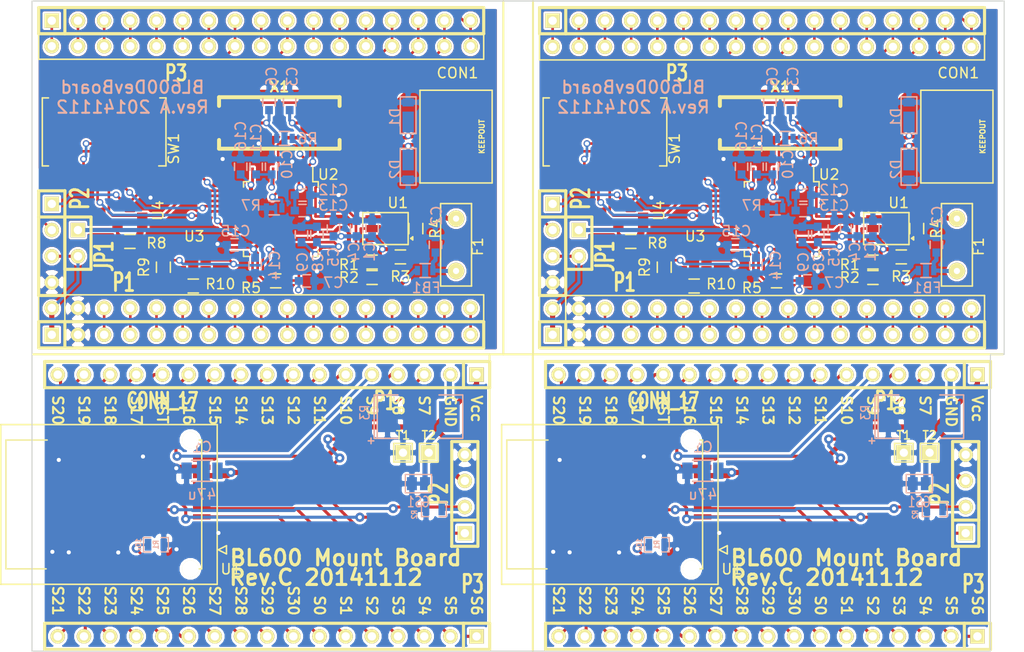
<source format=kicad_pcb>
(kicad_pcb (version 4) (host pcbnew "(2014-10-02 BZR 5162)-product")
  (layers (0 F.Cu signal) (31 B.Cu signal) (34 B.Paste user) (35 F.Paste user) (36 B.SilkS user) (37 F.SilkS user) (38 B.Mask user) (39 F.Mask user) (44 Edge.Cuts user))
  (net 0 "")
  (net 1 /GND_CN)
  (net 2 /SIO_0)
  (net 3 /SIO_1)
  (net 4 /SIO_10)
  (net 5 /SIO_11)
  (net 6 /SIO_12)
  (net 7 /SIO_13)
  (net 8 /SIO_14)
  (net 9 /SIO_15)
  (net 10 /SIO_16)
  (net 11 /SIO_17)
  (net 12 /SIO_18)
  (net 13 /SIO_19)
  (net 14 /SIO_2)
  (net 15 /SIO_20)
  (net 16 /SIO_21)
  (net 17 /SIO_22)
  (net 18 /SIO_23)
  (net 19 /SIO_24)
  (net 20 /SIO_25)
  (net 21 /SIO_26)
  (net 22 /SIO_27)
  (net 23 /SIO_28)
  (net 24 /SIO_29)
  (net 25 /SIO_3)
  (net 26 /SIO_30)
  (net 27 /SIO_4)
  (net 28 /SIO_5)
  (net 29 /SIO_6)
  (net 30 /SIO_7)
  (net 31 /SIO_8)
  (net 32 /SIO_9)
  (net 33 /SWDCLK)
  (net 34 /VCC)
  (net 35 /nRESET)
  (net 36 GND)
  (net 37 /VCC3.3)
  (net 38 "Net-(C2-Pad2)")
  (net 39 "Net-(C3-Pad1)")
  (net 40 "Net-(C6-Pad1)")
  (net 41 "Net-(C7-Pad1)")
  (net 42 /VCORE)
  (net 43 /VCCA)
  (net 44 /VPLL)
  (net 45 /VPHY)
  (net 46 "Net-(CN1-Pad1)")
  (net 47 "Net-(CN1-Pad3)")
  (net 48 "Net-(CN1-Pad4)")
  (net 49 "Net-(CN1-Pad5)")
  (net 50 "Net-(CN1-Pad6)")
  (net 51 "Net-(CN1-Pad7)")
  (net 52 "Net-(CN1-Pad8)")
  (net 53 "Net-(CN1-Pad9)")
  (net 54 "Net-(CN1-Pad10)")
  (net 55 "Net-(CN1-Pad11)")
  (net 56 "Net-(CN1-Pad12)")
  (net 57 "Net-(CN1-Pad13)")
  (net 58 "Net-(CN1-Pad14)")
  (net 59 "Net-(CN1-Pad15)")
  (net 60 "Net-(CN1-Pad16)")
  (net 61 "Net-(CN1-Pad17)")
  (net 62 "Net-(CN1-Pad18)")
  (net 63 "Net-(CN1-Pad19)")
  (net 64 "Net-(CN1-Pad20)")
  (net 65 "Net-(CN1-Pad21)")
  (net 66 "Net-(CN1-Pad22)")
  (net 67 "Net-(CN1-Pad23)")
  (net 68 "Net-(CN1-Pad24)")
  (net 69 "Net-(CN1-Pad25)")
  (net 70 "Net-(CN1-Pad26)")
  (net 71 "Net-(CN1-Pad27)")
  (net 72 "Net-(CN1-Pad28)")
  (net 73 "Net-(CN1-Pad29)")
  (net 74 "Net-(CN1-Pad30)")
  (net 75 "Net-(CN1-Pad31)")
  (net 76 "Net-(CN1-Pad32)")
  (net 77 "Net-(CN1-Pad33)")
  (net 78 "Net-(CN1-Pad34)")
  (net 79 "Net-(CON1-Pad1)")
  (net 80 "Net-(CON1-Pad2)")
  (net 81 "Net-(CON1-Pad3)")
  (net 82 "Net-(FB1-Pad2)")
  (net 83 /SWDIO_RxD)
  (net 84 /SWDCLK_TxD)
  (net 85 "Net-(R1-Pad1)")
  (net 86 "Net-(R2-Pad1)")
  (net 87 "Net-(R3-Pad1)")
  (net 88 "Net-(R4-Pad1)")
  (net 89 "Net-(R6-Pad1)")
  (net 90 "Net-(R7-Pad1)")
  (net 91 "Net-(R8-Pad2)")
  (net 92 /SWDIO_OE)
  (net 93 /SWDEN)
  (net 94 /RI#)
  (net 95 /DTR#)
  (net 96 /TDO_RTS#)
  (net 97 /CTS#)
  (module Crystals:Crystal_HC49-SD_SMD (layer F.Cu) (at 201.6 31.25 180)
    (fp_text reference X1 (at 0 3.5 180) (layer F.SilkS) (effects (font (thickness 0.2))))
    (fp_text value 12M hide)
    (pad 1 smd rect (at -4.84886 0 180) (size 5.6007 2.10058) (layers F.Cu F.Paste F.Mask) (net 39 "Net-(C3-Pad1)"))
    (pad 2 smd rect (at 4.84886 0 180) (size 5.6007 2.10058) (layers F.Cu F.Paste F.Mask) (net 40 "Net-(C6-Pad1)"))
  )
  (module Housings_JEITA:SC-74A (layer F.Cu) (at 187.1 40.25 90)
    (fp_text reference U4 (at 0.5 2.75 90) (layer F.SilkS))
    (fp_text value TC7SZ125 hide)
    (pad 1 smd rect (at -0.95 1.2 90) (size 0.8 1) (layers F.Cu F.Paste F.Mask) (net 91 "Net-(R8-Pad2)"))
    (pad 2 smd rect (at 0 1.2 90) (size 0.6 1) (layers F.Cu F.Paste F.Mask) (net 96 /TDO_RTS#))
    (pad 3 smd rect (at 0.95 1.2 90) (size 0.8 1) (layers F.Cu F.Paste F.Mask) (net 36 GND))
    (pad 4 smd rect (at 0.95 -1.2 90) (size 0.8 1) (layers F.Cu F.Paste F.Mask) (net 83 /SWDIO_RxD))
    (pad 5 smd rect (at -0.95 -1.2 90) (size 0.8 1) (layers F.Cu F.Paste F.Mask) (net 37 /VCC3.3))
  )
  (module Housings_JEITA:SC-74A (layer F.Cu) (at 193.25 44.575 90)
    (fp_text reference U3 (at 2.325 0.1 180) (layer F.SilkS))
    (fp_text value TC7SZ125 hide)
    (pad 1 smd rect (at -0.95 1.2 90) (size 0.8 1) (layers F.Cu F.Paste F.Mask) (net 93 /SWDEN))
    (pad 2 smd rect (at 0 1.2 90) (size 0.6 1) (layers F.Cu F.Paste F.Mask) (net 92 /SWDIO_OE))
    (pad 3 smd rect (at 0.95 1.2 90) (size 0.8 1) (layers F.Cu F.Paste F.Mask) (net 36 GND))
    (pad 4 smd rect (at 0.95 -1.2 90) (size 0.8 1) (layers F.Cu F.Paste F.Mask) (net 91 "Net-(R8-Pad2)"))
    (pad 5 smd rect (at -0.95 -1.2 90) (size 0.8 1) (layers F.Cu F.Paste F.Mask) (net 37 /VCC3.3))
  )
  (module Housings_QFP:LQFP-48_7x7mm_Pitch0.5mm (layer F.Cu) (at 201.75 40.575 270)
    (fp_text reference U2 (at -4.325 -4.6 360) (layer F.SilkS))
    (fp_text value FT232H hide)
    (pad 1 smd rect (at -4.35 -2.75 270) (size 1.3 0.25) (layers F.Cu F.Paste F.Mask) (net 39 "Net-(C3-Pad1)"))
    (pad 2 smd rect (at -4.35 -2.25 270) (size 1.3 0.25) (layers F.Cu F.Paste F.Mask) (net 89 "Net-(R6-Pad1)"))
    (pad 3 smd rect (at -4.35 -1.75 270) (size 1.3 0.25) (layers F.Cu F.Paste F.Mask) (net 45 /VPHY))
    (pad 4 smd rect (at -4.35 -1.25 270) (size 1.3 0.25) (layers F.Cu F.Paste F.Mask) (net 36 GND))
    (pad 5 smd rect (at -4.35 -0.75 270) (size 1.3 0.25) (layers F.Cu F.Paste F.Mask) (net 90 "Net-(R7-Pad1)"))
    (pad 6 smd rect (at -4.35 -0.25 270) (size 1.3 0.25) (layers F.Cu F.Paste F.Mask) (net 80 "Net-(CON1-Pad2)"))
    (pad 7 smd rect (at -4.35 0.25 270) (size 1.3 0.25) (layers F.Cu F.Paste F.Mask) (net 81 "Net-(CON1-Pad3)"))
    (pad 8 smd rect (at -4.35 0.75 270) (size 1.3 0.25) (layers F.Cu F.Paste F.Mask) (net 44 /VPLL))
    (pad 9 smd rect (at -4.35 1.25 270) (size 1.3 0.25) (layers F.Cu F.Paste F.Mask) (net 36 GND))
    (pad 10 smd rect (at -4.35 1.75 270) (size 1.3 0.25) (layers F.Cu F.Paste F.Mask) (net 36 GND))
    (pad 11 smd rect (at -4.35 2.25 270) (size 1.3 0.25) (layers F.Cu F.Paste F.Mask) (net 36 GND))
    (pad 12 smd rect (at -4.35 2.75 270) (size 1.3 0.25) (layers F.Cu F.Paste F.Mask) (net 37 /VCC3.3))
    (pad 13 smd rect (at -2.75 4.35) (size 1.3 0.25) (layers F.Cu F.Paste F.Mask) (net 84 /SWDCLK_TxD))
    (pad 14 smd rect (at -2.25 4.35) (size 1.3 0.25) (layers F.Cu F.Paste F.Mask) (net 83 /SWDIO_RxD))
    (pad 15 smd rect (at -1.75 4.35) (size 1.3 0.25) (layers F.Cu F.Paste F.Mask) (net 96 /TDO_RTS#))
    (pad 16 smd rect (at -1.25 4.35) (size 1.3 0.25) (layers F.Cu F.Paste F.Mask) (net 97 /CTS#))
    (pad 17 smd rect (at -0.75 4.35) (size 1.3 0.25) (layers F.Cu F.Paste F.Mask) (net 95 /DTR#))
    (pad 18 smd rect (at -0.25 4.35) (size 1.3 0.25) (layers F.Cu F.Paste F.Mask))
    (pad 19 smd rect (at 0.25 4.35) (size 1.3 0.25) (layers F.Cu F.Paste F.Mask))
    (pad 20 smd rect (at 0.75 4.35) (size 1.3 0.25) (layers F.Cu F.Paste F.Mask) (net 94 /RI#))
    (pad 21 smd rect (at 1.25 4.35) (size 1.3 0.25) (layers F.Cu F.Paste F.Mask))
    (pad 22 smd rect (at 1.75 4.35) (size 1.3 0.25) (layers F.Cu F.Paste F.Mask) (net 36 GND))
    (pad 23 smd rect (at 2.25 4.35) (size 1.3 0.25) (layers F.Cu F.Paste F.Mask) (net 36 GND))
    (pad 24 smd rect (at 2.75 4.35) (size 1.3 0.25) (layers F.Cu F.Paste F.Mask) (net 37 /VCC3.3))
    (pad 25 smd rect (at 4.35 2.75 270) (size 1.3 0.25) (layers F.Cu F.Paste F.Mask))
    (pad 26 smd rect (at 4.35 2.25 270) (size 1.3 0.25) (layers F.Cu F.Paste F.Mask) (net 37 /VCC3.3))
    (pad 27 smd rect (at 4.35 1.75 270) (size 1.3 0.25) (layers F.Cu F.Paste F.Mask))
    (pad 28 smd rect (at 4.35 1.25 270) (size 1.3 0.25) (layers F.Cu F.Paste F.Mask))
    (pad 29 smd rect (at 4.35 0.75 270) (size 1.3 0.25) (layers F.Cu F.Paste F.Mask) (net 93 /SWDEN))
    (pad 30 smd rect (at 4.35 0.25 270) (size 1.3 0.25) (layers F.Cu F.Paste F.Mask) (net 92 /SWDIO_OE))
    (pad 31 smd rect (at 4.35 -0.25 270) (size 1.3 0.25) (layers F.Cu F.Paste F.Mask))
    (pad 32 smd rect (at 4.35 -0.75 270) (size 1.3 0.25) (layers F.Cu F.Paste F.Mask))
    (pad 33 smd rect (at 4.35 -1.25 270) (size 1.3 0.25) (layers F.Cu F.Paste F.Mask))
    (pad 34 smd rect (at 4.35 -1.75 270) (size 1.3 0.25) (layers F.Cu F.Paste F.Mask) (net 41 "Net-(C7-Pad1)"))
    (pad 35 smd rect (at 4.35 -2.25 270) (size 1.3 0.25) (layers F.Cu F.Paste F.Mask) (net 36 GND))
    (pad 36 smd rect (at 4.35 -2.75 270) (size 1.3 0.25) (layers F.Cu F.Paste F.Mask) (net 36 GND))
    (pad 37 smd rect (at 2.75 -4.35) (size 1.3 0.25) (layers F.Cu F.Paste F.Mask) (net 43 /VCCA))
    (pad 38 smd rect (at 2.25 -4.35) (size 1.3 0.25) (layers F.Cu F.Paste F.Mask) (net 42 /VCORE))
    (pad 39 smd rect (at 1.75 -4.35) (size 1.3 0.25) (layers F.Cu F.Paste F.Mask) (net 37 /VCC3.3))
    (pad 40 smd rect (at 1.25 -4.35) (size 1.3 0.25) (layers F.Cu F.Paste F.Mask) (net 82 "Net-(FB1-Pad2)"))
    (pad 41 smd rect (at 0.75 -4.35) (size 1.3 0.25) (layers F.Cu F.Paste F.Mask) (net 36 GND))
    (pad 42 smd rect (at 0.25 -4.35) (size 1.3 0.25) (layers F.Cu F.Paste F.Mask) (net 36 GND))
    (pad 43 smd rect (at -0.25 -4.35) (size 1.3 0.25) (layers F.Cu F.Paste F.Mask) (net 88 "Net-(R4-Pad1)"))
    (pad 44 smd rect (at -0.75 -4.35) (size 1.3 0.25) (layers F.Cu F.Paste F.Mask) (net 86 "Net-(R2-Pad1)"))
    (pad 45 smd rect (at -1.25 -4.35) (size 1.3 0.25) (layers F.Cu F.Paste F.Mask) (net 85 "Net-(R1-Pad1)"))
    (pad 46 smd rect (at -1.75 -4.35) (size 1.3 0.25) (layers F.Cu F.Paste F.Mask))
    (pad 47 smd rect (at -2.25 -4.35) (size 1.3 0.25) (layers F.Cu F.Paste F.Mask) (net 36 GND))
    (pad 48 smd rect (at -2.75 -4.35) (size 1.3 0.25) (layers F.Cu F.Paste F.Mask) (net 36 GND))
  )
  (module AVR32Board:SOT-23-6 (layer F.Cu) (at 213.1 41.5 90)
    (fp_text reference U1 (at 2.5 0 360) (layer F.SilkS))
    (fp_text value 93C56 hide)
    (pad 5 smd rect (at 0 -2.4 90) (size 0.7 1.5) (layers F.Cu F.Paste F.Mask) (net 85 "Net-(R1-Pad1)"))
    (pad 3 smd rect (at 0.95 0 90) (size 0.7 1.5) (layers F.Cu F.Paste F.Mask) (net 88 "Net-(R4-Pad1)"))
    (pad 2 smd rect (at 0 0 90) (size 0.7 1.5) (layers F.Cu F.Paste F.Mask) (net 36 GND))
    (pad 1 smd rect (at -0.95 0 90) (size 0.7 1.5) (layers F.Cu F.Paste F.Mask) (net 87 "Net-(R3-Pad1)"))
    (pad 3 smd rect (at 0.95 0 90) (size 0.7 1.5) (layers F.Cu F.Paste F.Mask) (net 88 "Net-(R4-Pad1)"))
    (pad 4 smd rect (at 0.95 -2.4 90) (size 0.7 1.5) (layers F.Cu F.Paste F.Mask) (net 86 "Net-(R2-Pad1)"))
    (pad 6 smd rect (at -0.95 -2.4 90) (size 0.7 1.5) (layers F.Cu F.Paste F.Mask) (net 37 /VCC3.3))
  )
  (module akiduki_switches:57D-0803 (layer F.Cu) (at 184.6 32.12 180)
    (fp_text reference SW1 (at -6.75 -1.63 270) (layer F.SilkS))
    (fp_text value DIPSW_8 hide)
    (pad 8 smd rect (at 4.445 -3.9625 180) (size 0.76 1.575) (layers F.Cu F.Paste F.Mask))
    (pad 7 smd rect (at 3.175 -3.9625 180) (size 0.76 1.575) (layers F.Cu F.Paste F.Mask))
    (pad 6 smd rect (at 1.905 -3.9625 180) (size 0.76 1.575) (layers F.Cu F.Paste F.Mask) (net 94 /RI#))
    (pad 5 smd rect (at 0.635 -3.9625 180) (size 0.76 1.575) (layers F.Cu F.Paste F.Mask) (net 95 /DTR#))
    (pad 4 smd rect (at -0.635 -3.9625 180) (size 0.76 1.575) (layers F.Cu F.Paste F.Mask) (net 96 /TDO_RTS#))
    (pad 3 smd rect (at -1.905 -3.9625 180) (size 0.76 1.575) (layers F.Cu F.Paste F.Mask) (net 97 /CTS#))
    (pad 2 smd rect (at -3.175 -3.9625 180) (size 0.76 1.575) (layers F.Cu F.Paste F.Mask) (net 84 /SWDCLK_TxD))
    (pad 1 smd rect (at -4.445 -3.9625 180) (size 0.76 1.575) (layers F.Cu F.Paste F.Mask) (net 83 /SWDIO_RxD))
    (pad 16 smd rect (at -4.445 3.9625 180) (size 0.76 1.575) (layers F.Cu F.Paste F.Mask) (net 62 "Net-(CN1-Pad18)"))
    (pad 15 smd rect (at -3.175 3.9625 180) (size 0.76 1.575) (layers F.Cu F.Paste F.Mask) (net 63 "Net-(CN1-Pad19)"))
    (pad 14 smd rect (at -1.905 3.9625 180) (size 0.76 1.575) (layers F.Cu F.Paste F.Mask) (net 64 "Net-(CN1-Pad20)"))
    (pad 13 smd rect (at -0.635 3.9625 180) (size 0.76 1.575) (layers F.Cu F.Paste F.Mask) (net 65 "Net-(CN1-Pad21)"))
    (pad 12 smd rect (at 0.635 3.9625 180) (size 0.76 1.575) (layers F.Cu F.Paste F.Mask) (net 69 "Net-(CN1-Pad25)"))
    (pad 11 smd rect (at 1.905 3.9625 180) (size 0.76 1.575) (layers F.Cu F.Paste F.Mask) (net 71 "Net-(CN1-Pad27)"))
    (pad 10 smd rect (at 3.175 3.9625 180) (size 0.76 1.575) (layers F.Cu F.Paste F.Mask))
    (pad 9 smd rect (at 4.445 3.9625 180) (size 0.76 1.575) (layers F.Cu F.Paste F.Mask))
  )
  (module Resistors_SMD:R_0603 (layer F.Cu) (at 193.25 47.075)
    (fp_text reference R10 (at 2.63 -0.195) (layer F.SilkS))
    (fp_text value 10k hide)
    (pad 1 smd rect (at -0.75 0) (size 0.5 0.9) (layers F.Cu F.Paste F.Mask) (net 37 /VCC3.3))
    (pad 2 smd rect (at 0.75 0) (size 0.5 0.9) (layers F.Cu F.Paste F.Mask) (net 93 /SWDEN))
  )
  (module Resistors_SMD:R_0603 (layer F.Cu) (at 190.35 45.25 90)
    (fp_text reference R9 (at 0 -1.9 90) (layer F.SilkS))
    (fp_text value 10k hide)
    (pad 1 smd rect (at -0.75 0 90) (size 0.5 0.9) (layers F.Cu F.Paste F.Mask) (net 37 /VCC3.3))
    (pad 2 smd rect (at 0.75 0 90) (size 0.5 0.9) (layers F.Cu F.Paste F.Mask) (net 92 /SWDIO_OE))
  )
  (module Resistors_SMD:R_0603 (layer F.Cu) (at 187.1 42.75)
    (fp_text reference R8 (at 2.58 0.165) (layer F.SilkS))
    (fp_text value 10k hide)
    (pad 1 smd rect (at -0.75 0) (size 0.5 0.9) (layers F.Cu F.Paste F.Mask) (net 37 /VCC3.3))
    (pad 2 smd rect (at 0.75 0) (size 0.5 0.9) (layers F.Cu F.Paste F.Mask) (net 91 "Net-(R8-Pad2)"))
  )
  (module Resistors_SMD:R_0603 (layer B.Cu) (at 201.1 39.5 180)
    (fp_text reference R7 (at 2.25 0.25 180) (layer B.SilkS) (effects (justify mirror)))
    (fp_text value 12k hide)
    (pad 1 smd rect (at -0.75 0 180) (size 0.5 0.9) (layers B.Cu B.Paste B.Mask) (net 90 "Net-(R7-Pad1)"))
    (pad 2 smd rect (at 0.75 0 180) (size 0.5 0.9) (layers B.Cu B.Paste B.Mask) (net 36 GND))
  )
  (module Resistors_SMD:R_0603 (layer B.Cu) (at 202.1 32.75 180)
    (fp_text reference R6 (at -2.25 0 180) (layer B.SilkS) (effects (justify mirror)))
    (fp_text value 51 hide)
    (pad 1 smd rect (at -0.75 0 180) (size 0.5 0.9) (layers B.Cu B.Paste B.Mask) (net 89 "Net-(R6-Pad1)"))
    (pad 2 smd rect (at 0.75 0 180) (size 0.5 0.9) (layers B.Cu B.Paste B.Mask) (net 40 "Net-(C6-Pad1)"))
  )
  (module Resistors_SMD:R_0603 (layer F.Cu) (at 201.25 46.575 180)
    (fp_text reference R5 (at 2.4 -0.675 180) (layer F.SilkS))
    (fp_text value 10k hide)
    (pad 1 smd rect (at -0.75 0 180) (size 0.5 0.9) (layers F.Cu F.Paste F.Mask) (net 41 "Net-(C7-Pad1)"))
    (pad 2 smd rect (at 0.75 0 180) (size 0.5 0.9) (layers F.Cu F.Paste F.Mask) (net 37 /VCC3.3))
  )
  (module Resistors_SMD:R_0603 (layer F.Cu) (at 214.85 41.5 270)
    (fp_text reference R4 (at 0 -1.9 270) (layer F.SilkS))
    (fp_text value 2k hide)
    (pad 1 smd rect (at -0.75 0 270) (size 0.5 0.9) (layers F.Cu F.Paste F.Mask) (net 88 "Net-(R4-Pad1)"))
    (pad 2 smd rect (at 0.75 0 270) (size 0.5 0.9) (layers F.Cu F.Paste F.Mask) (net 87 "Net-(R3-Pad1)"))
  )
  (module Resistors_SMD:R_0603 (layer F.Cu) (at 213.35 44.25 180)
    (fp_text reference R3 (at 0 -1.9 180) (layer F.SilkS))
    (fp_text value 10k hide)
    (pad 1 smd rect (at -0.75 0 180) (size 0.5 0.9) (layers F.Cu F.Paste F.Mask) (net 87 "Net-(R3-Pad1)"))
    (pad 2 smd rect (at 0.75 0 180) (size 0.5 0.9) (layers F.Cu F.Paste F.Mask) (net 37 /VCC3.3))
  )
  (module Resistors_SMD:R_0603 (layer F.Cu) (at 210.6 46.25)
    (fp_text reference R2 (at -2.25 0) (layer F.SilkS))
    (fp_text value 10k hide)
    (pad 1 smd rect (at -0.75 0) (size 0.5 0.9) (layers F.Cu F.Paste F.Mask) (net 86 "Net-(R2-Pad1)"))
    (pad 2 smd rect (at 0.75 0) (size 0.5 0.9) (layers F.Cu F.Paste F.Mask) (net 37 /VCC3.3))
  )
  (module Resistors_SMD:R_0603 (layer F.Cu) (at 210.6 44.75)
    (fp_text reference R1 (at -2.25 0.25) (layer F.SilkS))
    (fp_text value 10k hide)
    (pad 1 smd rect (at -0.75 0) (size 0.5 0.9) (layers F.Cu F.Paste F.Mask) (net 85 "Net-(R1-Pad1)"))
    (pad 2 smd rect (at 0.75 0) (size 0.5 0.9) (layers F.Cu F.Paste F.Mask) (net 37 /VCC3.3))
  )
  (module BL600:SIL-17 (layer F.Cu) (at 201.11 21.325)
    (fp_text reference P3 (at -9.525 5.08) (layer F.SilkS) (effects (font (size 1.5 1.08712) (thickness 0.25))))
    (fp_text value CONN_01X17 hide)
    (pad 1 thru_hole rect (at -21.59 0) (size 1.397 1.397) (drill 0.8128) (layers *.Cu *.Mask F.SilkS) (net 78 "Net-(CN1-Pad34)"))
    (pad 2 thru_hole circle (at -19.05 0) (size 1.397 1.397) (drill 0.8128) (layers *.Cu *.Mask F.SilkS) (net 77 "Net-(CN1-Pad33)"))
    (pad 3 thru_hole circle (at -16.51 0) (size 1.397 1.397) (drill 0.8128) (layers *.Cu *.Mask F.SilkS) (net 76 "Net-(CN1-Pad32)"))
    (pad 4 thru_hole circle (at -13.97 0) (size 1.397 1.397) (drill 0.8128) (layers *.Cu *.Mask F.SilkS) (net 75 "Net-(CN1-Pad31)"))
    (pad 5 thru_hole circle (at -11.43 0) (size 1.397 1.397) (drill 0.8128) (layers *.Cu *.Mask F.SilkS) (net 74 "Net-(CN1-Pad30)"))
    (pad 6 thru_hole circle (at -8.89 0) (size 1.397 1.397) (drill 0.8128) (layers *.Cu *.Mask F.SilkS) (net 73 "Net-(CN1-Pad29)"))
    (pad 7 thru_hole circle (at -6.35 0) (size 1.397 1.397) (drill 0.8128) (layers *.Cu *.Mask F.SilkS) (net 72 "Net-(CN1-Pad28)"))
    (pad 8 thru_hole circle (at -3.81 0) (size 1.397 1.397) (drill 0.8128) (layers *.Cu *.Mask F.SilkS) (net 71 "Net-(CN1-Pad27)"))
    (pad 9 thru_hole circle (at -1.27 0) (size 1.397 1.397) (drill 0.8128) (layers *.Cu *.Mask F.SilkS) (net 70 "Net-(CN1-Pad26)"))
    (pad 10 thru_hole circle (at 1.27 0) (size 1.397 1.397) (drill 0.8128) (layers *.Cu *.Mask F.SilkS) (net 69 "Net-(CN1-Pad25)"))
    (pad 11 thru_hole circle (at 3.81 0) (size 1.397 1.397) (drill 0.8128) (layers *.Cu *.Mask F.SilkS) (net 68 "Net-(CN1-Pad24)"))
    (pad 12 thru_hole circle (at 6.35 0) (size 1.397 1.397) (drill 0.8128) (layers *.Cu *.Mask F.SilkS) (net 67 "Net-(CN1-Pad23)"))
    (pad 13 thru_hole circle (at 8.89 0) (size 1.397 1.397) (drill 0.8128) (layers *.Cu *.Mask F.SilkS) (net 66 "Net-(CN1-Pad22)"))
    (pad 14 thru_hole circle (at 11.43 0) (size 1.397 1.397) (drill 0.8128) (layers *.Cu *.Mask F.SilkS) (net 65 "Net-(CN1-Pad21)"))
    (pad 15 thru_hole circle (at 13.97 0) (size 1.397 1.397) (drill 0.8128) (layers *.Cu *.Mask F.SilkS) (net 64 "Net-(CN1-Pad20)"))
    (pad 16 thru_hole circle (at 16.51 0) (size 1.397 1.397) (drill 0.8128) (layers *.Cu *.Mask F.SilkS) (net 63 "Net-(CN1-Pad19)"))
    (pad 17 thru_hole circle (at 19.05 0) (size 1.397 1.397) (drill 0.8128) (layers *.Cu *.Mask F.SilkS) (net 62 "Net-(CN1-Pad18)"))
  )
  (module Connect:SIL-4 (layer F.Cu) (at 179.52 42.915 270)
    (fp_text reference P2 (at -4.34 -2.73 270) (layer F.SilkS) (effects (font (size 1.73482 1.08712) (thickness 0.3048))))
    (fp_text value CONN_BL600_SWDIF hide)
    (pad 1 thru_hole rect (at -3.81 0 270) (size 1.397 1.397) (drill 0.8128) (layers *.Cu *.Mask F.SilkS) (net 83 /SWDIO_RxD))
    (pad 2 thru_hole circle (at -1.27 0 270) (size 1.397 1.397) (drill 0.8128) (layers *.Cu *.Mask F.SilkS) (net 84 /SWDCLK_TxD))
    (pad 3 thru_hole circle (at 1.27 0 270) (size 1.397 1.397) (drill 0.8128) (layers *.Cu *.Mask F.SilkS) (net 46 "Net-(CN1-Pad1)"))
    (pad 4 thru_hole circle (at 3.81 0 270) (size 1.397 1.397) (drill 0.8128) (layers *.Cu *.Mask F.SilkS) (net 36 GND))
  )
  (module BL600:SIL-17 (layer F.Cu) (at 201.11 51.805)
    (fp_text reference P1 (at -14.605 -5.08) (layer F.SilkS) (effects (font (size 1.72974 1.08712) (thickness 0.27178))))
    (fp_text value CONN_01X17 hide)
    (pad 1 thru_hole rect (at -21.59 0) (size 1.397 1.397) (drill 0.8128) (layers *.Cu *.Mask F.SilkS) (net 46 "Net-(CN1-Pad1)"))
    (pad 2 thru_hole circle (at -19.05 0) (size 1.397 1.397) (drill 0.8128) (layers *.Cu *.Mask F.SilkS) (net 36 GND))
    (pad 3 thru_hole circle (at -16.51 0) (size 1.397 1.397) (drill 0.8128) (layers *.Cu *.Mask F.SilkS) (net 47 "Net-(CN1-Pad3)"))
    (pad 4 thru_hole circle (at -13.97 0) (size 1.397 1.397) (drill 0.8128) (layers *.Cu *.Mask F.SilkS) (net 48 "Net-(CN1-Pad4)"))
    (pad 5 thru_hole circle (at -11.43 0) (size 1.397 1.397) (drill 0.8128) (layers *.Cu *.Mask F.SilkS) (net 49 "Net-(CN1-Pad5)"))
    (pad 6 thru_hole circle (at -8.89 0) (size 1.397 1.397) (drill 0.8128) (layers *.Cu *.Mask F.SilkS) (net 50 "Net-(CN1-Pad6)"))
    (pad 7 thru_hole circle (at -6.35 0) (size 1.397 1.397) (drill 0.8128) (layers *.Cu *.Mask F.SilkS) (net 51 "Net-(CN1-Pad7)"))
    (pad 8 thru_hole circle (at -3.81 0) (size 1.397 1.397) (drill 0.8128) (layers *.Cu *.Mask F.SilkS) (net 52 "Net-(CN1-Pad8)"))
    (pad 9 thru_hole circle (at -1.27 0) (size 1.397 1.397) (drill 0.8128) (layers *.Cu *.Mask F.SilkS) (net 53 "Net-(CN1-Pad9)"))
    (pad 10 thru_hole circle (at 1.27 0) (size 1.397 1.397) (drill 0.8128) (layers *.Cu *.Mask F.SilkS) (net 54 "Net-(CN1-Pad10)"))
    (pad 11 thru_hole circle (at 3.81 0) (size 1.397 1.397) (drill 0.8128) (layers *.Cu *.Mask F.SilkS) (net 55 "Net-(CN1-Pad11)"))
    (pad 12 thru_hole circle (at 6.35 0) (size 1.397 1.397) (drill 0.8128) (layers *.Cu *.Mask F.SilkS) (net 56 "Net-(CN1-Pad12)"))
    (pad 13 thru_hole circle (at 8.89 0) (size 1.397 1.397) (drill 0.8128) (layers *.Cu *.Mask F.SilkS) (net 57 "Net-(CN1-Pad13)"))
    (pad 14 thru_hole circle (at 11.43 0) (size 1.397 1.397) (drill 0.8128) (layers *.Cu *.Mask F.SilkS) (net 58 "Net-(CN1-Pad14)"))
    (pad 15 thru_hole circle (at 13.97 0) (size 1.397 1.397) (drill 0.8128) (layers *.Cu *.Mask F.SilkS) (net 59 "Net-(CN1-Pad15)"))
    (pad 16 thru_hole circle (at 16.51 0) (size 1.397 1.397) (drill 0.8128) (layers *.Cu *.Mask F.SilkS) (net 60 "Net-(CN1-Pad16)"))
    (pad 17 thru_hole circle (at 19.05 0) (size 1.397 1.397) (drill 0.8128) (layers *.Cu *.Mask F.SilkS) (net 61 "Net-(CN1-Pad17)"))
  )
  (module Connect:SIL-2 (layer F.Cu) (at 182.06 42.915 270)
    (fp_text reference JP1 (at 1.27 -2.54 450) (layer F.SilkS) (effects (font (size 1.72974 1.08712) (thickness 0.3048))))
    (fp_text value JUMPER hide)
    (pad 1 thru_hole rect (at -1.27 0 270) (size 1.397 1.397) (drill 0.8128) (layers *.Cu *.Mask F.SilkS) (net 37 /VCC3.3))
    (pad 2 thru_hole circle (at 1.27 0 270) (size 1.397 1.397) (drill 0.8128) (layers *.Cu *.Mask F.SilkS) (net 46 "Net-(CN1-Pad1)"))
  )
  (module Resistors_SMD:R_0603 (layer B.Cu) (at 215.75 45.575 180)
    (fp_text reference FB1 (at -0.1 -1.675 180) (layer B.SilkS) (effects (justify mirror)))
    (fp_text value 470/1A hide)
    (pad 1 smd rect (at -0.75 0 180) (size 0.5 0.9) (layers B.Cu B.Paste B.Mask) (net 38 "Net-(C2-Pad2)"))
    (pad 2 smd rect (at 0.75 0 180) (size 0.5 0.9) (layers B.Cu B.Paste B.Mask) (net 82 "Net-(FB1-Pad2)"))
  )
  (module TE_PolySW:RXEF050 (layer F.Cu) (at 218.75 43.075 270)
    (fp_text reference F1 (at 0.175 -2.1 270) (layer F.SilkS))
    (fp_text value RXEF050 hide)
    (pad 1 thru_hole circle (at -2.54 0 270) (size 1.6 1.6) (drill 0.6) (layers *.Cu *.Mask F.SilkS) (net 79 "Net-(CON1-Pad1)"))
    (pad 2 thru_hole circle (at 2.54 0 270) (size 1.6 1.6) (drill 0.6) (layers *.Cu *.Mask F.SilkS) (net 38 "Net-(C2-Pad2)"))
  )
  (module Diodes_SMD:Diode-TUMD2 (layer B.Cu) (at 214.1 35.5 90)
    (fp_text reference D2 (at -0.25 -1.25 90) (layer B.SilkS) (effects (justify mirror)))
    (fp_text value UDZV15B hide)
    (pad 1 smd rect (at -1.25 0 90) (size 0.8 1.1) (layers B.Cu B.Paste B.Mask) (net 36 GND))
    (pad 2 smd rect (at 0.65 0 90) (size 2 1.1) (layers B.Cu B.Paste B.Mask) (net 80 "Net-(CON1-Pad2)"))
  )
  (module Diodes_SMD:Diode-TUMD2 (layer B.Cu) (at 214.1 30.5 270)
    (fp_text reference D1 (at 0.25 1.25 270) (layer B.SilkS) (effects (justify mirror)))
    (fp_text value UDZV15B hide)
    (pad 1 smd rect (at -1.25 0 270) (size 0.8 1.1) (layers B.Cu B.Paste B.Mask) (net 36 GND))
    (pad 2 smd rect (at 0.65 0 270) (size 2 1.1) (layers B.Cu B.Paste B.Mask) (net 81 "Net-(CON1-Pad3)"))
  )
  (module AVR32Board:HIROSE_UX60SC-MB-5ST (layer F.Cu) (at 222.25 32.575 90)
    (fp_text reference CON1 (at 6.17 -3.36 360) (layer F.SilkS))
    (fp_text value USB-MINI-B hide)
    (fp_text user KEEPOUT (at 0 -1 90) (layer F.SilkS) (effects (font (size 0.5 0.5) (thickness 0.125))))
    (pad 7 smd rect (at 4.2 -3.7 90) (size 2.5 3.8) (layers F.Cu F.Paste F.Mask) (net 36 GND))
    (pad 6 smd rect (at -4.2 -3.7 90) (size 2.5 3.8) (layers F.Cu F.Paste F.Mask) (net 36 GND))
    (pad 1 smd rect (at -1.6 -6.1 90) (size 0.5 1.4) (layers F.Cu F.Paste F.Mask) (net 79 "Net-(CON1-Pad1)"))
    (pad 2 smd rect (at -0.8 -6.1 90) (size 0.5 1.4) (layers F.Cu F.Paste F.Mask) (net 80 "Net-(CON1-Pad2)"))
    (pad 3 smd rect (at 0 -6.1 90) (size 0.5 1.4) (layers F.Cu F.Paste F.Mask) (net 81 "Net-(CON1-Pad3)"))
    (pad 4 smd rect (at 0.8 -6.1 90) (size 0.5 1.4) (layers F.Cu F.Paste F.Mask))
    (pad 5 smd rect (at 1.6 -6.1 90) (size 0.5 1.4) (layers F.Cu F.Paste F.Mask) (net 36 GND))
  )
  (module BL600:SOCKET_BL600 (layer F.Cu) (at 222.7 36.565 180)
    (fp_text reference CN1 hide)
    (fp_text value Socket_BL600 hide)
    (pad 1 thru_hole circle (at 43.18 -12.7 180) (size 1.4 1.4) (drill 0.8) (layers *.Cu *.Mask F.SilkS) (net 46 "Net-(CN1-Pad1)"))
    (pad 2 thru_hole circle (at 40.64 -12.7 180) (size 1.4 1.4) (drill 0.8) (layers *.Cu *.Mask F.SilkS) (net 36 GND))
    (pad 3 thru_hole circle (at 38.1 -12.7 180) (size 1.4 1.4) (drill 0.8) (layers *.Cu *.Mask F.SilkS) (net 47 "Net-(CN1-Pad3)"))
    (pad 4 thru_hole circle (at 35.56 -12.7 180) (size 1.4 1.4) (drill 0.8) (layers *.Cu *.Mask F.SilkS) (net 48 "Net-(CN1-Pad4)"))
    (pad 5 thru_hole circle (at 33.02 -12.7 180) (size 1.4 1.4) (drill 0.8) (layers *.Cu *.Mask F.SilkS) (net 49 "Net-(CN1-Pad5)"))
    (pad 6 thru_hole circle (at 30.48 -12.7 180) (size 1.4 1.4) (drill 0.8) (layers *.Cu *.Mask F.SilkS) (net 50 "Net-(CN1-Pad6)"))
    (pad 7 thru_hole circle (at 27.94 -12.7 180) (size 1.4 1.4) (drill 0.8) (layers *.Cu *.Mask F.SilkS) (net 51 "Net-(CN1-Pad7)"))
    (pad 8 thru_hole circle (at 25.4 -12.7 180) (size 1.4 1.4) (drill 0.8) (layers *.Cu *.Mask F.SilkS) (net 52 "Net-(CN1-Pad8)"))
    (pad 9 thru_hole circle (at 22.86 -12.7 180) (size 1.4 1.4) (drill 0.8) (layers *.Cu *.Mask F.SilkS) (net 53 "Net-(CN1-Pad9)"))
    (pad 10 thru_hole circle (at 20.32 -12.7 180) (size 1.4 1.4) (drill 0.8) (layers *.Cu *.Mask F.SilkS) (net 54 "Net-(CN1-Pad10)"))
    (pad 11 thru_hole circle (at 17.78 -12.7 180) (size 1.4 1.4) (drill 0.8) (layers *.Cu *.Mask F.SilkS) (net 55 "Net-(CN1-Pad11)"))
    (pad 12 thru_hole circle (at 15.24 -12.7 180) (size 1.4 1.4) (drill 0.8) (layers *.Cu *.Mask F.SilkS) (net 56 "Net-(CN1-Pad12)"))
    (pad 13 thru_hole circle (at 12.7 -12.7 180) (size 1.4 1.4) (drill 0.8) (layers *.Cu *.Mask F.SilkS) (net 57 "Net-(CN1-Pad13)"))
    (pad 14 thru_hole circle (at 10.16 -12.7 180) (size 1.4 1.4) (drill 0.8) (layers *.Cu *.Mask F.SilkS) (net 58 "Net-(CN1-Pad14)"))
    (pad 15 thru_hole circle (at 7.62 -12.7 180) (size 1.4 1.4) (drill 0.8) (layers *.Cu *.Mask F.SilkS) (net 59 "Net-(CN1-Pad15)"))
    (pad 16 thru_hole circle (at 5.08 -12.7 180) (size 1.4 1.4) (drill 0.8) (layers *.Cu *.Mask F.SilkS) (net 60 "Net-(CN1-Pad16)"))
    (pad 17 thru_hole circle (at 2.54 -12.7 180) (size 1.4 1.4) (drill 0.8) (layers *.Cu *.Mask F.SilkS) (net 61 "Net-(CN1-Pad17)"))
    (pad 18 thru_hole circle (at 2.54 12.7 180) (size 1.4 1.4) (drill 0.8) (layers *.Cu *.Mask F.SilkS) (net 62 "Net-(CN1-Pad18)"))
    (pad 19 thru_hole circle (at 5.08 12.7 180) (size 1.4 1.4) (drill 0.8) (layers *.Cu *.Mask F.SilkS) (net 63 "Net-(CN1-Pad19)"))
    (pad 20 thru_hole circle (at 7.62 12.7 180) (size 1.4 1.4) (drill 0.8) (layers *.Cu *.Mask F.SilkS) (net 64 "Net-(CN1-Pad20)"))
    (pad 21 thru_hole circle (at 10.16 12.7 180) (size 1.4 1.4) (drill 0.8) (layers *.Cu *.Mask F.SilkS) (net 65 "Net-(CN1-Pad21)"))
    (pad 22 thru_hole circle (at 12.7 12.7 180) (size 1.4 1.4) (drill 0.8) (layers *.Cu *.Mask F.SilkS) (net 66 "Net-(CN1-Pad22)"))
    (pad 23 thru_hole circle (at 15.24 12.7 180) (size 1.4 1.4) (drill 0.8) (layers *.Cu *.Mask F.SilkS) (net 67 "Net-(CN1-Pad23)"))
    (pad 24 thru_hole circle (at 17.78 12.7 180) (size 1.4 1.4) (drill 0.8) (layers *.Cu *.Mask F.SilkS) (net 68 "Net-(CN1-Pad24)"))
    (pad 25 thru_hole circle (at 20.32 12.7 180) (size 1.4 1.4) (drill 0.8) (layers *.Cu *.Mask F.SilkS) (net 69 "Net-(CN1-Pad25)"))
    (pad 26 thru_hole circle (at 22.86 12.7 180) (size 1.4 1.4) (drill 0.8) (layers *.Cu *.Mask F.SilkS) (net 70 "Net-(CN1-Pad26)"))
    (pad 27 thru_hole circle (at 25.4 12.7 180) (size 1.4 1.4) (drill 0.8) (layers *.Cu *.Mask F.SilkS) (net 71 "Net-(CN1-Pad27)"))
    (pad 28 thru_hole circle (at 27.94 12.7 180) (size 1.4 1.4) (drill 0.8) (layers *.Cu *.Mask F.SilkS) (net 72 "Net-(CN1-Pad28)"))
    (pad 29 thru_hole circle (at 30.48 12.7 180) (size 1.4 1.4) (drill 0.8) (layers *.Cu *.Mask F.SilkS) (net 73 "Net-(CN1-Pad29)"))
    (pad 30 thru_hole circle (at 33.02 12.7 180) (size 1.4 1.4) (drill 0.8) (layers *.Cu *.Mask F.SilkS) (net 74 "Net-(CN1-Pad30)"))
    (pad 31 thru_hole circle (at 35.56 12.7 180) (size 1.4 1.4) (drill 0.8) (layers *.Cu *.Mask F.SilkS) (net 75 "Net-(CN1-Pad31)"))
    (pad 32 thru_hole circle (at 38.1 12.7 180) (size 1.4 1.4) (drill 0.8) (layers *.Cu *.Mask F.SilkS) (net 76 "Net-(CN1-Pad32)"))
    (pad 33 thru_hole circle (at 40.64 12.7 180) (size 1.4 1.4) (drill 0.8) (layers *.Cu *.Mask F.SilkS) (net 77 "Net-(CN1-Pad33)"))
    (pad 34 thru_hole circle (at 43.18 12.7 180) (size 1.4 1.4) (drill 0.8) (layers *.Cu *.Mask F.SilkS) (net 78 "Net-(CN1-Pad34)"))
  )
  (module Capacitors_SMD:C_0603 (layer B.Cu) (at 197.85 35.5 270)
    (fp_text reference C16 (at -3 0 270) (layer B.SilkS) (effects (justify mirror)))
    (fp_text value 100n hide)
    (pad 1 smd rect (at -0.75 0 270) (size 0.8 0.75) (layers B.Cu B.Paste B.Mask) (net 36 GND))
    (pad 2 smd rect (at 0.75 0 270) (size 0.8 0.75) (layers B.Cu B.Paste B.Mask) (net 37 /VCC3.3))
  )
  (module Capacitors_SMD:C_0603 (layer B.Cu) (at 197.25 43.075)
    (fp_text reference C15 (at 0.1 -1.325) (layer B.SilkS) (effects (justify mirror)))
    (fp_text value 100n hide)
    (pad 1 smd rect (at -0.75 0) (size 0.8 0.75) (layers B.Cu B.Paste B.Mask) (net 36 GND))
    (pad 2 smd rect (at 0.75 0) (size 0.8 0.75) (layers B.Cu B.Paste B.Mask) (net 37 /VCC3.3))
  )
  (module Capacitors_SMD:C_0603 (layer B.Cu) (at 199.25 45.075 90)
    (fp_text reference C14 (at 0 1.9 90) (layer B.SilkS) (effects (justify mirror)))
    (fp_text value 100n hide)
    (pad 1 smd rect (at -0.75 0 90) (size 0.8 0.75) (layers B.Cu B.Paste B.Mask) (net 36 GND))
    (pad 2 smd rect (at 0.75 0 90) (size 0.8 0.75) (layers B.Cu B.Paste B.Mask) (net 37 /VCC3.3))
  )
  (module Capacitors_SMD:C_0603 (layer B.Cu) (at 203.85 39.75 180)
    (fp_text reference C13 (at -3 0.5 180) (layer B.SilkS) (effects (justify mirror)))
    (fp_text value 100n hide)
    (pad 1 smd rect (at -0.75 0 180) (size 0.8 0.75) (layers B.Cu B.Paste B.Mask) (net 36 GND))
    (pad 2 smd rect (at 0.75 0 180) (size 0.8 0.75) (layers B.Cu B.Paste B.Mask) (net 45 /VPHY))
  )
  (module Capacitors_SMD:C_0603 (layer B.Cu) (at 203.85 38.25 180)
    (fp_text reference C12 (at -3 0.5 180) (layer B.SilkS) (effects (justify mirror)))
    (fp_text value 4.7u hide)
    (pad 1 smd rect (at -0.75 0 180) (size 0.8 0.75) (layers B.Cu B.Paste B.Mask) (net 36 GND))
    (pad 2 smd rect (at 0.75 0 180) (size 0.8 0.75) (layers B.Cu B.Paste B.Mask) (net 45 /VPHY))
  )
  (module Capacitors_SMD:C_0603 (layer B.Cu) (at 199.35 35.5 270)
    (fp_text reference C11 (at -2.75 0 270) (layer B.SilkS) (effects (justify mirror)))
    (fp_text value 100n hide)
    (pad 1 smd rect (at -0.75 0 270) (size 0.8 0.75) (layers B.Cu B.Paste B.Mask) (net 36 GND))
    (pad 2 smd rect (at 0.75 0 270) (size 0.8 0.75) (layers B.Cu B.Paste B.Mask) (net 44 /VPLL))
  )
  (module Capacitors_SMD:C_0603 (layer B.Cu) (at 200.85 35.5 270)
    (fp_text reference C10 (at -0.25 -1.5 270) (layer B.SilkS) (effects (justify mirror)))
    (fp_text value 4.7u hide)
    (pad 1 smd rect (at -0.75 0 270) (size 0.8 0.75) (layers B.Cu B.Paste B.Mask) (net 36 GND))
    (pad 2 smd rect (at 0.75 0 270) (size 0.8 0.75) (layers B.Cu B.Paste B.Mask) (net 44 /VPLL))
  )
  (module Capacitors_SMD:C_0603 (layer B.Cu) (at 203.75 42.075 270)
    (fp_text reference C9 (at 2.675 -0.1 270) (layer B.SilkS) (effects (justify mirror)))
    (fp_text value 10n hide)
    (pad 1 smd rect (at -0.75 0 270) (size 0.8 0.75) (layers B.Cu B.Paste B.Mask) (net 36 GND))
    (pad 2 smd rect (at 0.75 0 270) (size 0.8 0.75) (layers B.Cu B.Paste B.Mask) (net 43 /VCCA))
  )
  (module Capacitors_SMD:C_0603 (layer B.Cu) (at 205.25 42.075 270)
    (fp_text reference C8 (at 2.675 -0.1 270) (layer B.SilkS) (effects (justify mirror)))
    (fp_text value 100n hide)
    (pad 1 smd rect (at -0.75 0 270) (size 0.8 0.75) (layers B.Cu B.Paste B.Mask) (net 36 GND))
    (pad 2 smd rect (at 0.75 0 270) (size 0.8 0.75) (layers B.Cu B.Paste B.Mask) (net 42 /VCORE))
  )
  (module Capacitors_SMD:C_0603 (layer B.Cu) (at 204.25 46.575)
    (fp_text reference C7 (at 2.6 0.175) (layer B.SilkS) (effects (justify mirror)))
    (fp_text value 10n hide)
    (pad 1 smd rect (at -0.75 0) (size 0.8 0.75) (layers B.Cu B.Paste B.Mask) (net 41 "Net-(C7-Pad1)"))
    (pad 2 smd rect (at 0.75 0) (size 0.8 0.75) (layers B.Cu B.Paste B.Mask) (net 36 GND))
  )
  (module Capacitors_SMD:C_0603 (layer B.Cu) (at 200.6 29.25 90)
    (fp_text reference C6 (at 2.5 0.25 90) (layer B.SilkS) (effects (justify mirror)))
    (fp_text value 18p hide)
    (pad 1 smd rect (at -0.75 0 90) (size 0.8 0.75) (layers B.Cu B.Paste B.Mask) (net 40 "Net-(C6-Pad1)"))
    (pad 2 smd rect (at 0.75 0 90) (size 0.8 0.75) (layers B.Cu B.Paste B.Mask) (net 36 GND))
  )
  (module Capacitors_SMD:C_0603 (layer B.Cu) (at 206.85 41.5 270)
    (fp_text reference C5 (at 2.75 0 270) (layer B.SilkS) (effects (justify mirror)))
    (fp_text value 100n hide)
    (pad 1 smd rect (at -0.75 0 270) (size 0.8 0.75) (layers B.Cu B.Paste B.Mask) (net 36 GND))
    (pad 2 smd rect (at 0.75 0 270) (size 0.8 0.75) (layers B.Cu B.Paste B.Mask) (net 37 /VCC3.3))
  )
  (module Capacitors_SMD:C_0603 (layer B.Cu) (at 209.1 41.5 270)
    (fp_text reference C4 (at 2.25 0.25 270) (layer B.SilkS) (effects (justify mirror)))
    (fp_text value 4.7u hide)
    (pad 1 smd rect (at -0.75 0 270) (size 0.8 0.75) (layers B.Cu B.Paste B.Mask) (net 36 GND))
    (pad 2 smd rect (at 0.75 0 270) (size 0.8 0.75) (layers B.Cu B.Paste B.Mask) (net 37 /VCC3.3))
  )
  (module Capacitors_SMD:C_0603 (layer B.Cu) (at 202.6 29.25 90)
    (fp_text reference C3 (at 2.5 0.25 90) (layer B.SilkS) (effects (justify mirror)))
    (fp_text value 18p hide)
    (pad 1 smd rect (at -0.75 0 90) (size 0.8 0.75) (layers B.Cu B.Paste B.Mask) (net 39 "Net-(C3-Pad1)"))
    (pad 2 smd rect (at 0.75 0 90) (size 0.8 0.75) (layers B.Cu B.Paste B.Mask) (net 36 GND))
  )
  (module Capacitors_SMD:C_0603 (layer B.Cu) (at 216.75 43.075 270)
    (fp_text reference C2 (at -2.825 -0.1 270) (layer B.SilkS) (effects (justify mirror)))
    (fp_text value 10n hide)
    (pad 1 smd rect (at -0.75 0 270) (size 0.8 0.75) (layers B.Cu B.Paste B.Mask) (net 36 GND))
    (pad 2 smd rect (at 0.75 0 270) (size 0.8 0.75) (layers B.Cu B.Paste B.Mask) (net 38 "Net-(C2-Pad2)"))
  )
  (module Capacitors_SMD:C_0603 (layer B.Cu) (at 210.6 41.5 90)
    (fp_text reference C1 (at -2.25 -0.25 90) (layer B.SilkS) (effects (justify mirror)))
    (fp_text value 10n hide)
    (pad 1 smd rect (at -0.75 0 90) (size 0.8 0.75) (layers B.Cu B.Paste B.Mask) (net 37 /VCC3.3))
    (pad 2 smd rect (at 0.75 0 90) (size 0.8 0.75) (layers B.Cu B.Paste B.Mask) (net 36 GND))
  )
  (module BL600:GS2_CLOSED (layer B.Cu) (at 215.1 66.25 270)
    (fp_text reference GS1 (at 1.778 0 540) (layer B.SilkS) (effects (font (size 1.016 0.762) (thickness 0.127)) (justify mirror)))
    (fp_text value GS2 hide)
    (fp_line (start 0 0.6) (end 0 -0.6) (layer B.Cu) (width 0.4))
    (pad 1 smd rect (at 0 0.635 270) (size 1.27 0.9652) (layers B.Cu B.Paste B.Mask) (net 36 GND))
    (pad 2 smd rect (at 0 -0.635 270) (size 1.27 0.9652) (layers B.Cu B.Paste B.Mask) (net 1 /GND_CN))
  )
  (module BL600:BL600 (layer F.Cu) (at 194.07 62.02 180)
    (fp_text reference U1 (at -2.83 -12.53 180) (layer F.SilkS))
    (fp_text value BL600 hide)
    (pad 13 smd rect (at 2.5 0 180) (size 0.5 1.7) (layers F.Cu F.Paste F.Mask) (net 32 /SIO_9))
    (pad 14 smd rect (at 3.3 0 180) (size 0.5 1.7) (layers F.Cu F.Paste F.Mask) (net 4 /SIO_10))
    (pad 15 smd rect (at 4.1 0 180) (size 0.5 1.7) (layers F.Cu F.Paste F.Mask) (net 5 /SIO_11))
    (pad 16 smd rect (at 4.9 0 180) (size 0.5 1.7) (layers F.Cu F.Paste F.Mask) (net 6 /SIO_12))
    (pad 17 smd rect (at 5.7 0 180) (size 0.5 1.7) (layers F.Cu F.Paste F.Mask) (net 36 GND))
    (pad 18 smd rect (at 6.5 0 180) (size 0.5 1.7) (layers F.Cu F.Paste F.Mask) (net 7 /SIO_13))
    (pad 19 smd rect (at 7.3 0 180) (size 0.5 1.7) (layers F.Cu F.Paste F.Mask) (net 8 /SIO_14))
    (pad 20 smd rect (at 8.1 0 180) (size 0.5 1.7) (layers F.Cu F.Paste F.Mask) (net 9 /SIO_15))
    (pad 21 smd rect (at 8.9 0 180) (size 0.5 1.7) (layers F.Cu F.Paste F.Mask) (net 10 /SIO_16))
    (pad 22 smd rect (at 9.7 0 180) (size 0.5 1.7) (layers F.Cu F.Paste F.Mask) (net 35 /nRESET))
    (pad 23 smd rect (at 10.5 0 180) (size 0.5 1.7) (layers F.Cu F.Paste F.Mask) (net 33 /SWDCLK))
    (pad 24 smd rect (at 11.3 0 180) (size 0.5 1.7) (layers F.Cu F.Paste F.Mask) (net 11 /SIO_17))
    (pad 25 smd rect (at 12.1 0 180) (size 0.5 1.7) (layers F.Cu F.Paste F.Mask) (net 12 /SIO_18))
    (pad 26 smd rect (at 12.9 0 180) (size 0.5 1.7) (layers F.Cu F.Paste F.Mask) (net 13 /SIO_19))
    (pad 27 smd rect (at 13.7 0 180) (size 0.5 1.7) (layers F.Cu F.Paste F.Mask) (net 15 /SIO_20))
    (pad 28 smd rect (at 14.5 0 180) (size 0.5 1.7) (layers F.Cu F.Paste F.Mask) (net 36 GND))
    (pad 12 smd rect (at 0 -1.85 180) (size 1.7 0.5) (layers F.Cu F.Paste F.Mask) (net 31 /SIO_8))
    (pad 1 smd rect (at 0 -10.65 180) (size 1.7 0.5) (layers F.Cu F.Paste F.Mask) (net 36 GND))
    (pad 2 smd rect (at 0 -9.85 180) (size 1.7 0.5) (layers F.Cu F.Paste F.Mask) (net 3 /SIO_1))
    (pad 3 smd rect (at 0 -9.05 180) (size 1.7 0.5) (layers F.Cu F.Paste F.Mask) (net 36 GND))
    (pad 4 smd rect (at 0 -8.25 180) (size 1.7 0.5) (layers F.Cu F.Paste F.Mask) (net 14 /SIO_2))
    (pad 5 smd rect (at 0 -7.45 180) (size 1.7 0.5) (layers F.Cu F.Paste F.Mask) (net 25 /SIO_3))
    (pad 6 smd rect (at 0 -6.65 180) (size 1.7 0.5) (layers F.Cu F.Paste F.Mask) (net 27 /SIO_4))
    (pad 7 smd rect (at 0 -5.85 180) (size 1.7 0.5) (layers F.Cu F.Paste F.Mask) (net 28 /SIO_5))
    (pad 8 smd rect (at 0 -5.05 180) (size 1.7 0.5) (layers F.Cu F.Paste F.Mask) (net 29 /SIO_6))
    (pad 9 smd rect (at 0 -4.25 180) (size 1.7 0.5) (layers F.Cu F.Paste F.Mask) (net 30 /SIO_7))
    (pad 10 smd rect (at 0 -3.45 180) (size 1.7 0.5) (layers F.Cu F.Paste F.Mask) (net 34 /VCC))
    (pad 11 smd rect (at 0 -2.65 180) (size 1.7 0.5) (layers F.Cu F.Paste F.Mask) (net 36 GND))
    (pad 29 smd rect (at 14.5 -12.5 180) (size 0.5 1.7) (layers F.Cu F.Paste F.Mask) (net 36 GND))
    (pad 30 smd rect (at 13.7 -12.5 180) (size 0.5 1.7) (layers F.Cu F.Paste F.Mask))
    (pad 31 smd rect (at 12.9 -12.5 180) (size 0.5 1.7) (layers F.Cu F.Paste F.Mask) (net 36 GND))
    (pad 32 smd rect (at 12.1 -12.5 180) (size 0.5 1.7) (layers F.Cu F.Paste F.Mask) (net 16 /SIO_21))
    (pad 33 smd rect (at 11.3 -12.5 180) (size 0.5 1.7) (layers F.Cu F.Paste F.Mask) (net 17 /SIO_22))
    (pad 34 smd rect (at 10.5 -12.5 180) (size 0.5 1.7) (layers F.Cu F.Paste F.Mask) (net 18 /SIO_23))
    (pad 35 smd rect (at 9.7 -12.5 180) (size 0.5 1.7) (layers F.Cu F.Paste F.Mask) (net 19 /SIO_24))
    (pad 36 smd rect (at 8.9 -12.5 180) (size 0.5 1.7) (layers F.Cu F.Paste F.Mask) (net 20 /SIO_25))
    (pad 37 smd rect (at 8.1 -12.5 180) (size 0.5 1.7) (layers F.Cu F.Paste F.Mask) (net 36 GND))
    (pad 38 smd rect (at 7.3 -12.5 180) (size 0.5 1.7) (layers F.Cu F.Paste F.Mask) (net 21 /SIO_26))
    (pad 39 smd rect (at 6.5 -12.5 180) (size 0.5 1.7) (layers F.Cu F.Paste F.Mask) (net 22 /SIO_27))
    (pad 40 smd rect (at 5.7 -12.5 180) (size 0.5 1.7) (layers F.Cu F.Paste F.Mask) (net 23 /SIO_28))
    (pad 41 smd rect (at 4.9 -12.5 180) (size 0.5 1.7) (layers F.Cu F.Paste F.Mask) (net 24 /SIO_29))
    (pad 42 smd rect (at 4.1 -12.5 180) (size 0.5 1.7) (layers F.Cu F.Paste F.Mask) (net 26 /SIO_30))
    (pad 43 smd rect (at 3.3 -12.5 180) (size 0.5 1.7) (layers F.Cu F.Paste F.Mask) (net 36 GND))
    (pad 44 smd rect (at 2.5 -12.5 180) (size 0.5 1.7) (layers F.Cu F.Paste F.Mask) (net 2 /SIO_0))
    (pad "" np_thru_hole circle (at 1.1 0 180) (size 1.6 1.6) (drill 1.6) (layers *.Cu *.Mask F.SilkS))
    (pad "" np_thru_hole circle (at 1.1 -12.5 180) (size 1.6 1.6) (drill 1.6) (layers *.Cu *.Mask F.SilkS))
  )
  (module Connect:SIL-1 (layer F.Cu) (at 216.1 63.25)
    (fp_text reference T2 (at 0 -1.7) (layer F.SilkS) (effects (font (size 0.8 0.8))))
    (fp_text value CONN_1 hide)
    (pad 1 thru_hole rect (at 0 0) (size 1.5 1.5) (drill 0.8) (layers *.Cu *.Mask F.SilkS) (net 1 /GND_CN))
  )
  (module Connect:SIL-1 (layer F.Cu) (at 213.6 63.25)
    (fp_text reference T1 (at 0 -1.7) (layer F.SilkS) (effects (font (size 0.8 0.8))))
    (fp_text value CONN_1 hide)
    (pad 1 thru_hole rect (at 0 0) (size 1.5 1.5) (drill 0.8) (layers *.Cu *.Mask F.SilkS) (net 36 GND))
  )
  (module BL600:SIL-17 (layer F.Cu) (at 199.15 81.07 180)
    (fp_text reference P3 (at -21.2 5.07 180) (layer F.SilkS) (effects (font (size 1.72974 1.08712) (thickness 0.27178))))
    (fp_text value CONN_17 hide)
    (pad 1 thru_hole rect (at -21.59 0 180) (size 1.397 1.397) (drill 0.8128) (layers *.Cu *.Mask F.SilkS) (net 29 /SIO_6))
    (pad 2 thru_hole circle (at -19.05 0 180) (size 1.397 1.397) (drill 0.8128) (layers *.Cu *.Mask F.SilkS) (net 28 /SIO_5))
    (pad 3 thru_hole circle (at -16.51 0 180) (size 1.397 1.397) (drill 0.8128) (layers *.Cu *.Mask F.SilkS) (net 27 /SIO_4))
    (pad 4 thru_hole circle (at -13.97 0 180) (size 1.397 1.397) (drill 0.8128) (layers *.Cu *.Mask F.SilkS) (net 25 /SIO_3))
    (pad 5 thru_hole circle (at -11.43 0 180) (size 1.397 1.397) (drill 0.8128) (layers *.Cu *.Mask F.SilkS) (net 14 /SIO_2))
    (pad 6 thru_hole circle (at -8.89 0 180) (size 1.397 1.397) (drill 0.8128) (layers *.Cu *.Mask F.SilkS) (net 3 /SIO_1))
    (pad 7 thru_hole circle (at -6.35 0 180) (size 1.397 1.397) (drill 0.8128) (layers *.Cu *.Mask F.SilkS) (net 2 /SIO_0))
    (pad 8 thru_hole circle (at -3.81 0 180) (size 1.397 1.397) (drill 0.8128) (layers *.Cu *.Mask F.SilkS) (net 26 /SIO_30))
    (pad 9 thru_hole circle (at -1.27 0 180) (size 1.397 1.397) (drill 0.8128) (layers *.Cu *.Mask F.SilkS) (net 24 /SIO_29))
    (pad 10 thru_hole circle (at 1.27 0 180) (size 1.397 1.397) (drill 0.8128) (layers *.Cu *.Mask F.SilkS) (net 23 /SIO_28))
    (pad 11 thru_hole circle (at 3.81 0 180) (size 1.397 1.397) (drill 0.8128) (layers *.Cu *.Mask F.SilkS) (net 22 /SIO_27))
    (pad 12 thru_hole circle (at 6.35 0 180) (size 1.397 1.397) (drill 0.8128) (layers *.Cu *.Mask F.SilkS) (net 21 /SIO_26))
    (pad 13 thru_hole circle (at 8.89 0 180) (size 1.397 1.397) (drill 0.8128) (layers *.Cu *.Mask F.SilkS) (net 20 /SIO_25))
    (pad 14 thru_hole circle (at 11.43 0 180) (size 1.397 1.397) (drill 0.8128) (layers *.Cu *.Mask F.SilkS) (net 19 /SIO_24))
    (pad 15 thru_hole circle (at 13.97 0 180) (size 1.397 1.397) (drill 0.8128) (layers *.Cu *.Mask F.SilkS) (net 18 /SIO_23))
    (pad 16 thru_hole circle (at 16.51 0 180) (size 1.397 1.397) (drill 0.8128) (layers *.Cu *.Mask F.SilkS) (net 17 /SIO_22))
    (pad 17 thru_hole circle (at 19.05 0 180) (size 1.397 1.397) (drill 0.8128) (layers *.Cu *.Mask F.SilkS) (net 16 /SIO_21))
  )
  (module Connect:SIL-4 (layer F.Cu) (at 219.6 67.25 90)
    (fp_text reference P2 (at 0 -2.54 90) (layer F.SilkS) (effects (font (size 1.73482 1.08712) (thickness 0.3048))))
    (fp_text value CONN_4 hide)
    (pad 1 thru_hole rect (at -3.81 0 90) (size 1.397 1.397) (drill 0.8128) (layers *.Cu *.Mask F.SilkS) (net 35 /nRESET))
    (pad 2 thru_hole circle (at -1.27 0 90) (size 1.397 1.397) (drill 0.8128) (layers *.Cu *.Mask F.SilkS) (net 33 /SWDCLK))
    (pad 3 thru_hole circle (at 1.27 0 90) (size 1.397 1.397) (drill 0.8128) (layers *.Cu *.Mask F.SilkS) (net 34 /VCC))
    (pad 4 thru_hole circle (at 3.81 0 90) (size 1.397 1.397) (drill 0.8128) (layers *.Cu *.Mask F.SilkS) (net 36 GND))
  )
  (module BL600:SIL-17 (layer F.Cu) (at 199.15 55.67 180)
    (fp_text reference P1 (at -12.7 -2.54 180) (layer F.SilkS) (effects (font (size 1.72974 1.08712) (thickness 0.27178))))
    (fp_text value CONN_17 (at 8.89 -2.54 180) (layer F.SilkS) (effects (font (size 1.524 1.016) (thickness 0.3048))))
    (pad 1 thru_hole rect (at -21.59 0 180) (size 1.397 1.397) (drill 0.8128) (layers *.Cu *.Mask F.SilkS) (net 34 /VCC))
    (pad 2 thru_hole circle (at -19.05 0 180) (size 1.397 1.397) (drill 0.8128) (layers *.Cu *.Mask F.SilkS) (net 1 /GND_CN))
    (pad 3 thru_hole circle (at -16.51 0 180) (size 1.397 1.397) (drill 0.8128) (layers *.Cu *.Mask F.SilkS) (net 30 /SIO_7))
    (pad 4 thru_hole circle (at -13.97 0 180) (size 1.397 1.397) (drill 0.8128) (layers *.Cu *.Mask F.SilkS) (net 31 /SIO_8))
    (pad 5 thru_hole circle (at -11.43 0 180) (size 1.397 1.397) (drill 0.8128) (layers *.Cu *.Mask F.SilkS) (net 32 /SIO_9))
    (pad 6 thru_hole circle (at -8.89 0 180) (size 1.397 1.397) (drill 0.8128) (layers *.Cu *.Mask F.SilkS) (net 4 /SIO_10))
    (pad 7 thru_hole circle (at -6.35 0 180) (size 1.397 1.397) (drill 0.8128) (layers *.Cu *.Mask F.SilkS) (net 5 /SIO_11))
    (pad 8 thru_hole circle (at -3.81 0 180) (size 1.397 1.397) (drill 0.8128) (layers *.Cu *.Mask F.SilkS) (net 6 /SIO_12))
    (pad 9 thru_hole circle (at -1.27 0 180) (size 1.397 1.397) (drill 0.8128) (layers *.Cu *.Mask F.SilkS) (net 7 /SIO_13))
    (pad 10 thru_hole circle (at 1.27 0 180) (size 1.397 1.397) (drill 0.8128) (layers *.Cu *.Mask F.SilkS) (net 8 /SIO_14))
    (pad 11 thru_hole circle (at 3.81 0 180) (size 1.397 1.397) (drill 0.8128) (layers *.Cu *.Mask F.SilkS) (net 9 /SIO_15))
    (pad 12 thru_hole circle (at 6.35 0 180) (size 1.397 1.397) (drill 0.8128) (layers *.Cu *.Mask F.SilkS) (net 10 /SIO_16))
    (pad 13 thru_hole circle (at 8.89 0 180) (size 1.397 1.397) (drill 0.8128) (layers *.Cu *.Mask F.SilkS) (net 35 /nRESET))
    (pad 14 thru_hole circle (at 11.43 0 180) (size 1.397 1.397) (drill 0.8128) (layers *.Cu *.Mask F.SilkS) (net 11 /SIO_17))
    (pad 15 thru_hole circle (at 13.97 0 180) (size 1.397 1.397) (drill 0.8128) (layers *.Cu *.Mask F.SilkS) (net 12 /SIO_18))
    (pad 16 thru_hole circle (at 16.51 0 180) (size 1.397 1.397) (drill 0.8128) (layers *.Cu *.Mask F.SilkS) (net 13 /SIO_19))
    (pad 17 thru_hole circle (at 19.05 0 180) (size 1.397 1.397) (drill 0.8128) (layers *.Cu *.Mask F.SilkS) (net 15 /SIO_20))
  )
  (module Capacitors_SMD:C_1206 (layer B.Cu) (at 194.1 65 180)
    (fp_text reference C1 (at 0 2.3 180) (layer B.SilkS) (effects (justify mirror)))
    (fp_text value 47u (at 0 -2.3 180) (layer B.SilkS) (effects (justify mirror)))
    (pad 1 smd rect (at -1.5 0 180) (size 1 1.6) (layers B.Cu B.Paste B.Mask) (net 34 /VCC))
    (pad 2 smd rect (at 1.5 0 180) (size 1 1.6) (layers B.Cu B.Paste B.Mask) (net 36 GND))
  )
  (module SM2512 (layer B.Cu) (at 215.1 59.75)
    (fp_text reference R3 (at -5.2 -0.4 90) (layer B.SilkS) (effects (font (size 0.889 0.762) (thickness 0.127)) (justify mirror)))
    (fp_text value 10m hide)
    (fp_text user + (at -4.59994 2.30124) (layer B.SilkS) (effects (font (size 0.7 0.7)) (justify mirror)))
    (pad 1 smd rect (at -2.99974 0) (size 1.99898 2.99974) (layers B.Cu B.Paste B.Mask) (net 36 GND))
    (pad 2 smd rect (at 2.99974 0) (size 1.99898 2.99974) (layers B.Cu B.Paste B.Mask) (net 1 /GND_CN))
  )
  (module SM0603_Resistor (layer B.Cu) (at 216.6 68.75 180)
    (fp_text reference R2 (at 1.9 -0.5 450) (layer B.SilkS) (effects (font (size 0.50038 0.4572) (thickness 0.1143)) (justify mirror)))
    (fp_text value 10k hide)
    (pad 1 smd rect (at -0.762 0 180) (size 0.635 1.143) (layers B.Cu B.Paste B.Mask) (net 33 /SWDCLK))
    (pad 2 smd rect (at 0.762 0 180) (size 0.635 1.143) (layers B.Cu B.Paste B.Mask) (net 36 GND))
  )
  (module SM0603_Resistor (layer B.Cu) (at 189.625 72.18)
    (fp_text reference R1 (at 0 0 270) (layer B.SilkS) (effects (font (size 0.50038 0.4572) (thickness 0.1143)) (justify mirror)))
    (fp_text value 10k (at -1.69926 0 270) (layer B.SilkS) (effects (font (size 0.508 0.4572) (thickness 0.1143)) (justify mirror)))
    (pad 1 smd rect (at -0.762 0) (size 0.635 1.143) (layers B.Cu B.Paste B.Mask) (net 23 /SIO_28))
    (pad 2 smd rect (at 0.762 0) (size 0.635 1.143) (layers B.Cu B.Paste B.Mask) (net 36 GND))
  )
  (module SM0603_Resistor (layer B.Cu) (at 141.025 72.18)
    (fp_text reference R1 (at 0 0 270) (layer B.SilkS) (effects (font (size 0.50038 0.4572) (thickness 0.1143)) (justify mirror)))
    (fp_text value 10k (at -1.69926 0 270) (layer B.SilkS) (effects (font (size 0.508 0.4572) (thickness 0.1143)) (justify mirror)))
    (pad 1 smd rect (at -0.762 0) (size 0.635 1.143) (layers B.Cu B.Paste B.Mask) (net 23 /SIO_28))
    (pad 2 smd rect (at 0.762 0) (size 0.635 1.143) (layers B.Cu B.Paste B.Mask) (net 36 GND))
  )
  (module SM0603_Resistor (layer B.Cu) (at 168 68.75 180)
    (fp_text reference R2 (at 1.9 -0.5 450) (layer B.SilkS) (effects (font (size 0.50038 0.4572) (thickness 0.1143)) (justify mirror)))
    (fp_text value 10k hide)
    (pad 1 smd rect (at -0.762 0 180) (size 0.635 1.143) (layers B.Cu B.Paste B.Mask) (net 33 /SWDCLK))
    (pad 2 smd rect (at 0.762 0 180) (size 0.635 1.143) (layers B.Cu B.Paste B.Mask) (net 36 GND))
  )
  (module SM2512 (layer B.Cu) (at 166.5 59.75)
    (fp_text reference R3 (at -5.2 -0.4 90) (layer B.SilkS) (effects (font (size 0.889 0.762) (thickness 0.127)) (justify mirror)))
    (fp_text value 10m hide)
    (fp_text user + (at -4.59994 2.30124) (layer B.SilkS) (effects (font (size 0.7 0.7)) (justify mirror)))
    (pad 1 smd rect (at -2.99974 0) (size 1.99898 2.99974) (layers B.Cu B.Paste B.Mask) (net 36 GND))
    (pad 2 smd rect (at 2.99974 0) (size 1.99898 2.99974) (layers B.Cu B.Paste B.Mask) (net 1 /GND_CN))
  )
  (module Capacitors_SMD:C_1206 (layer B.Cu) (at 145.5 65 180)
    (fp_text reference C1 (at 0 2.3 180) (layer B.SilkS) (effects (justify mirror)))
    (fp_text value 47u (at 0 -2.3 180) (layer B.SilkS) (effects (justify mirror)))
    (pad 1 smd rect (at -1.5 0 180) (size 1 1.6) (layers B.Cu B.Paste B.Mask) (net 34 /VCC))
    (pad 2 smd rect (at 1.5 0 180) (size 1 1.6) (layers B.Cu B.Paste B.Mask) (net 36 GND))
  )
  (module BL600:SIL-17 (layer F.Cu) (at 150.55 55.67 180)
    (fp_text reference P1 (at -12.7 -2.54 180) (layer F.SilkS) (effects (font (size 1.72974 1.08712) (thickness 0.27178))))
    (fp_text value CONN_17 (at 8.89 -2.54 180) (layer F.SilkS) (effects (font (size 1.524 1.016) (thickness 0.3048))))
    (pad 1 thru_hole rect (at -21.59 0 180) (size 1.397 1.397) (drill 0.8128) (layers *.Cu *.Mask F.SilkS) (net 34 /VCC))
    (pad 2 thru_hole circle (at -19.05 0 180) (size 1.397 1.397) (drill 0.8128) (layers *.Cu *.Mask F.SilkS) (net 1 /GND_CN))
    (pad 3 thru_hole circle (at -16.51 0 180) (size 1.397 1.397) (drill 0.8128) (layers *.Cu *.Mask F.SilkS) (net 30 /SIO_7))
    (pad 4 thru_hole circle (at -13.97 0 180) (size 1.397 1.397) (drill 0.8128) (layers *.Cu *.Mask F.SilkS) (net 31 /SIO_8))
    (pad 5 thru_hole circle (at -11.43 0 180) (size 1.397 1.397) (drill 0.8128) (layers *.Cu *.Mask F.SilkS) (net 32 /SIO_9))
    (pad 6 thru_hole circle (at -8.89 0 180) (size 1.397 1.397) (drill 0.8128) (layers *.Cu *.Mask F.SilkS) (net 4 /SIO_10))
    (pad 7 thru_hole circle (at -6.35 0 180) (size 1.397 1.397) (drill 0.8128) (layers *.Cu *.Mask F.SilkS) (net 5 /SIO_11))
    (pad 8 thru_hole circle (at -3.81 0 180) (size 1.397 1.397) (drill 0.8128) (layers *.Cu *.Mask F.SilkS) (net 6 /SIO_12))
    (pad 9 thru_hole circle (at -1.27 0 180) (size 1.397 1.397) (drill 0.8128) (layers *.Cu *.Mask F.SilkS) (net 7 /SIO_13))
    (pad 10 thru_hole circle (at 1.27 0 180) (size 1.397 1.397) (drill 0.8128) (layers *.Cu *.Mask F.SilkS) (net 8 /SIO_14))
    (pad 11 thru_hole circle (at 3.81 0 180) (size 1.397 1.397) (drill 0.8128) (layers *.Cu *.Mask F.SilkS) (net 9 /SIO_15))
    (pad 12 thru_hole circle (at 6.35 0 180) (size 1.397 1.397) (drill 0.8128) (layers *.Cu *.Mask F.SilkS) (net 10 /SIO_16))
    (pad 13 thru_hole circle (at 8.89 0 180) (size 1.397 1.397) (drill 0.8128) (layers *.Cu *.Mask F.SilkS) (net 35 /nRESET))
    (pad 14 thru_hole circle (at 11.43 0 180) (size 1.397 1.397) (drill 0.8128) (layers *.Cu *.Mask F.SilkS) (net 11 /SIO_17))
    (pad 15 thru_hole circle (at 13.97 0 180) (size 1.397 1.397) (drill 0.8128) (layers *.Cu *.Mask F.SilkS) (net 12 /SIO_18))
    (pad 16 thru_hole circle (at 16.51 0 180) (size 1.397 1.397) (drill 0.8128) (layers *.Cu *.Mask F.SilkS) (net 13 /SIO_19))
    (pad 17 thru_hole circle (at 19.05 0 180) (size 1.397 1.397) (drill 0.8128) (layers *.Cu *.Mask F.SilkS) (net 15 /SIO_20))
  )
  (module Connect:SIL-4 (layer F.Cu) (at 171 67.25 90)
    (fp_text reference P2 (at 0 -2.54 90) (layer F.SilkS) (effects (font (size 1.73482 1.08712) (thickness 0.3048))))
    (fp_text value CONN_4 hide)
    (pad 1 thru_hole rect (at -3.81 0 90) (size 1.397 1.397) (drill 0.8128) (layers *.Cu *.Mask F.SilkS) (net 35 /nRESET))
    (pad 2 thru_hole circle (at -1.27 0 90) (size 1.397 1.397) (drill 0.8128) (layers *.Cu *.Mask F.SilkS) (net 33 /SWDCLK))
    (pad 3 thru_hole circle (at 1.27 0 90) (size 1.397 1.397) (drill 0.8128) (layers *.Cu *.Mask F.SilkS) (net 34 /VCC))
    (pad 4 thru_hole circle (at 3.81 0 90) (size 1.397 1.397) (drill 0.8128) (layers *.Cu *.Mask F.SilkS) (net 36 GND))
  )
  (module BL600:SIL-17 (layer F.Cu) (at 150.55 81.07 180)
    (fp_text reference P3 (at -21.2 5.07 180) (layer F.SilkS) (effects (font (size 1.72974 1.08712) (thickness 0.27178))))
    (fp_text value CONN_17 hide)
    (pad 1 thru_hole rect (at -21.59 0 180) (size 1.397 1.397) (drill 0.8128) (layers *.Cu *.Mask F.SilkS) (net 29 /SIO_6))
    (pad 2 thru_hole circle (at -19.05 0 180) (size 1.397 1.397) (drill 0.8128) (layers *.Cu *.Mask F.SilkS) (net 28 /SIO_5))
    (pad 3 thru_hole circle (at -16.51 0 180) (size 1.397 1.397) (drill 0.8128) (layers *.Cu *.Mask F.SilkS) (net 27 /SIO_4))
    (pad 4 thru_hole circle (at -13.97 0 180) (size 1.397 1.397) (drill 0.8128) (layers *.Cu *.Mask F.SilkS) (net 25 /SIO_3))
    (pad 5 thru_hole circle (at -11.43 0 180) (size 1.397 1.397) (drill 0.8128) (layers *.Cu *.Mask F.SilkS) (net 14 /SIO_2))
    (pad 6 thru_hole circle (at -8.89 0 180) (size 1.397 1.397) (drill 0.8128) (layers *.Cu *.Mask F.SilkS) (net 3 /SIO_1))
    (pad 7 thru_hole circle (at -6.35 0 180) (size 1.397 1.397) (drill 0.8128) (layers *.Cu *.Mask F.SilkS) (net 2 /SIO_0))
    (pad 8 thru_hole circle (at -3.81 0 180) (size 1.397 1.397) (drill 0.8128) (layers *.Cu *.Mask F.SilkS) (net 26 /SIO_30))
    (pad 9 thru_hole circle (at -1.27 0 180) (size 1.397 1.397) (drill 0.8128) (layers *.Cu *.Mask F.SilkS) (net 24 /SIO_29))
    (pad 10 thru_hole circle (at 1.27 0 180) (size 1.397 1.397) (drill 0.8128) (layers *.Cu *.Mask F.SilkS) (net 23 /SIO_28))
    (pad 11 thru_hole circle (at 3.81 0 180) (size 1.397 1.397) (drill 0.8128) (layers *.Cu *.Mask F.SilkS) (net 22 /SIO_27))
    (pad 12 thru_hole circle (at 6.35 0 180) (size 1.397 1.397) (drill 0.8128) (layers *.Cu *.Mask F.SilkS) (net 21 /SIO_26))
    (pad 13 thru_hole circle (at 8.89 0 180) (size 1.397 1.397) (drill 0.8128) (layers *.Cu *.Mask F.SilkS) (net 20 /SIO_25))
    (pad 14 thru_hole circle (at 11.43 0 180) (size 1.397 1.397) (drill 0.8128) (layers *.Cu *.Mask F.SilkS) (net 19 /SIO_24))
    (pad 15 thru_hole circle (at 13.97 0 180) (size 1.397 1.397) (drill 0.8128) (layers *.Cu *.Mask F.SilkS) (net 18 /SIO_23))
    (pad 16 thru_hole circle (at 16.51 0 180) (size 1.397 1.397) (drill 0.8128) (layers *.Cu *.Mask F.SilkS) (net 17 /SIO_22))
    (pad 17 thru_hole circle (at 19.05 0 180) (size 1.397 1.397) (drill 0.8128) (layers *.Cu *.Mask F.SilkS) (net 16 /SIO_21))
  )
  (module Connect:SIL-1 (layer F.Cu) (at 165 63.25)
    (fp_text reference T1 (at 0 -1.7) (layer F.SilkS) (effects (font (size 0.8 0.8))))
    (fp_text value CONN_1 hide)
    (pad 1 thru_hole rect (at 0 0) (size 1.5 1.5) (drill 0.8) (layers *.Cu *.Mask F.SilkS) (net 36 GND))
  )
  (module Connect:SIL-1 (layer F.Cu) (at 167.5 63.25)
    (fp_text reference T2 (at 0 -1.7) (layer F.SilkS) (effects (font (size 0.8 0.8))))
    (fp_text value CONN_1 hide)
    (pad 1 thru_hole rect (at 0 0) (size 1.5 1.5) (drill 0.8) (layers *.Cu *.Mask F.SilkS) (net 1 /GND_CN))
  )
  (module BL600:BL600 (layer F.Cu) (at 145.47 62.02 180)
    (fp_text reference U1 (at -2.83 -12.53 180) (layer F.SilkS))
    (fp_text value BL600 hide)
    (pad 13 smd rect (at 2.5 0 180) (size 0.5 1.7) (layers F.Cu F.Paste F.Mask) (net 32 /SIO_9))
    (pad 14 smd rect (at 3.3 0 180) (size 0.5 1.7) (layers F.Cu F.Paste F.Mask) (net 4 /SIO_10))
    (pad 15 smd rect (at 4.1 0 180) (size 0.5 1.7) (layers F.Cu F.Paste F.Mask) (net 5 /SIO_11))
    (pad 16 smd rect (at 4.9 0 180) (size 0.5 1.7) (layers F.Cu F.Paste F.Mask) (net 6 /SIO_12))
    (pad 17 smd rect (at 5.7 0 180) (size 0.5 1.7) (layers F.Cu F.Paste F.Mask) (net 36 GND))
    (pad 18 smd rect (at 6.5 0 180) (size 0.5 1.7) (layers F.Cu F.Paste F.Mask) (net 7 /SIO_13))
    (pad 19 smd rect (at 7.3 0 180) (size 0.5 1.7) (layers F.Cu F.Paste F.Mask) (net 8 /SIO_14))
    (pad 20 smd rect (at 8.1 0 180) (size 0.5 1.7) (layers F.Cu F.Paste F.Mask) (net 9 /SIO_15))
    (pad 21 smd rect (at 8.9 0 180) (size 0.5 1.7) (layers F.Cu F.Paste F.Mask) (net 10 /SIO_16))
    (pad 22 smd rect (at 9.7 0 180) (size 0.5 1.7) (layers F.Cu F.Paste F.Mask) (net 35 /nRESET))
    (pad 23 smd rect (at 10.5 0 180) (size 0.5 1.7) (layers F.Cu F.Paste F.Mask) (net 33 /SWDCLK))
    (pad 24 smd rect (at 11.3 0 180) (size 0.5 1.7) (layers F.Cu F.Paste F.Mask) (net 11 /SIO_17))
    (pad 25 smd rect (at 12.1 0 180) (size 0.5 1.7) (layers F.Cu F.Paste F.Mask) (net 12 /SIO_18))
    (pad 26 smd rect (at 12.9 0 180) (size 0.5 1.7) (layers F.Cu F.Paste F.Mask) (net 13 /SIO_19))
    (pad 27 smd rect (at 13.7 0 180) (size 0.5 1.7) (layers F.Cu F.Paste F.Mask) (net 15 /SIO_20))
    (pad 28 smd rect (at 14.5 0 180) (size 0.5 1.7) (layers F.Cu F.Paste F.Mask) (net 36 GND))
    (pad 12 smd rect (at 0 -1.85 180) (size 1.7 0.5) (layers F.Cu F.Paste F.Mask) (net 31 /SIO_8))
    (pad 1 smd rect (at 0 -10.65 180) (size 1.7 0.5) (layers F.Cu F.Paste F.Mask) (net 36 GND))
    (pad 2 smd rect (at 0 -9.85 180) (size 1.7 0.5) (layers F.Cu F.Paste F.Mask) (net 3 /SIO_1))
    (pad 3 smd rect (at 0 -9.05 180) (size 1.7 0.5) (layers F.Cu F.Paste F.Mask) (net 36 GND))
    (pad 4 smd rect (at 0 -8.25 180) (size 1.7 0.5) (layers F.Cu F.Paste F.Mask) (net 14 /SIO_2))
    (pad 5 smd rect (at 0 -7.45 180) (size 1.7 0.5) (layers F.Cu F.Paste F.Mask) (net 25 /SIO_3))
    (pad 6 smd rect (at 0 -6.65 180) (size 1.7 0.5) (layers F.Cu F.Paste F.Mask) (net 27 /SIO_4))
    (pad 7 smd rect (at 0 -5.85 180) (size 1.7 0.5) (layers F.Cu F.Paste F.Mask) (net 28 /SIO_5))
    (pad 8 smd rect (at 0 -5.05 180) (size 1.7 0.5) (layers F.Cu F.Paste F.Mask) (net 29 /SIO_6))
    (pad 9 smd rect (at 0 -4.25 180) (size 1.7 0.5) (layers F.Cu F.Paste F.Mask) (net 30 /SIO_7))
    (pad 10 smd rect (at 0 -3.45 180) (size 1.7 0.5) (layers F.Cu F.Paste F.Mask) (net 34 /VCC))
    (pad 11 smd rect (at 0 -2.65 180) (size 1.7 0.5) (layers F.Cu F.Paste F.Mask) (net 36 GND))
    (pad 29 smd rect (at 14.5 -12.5 180) (size 0.5 1.7) (layers F.Cu F.Paste F.Mask) (net 36 GND))
    (pad 30 smd rect (at 13.7 -12.5 180) (size 0.5 1.7) (layers F.Cu F.Paste F.Mask))
    (pad 31 smd rect (at 12.9 -12.5 180) (size 0.5 1.7) (layers F.Cu F.Paste F.Mask) (net 36 GND))
    (pad 32 smd rect (at 12.1 -12.5 180) (size 0.5 1.7) (layers F.Cu F.Paste F.Mask) (net 16 /SIO_21))
    (pad 33 smd rect (at 11.3 -12.5 180) (size 0.5 1.7) (layers F.Cu F.Paste F.Mask) (net 17 /SIO_22))
    (pad 34 smd rect (at 10.5 -12.5 180) (size 0.5 1.7) (layers F.Cu F.Paste F.Mask) (net 18 /SIO_23))
    (pad 35 smd rect (at 9.7 -12.5 180) (size 0.5 1.7) (layers F.Cu F.Paste F.Mask) (net 19 /SIO_24))
    (pad 36 smd rect (at 8.9 -12.5 180) (size 0.5 1.7) (layers F.Cu F.Paste F.Mask) (net 20 /SIO_25))
    (pad 37 smd rect (at 8.1 -12.5 180) (size 0.5 1.7) (layers F.Cu F.Paste F.Mask) (net 36 GND))
    (pad 38 smd rect (at 7.3 -12.5 180) (size 0.5 1.7) (layers F.Cu F.Paste F.Mask) (net 21 /SIO_26))
    (pad 39 smd rect (at 6.5 -12.5 180) (size 0.5 1.7) (layers F.Cu F.Paste F.Mask) (net 22 /SIO_27))
    (pad 40 smd rect (at 5.7 -12.5 180) (size 0.5 1.7) (layers F.Cu F.Paste F.Mask) (net 23 /SIO_28))
    (pad 41 smd rect (at 4.9 -12.5 180) (size 0.5 1.7) (layers F.Cu F.Paste F.Mask) (net 24 /SIO_29))
    (pad 42 smd rect (at 4.1 -12.5 180) (size 0.5 1.7) (layers F.Cu F.Paste F.Mask) (net 26 /SIO_30))
    (pad 43 smd rect (at 3.3 -12.5 180) (size 0.5 1.7) (layers F.Cu F.Paste F.Mask) (net 36 GND))
    (pad 44 smd rect (at 2.5 -12.5 180) (size 0.5 1.7) (layers F.Cu F.Paste F.Mask) (net 2 /SIO_0))
    (pad "" np_thru_hole circle (at 1.1 0 180) (size 1.6 1.6) (drill 1.6) (layers *.Cu *.Mask F.SilkS))
    (pad "" np_thru_hole circle (at 1.1 -12.5 180) (size 1.6 1.6) (drill 1.6) (layers *.Cu *.Mask F.SilkS))
  )
  (module BL600:GS2_CLOSED (layer B.Cu) (at 166.5 66.25 270)
    (fp_text reference GS1 (at 1.778 0 540) (layer B.SilkS) (effects (font (size 1.016 0.762) (thickness 0.127)) (justify mirror)))
    (fp_text value GS2 hide)
    (fp_line (start 0 0.6) (end 0 -0.6) (layer B.Cu) (width 0.4))
    (pad 1 smd rect (at 0 0.635 270) (size 1.27 0.9652) (layers B.Cu B.Paste B.Mask) (net 36 GND))
    (pad 2 smd rect (at 0 -0.635 270) (size 1.27 0.9652) (layers B.Cu B.Paste B.Mask) (net 1 /GND_CN))
  )
  (module Capacitors_SMD:C_0603 (layer B.Cu) (at 162 41.5 90)
    (fp_text reference C1 (at -2.25 -0.25 90) (layer B.SilkS) (effects (justify mirror)))
    (fp_text value 10n hide)
    (pad 1 smd rect (at -0.75 0 90) (size 0.8 0.75) (layers B.Cu B.Paste B.Mask) (net 37 /VCC3.3))
    (pad 2 smd rect (at 0.75 0 90) (size 0.8 0.75) (layers B.Cu B.Paste B.Mask) (net 36 GND))
  )
  (module Capacitors_SMD:C_0603 (layer B.Cu) (at 168.15 43.075 270)
    (fp_text reference C2 (at -2.825 -0.1 270) (layer B.SilkS) (effects (justify mirror)))
    (fp_text value 10n hide)
    (pad 1 smd rect (at -0.75 0 270) (size 0.8 0.75) (layers B.Cu B.Paste B.Mask) (net 36 GND))
    (pad 2 smd rect (at 0.75 0 270) (size 0.8 0.75) (layers B.Cu B.Paste B.Mask) (net 38 "Net-(C2-Pad2)"))
  )
  (module Capacitors_SMD:C_0603 (layer B.Cu) (at 154 29.25 90)
    (fp_text reference C3 (at 2.5 0.25 90) (layer B.SilkS) (effects (justify mirror)))
    (fp_text value 18p hide)
    (pad 1 smd rect (at -0.75 0 90) (size 0.8 0.75) (layers B.Cu B.Paste B.Mask) (net 39 "Net-(C3-Pad1)"))
    (pad 2 smd rect (at 0.75 0 90) (size 0.8 0.75) (layers B.Cu B.Paste B.Mask) (net 36 GND))
  )
  (module Capacitors_SMD:C_0603 (layer B.Cu) (at 160.5 41.5 270)
    (fp_text reference C4 (at 2.25 0.25 270) (layer B.SilkS) (effects (justify mirror)))
    (fp_text value 4.7u hide)
    (pad 1 smd rect (at -0.75 0 270) (size 0.8 0.75) (layers B.Cu B.Paste B.Mask) (net 36 GND))
    (pad 2 smd rect (at 0.75 0 270) (size 0.8 0.75) (layers B.Cu B.Paste B.Mask) (net 37 /VCC3.3))
  )
  (module Capacitors_SMD:C_0603 (layer B.Cu) (at 158.25 41.5 270)
    (fp_text reference C5 (at 2.75 0 270) (layer B.SilkS) (effects (justify mirror)))
    (fp_text value 100n hide)
    (pad 1 smd rect (at -0.75 0 270) (size 0.8 0.75) (layers B.Cu B.Paste B.Mask) (net 36 GND))
    (pad 2 smd rect (at 0.75 0 270) (size 0.8 0.75) (layers B.Cu B.Paste B.Mask) (net 37 /VCC3.3))
  )
  (module Capacitors_SMD:C_0603 (layer B.Cu) (at 152 29.25 90)
    (fp_text reference C6 (at 2.5 0.25 90) (layer B.SilkS) (effects (justify mirror)))
    (fp_text value 18p hide)
    (pad 1 smd rect (at -0.75 0 90) (size 0.8 0.75) (layers B.Cu B.Paste B.Mask) (net 40 "Net-(C6-Pad1)"))
    (pad 2 smd rect (at 0.75 0 90) (size 0.8 0.75) (layers B.Cu B.Paste B.Mask) (net 36 GND))
  )
  (module Capacitors_SMD:C_0603 (layer B.Cu) (at 155.65 46.575)
    (fp_text reference C7 (at 2.6 0.175) (layer B.SilkS) (effects (justify mirror)))
    (fp_text value 10n hide)
    (pad 1 smd rect (at -0.75 0) (size 0.8 0.75) (layers B.Cu B.Paste B.Mask) (net 41 "Net-(C7-Pad1)"))
    (pad 2 smd rect (at 0.75 0) (size 0.8 0.75) (layers B.Cu B.Paste B.Mask) (net 36 GND))
  )
  (module Capacitors_SMD:C_0603 (layer B.Cu) (at 156.65 42.075 270)
    (fp_text reference C8 (at 2.675 -0.1 270) (layer B.SilkS) (effects (justify mirror)))
    (fp_text value 100n hide)
    (pad 1 smd rect (at -0.75 0 270) (size 0.8 0.75) (layers B.Cu B.Paste B.Mask) (net 36 GND))
    (pad 2 smd rect (at 0.75 0 270) (size 0.8 0.75) (layers B.Cu B.Paste B.Mask) (net 42 /VCORE))
  )
  (module Capacitors_SMD:C_0603 (layer B.Cu) (at 155.15 42.075 270)
    (fp_text reference C9 (at 2.675 -0.1 270) (layer B.SilkS) (effects (justify mirror)))
    (fp_text value 10n hide)
    (pad 1 smd rect (at -0.75 0 270) (size 0.8 0.75) (layers B.Cu B.Paste B.Mask) (net 36 GND))
    (pad 2 smd rect (at 0.75 0 270) (size 0.8 0.75) (layers B.Cu B.Paste B.Mask) (net 43 /VCCA))
  )
  (module Capacitors_SMD:C_0603 (layer B.Cu) (at 152.25 35.5 270)
    (fp_text reference C10 (at -0.25 -1.5 270) (layer B.SilkS) (effects (justify mirror)))
    (fp_text value 4.7u hide)
    (pad 1 smd rect (at -0.75 0 270) (size 0.8 0.75) (layers B.Cu B.Paste B.Mask) (net 36 GND))
    (pad 2 smd rect (at 0.75 0 270) (size 0.8 0.75) (layers B.Cu B.Paste B.Mask) (net 44 /VPLL))
  )
  (module Capacitors_SMD:C_0603 (layer B.Cu) (at 150.75 35.5 270)
    (fp_text reference C11 (at -2.75 0 270) (layer B.SilkS) (effects (justify mirror)))
    (fp_text value 100n hide)
    (pad 1 smd rect (at -0.75 0 270) (size 0.8 0.75) (layers B.Cu B.Paste B.Mask) (net 36 GND))
    (pad 2 smd rect (at 0.75 0 270) (size 0.8 0.75) (layers B.Cu B.Paste B.Mask) (net 44 /VPLL))
  )
  (module Capacitors_SMD:C_0603 (layer B.Cu) (at 155.25 38.25 180)
    (fp_text reference C12 (at -3 0.5 180) (layer B.SilkS) (effects (justify mirror)))
    (fp_text value 4.7u hide)
    (pad 1 smd rect (at -0.75 0 180) (size 0.8 0.75) (layers B.Cu B.Paste B.Mask) (net 36 GND))
    (pad 2 smd rect (at 0.75 0 180) (size 0.8 0.75) (layers B.Cu B.Paste B.Mask) (net 45 /VPHY))
  )
  (module Capacitors_SMD:C_0603 (layer B.Cu) (at 155.25 39.75 180)
    (fp_text reference C13 (at -3 0.5 180) (layer B.SilkS) (effects (justify mirror)))
    (fp_text value 100n hide)
    (pad 1 smd rect (at -0.75 0 180) (size 0.8 0.75) (layers B.Cu B.Paste B.Mask) (net 36 GND))
    (pad 2 smd rect (at 0.75 0 180) (size 0.8 0.75) (layers B.Cu B.Paste B.Mask) (net 45 /VPHY))
  )
  (module Capacitors_SMD:C_0603 (layer B.Cu) (at 150.65 45.075 90)
    (fp_text reference C14 (at 0 1.9 90) (layer B.SilkS) (effects (justify mirror)))
    (fp_text value 100n hide)
    (pad 1 smd rect (at -0.75 0 90) (size 0.8 0.75) (layers B.Cu B.Paste B.Mask) (net 36 GND))
    (pad 2 smd rect (at 0.75 0 90) (size 0.8 0.75) (layers B.Cu B.Paste B.Mask) (net 37 /VCC3.3))
  )
  (module Capacitors_SMD:C_0603 (layer B.Cu) (at 148.65 43.075)
    (fp_text reference C15 (at 0.1 -1.325) (layer B.SilkS) (effects (justify mirror)))
    (fp_text value 100n hide)
    (pad 1 smd rect (at -0.75 0) (size 0.8 0.75) (layers B.Cu B.Paste B.Mask) (net 36 GND))
    (pad 2 smd rect (at 0.75 0) (size 0.8 0.75) (layers B.Cu B.Paste B.Mask) (net 37 /VCC3.3))
  )
  (module Capacitors_SMD:C_0603 (layer B.Cu) (at 149.25 35.5 270)
    (fp_text reference C16 (at -3 0 270) (layer B.SilkS) (effects (justify mirror)))
    (fp_text value 100n hide)
    (pad 1 smd rect (at -0.75 0 270) (size 0.8 0.75) (layers B.Cu B.Paste B.Mask) (net 36 GND))
    (pad 2 smd rect (at 0.75 0 270) (size 0.8 0.75) (layers B.Cu B.Paste B.Mask) (net 37 /VCC3.3))
  )
  (module BL600:SOCKET_BL600 (layer F.Cu) (at 174.1 36.5 180)
    (fp_text reference CN1 hide)
    (fp_text value Socket_BL600 hide)
    (pad 1 thru_hole circle (at 43.18 -12.7 180) (size 1.4 1.4) (drill 0.8) (layers *.Cu *.Mask F.SilkS) (net 46 "Net-(CN1-Pad1)"))
    (pad 2 thru_hole circle (at 40.64 -12.7 180) (size 1.4 1.4) (drill 0.8) (layers *.Cu *.Mask F.SilkS) (net 36 GND))
    (pad 3 thru_hole circle (at 38.1 -12.7 180) (size 1.4 1.4) (drill 0.8) (layers *.Cu *.Mask F.SilkS) (net 47 "Net-(CN1-Pad3)"))
    (pad 4 thru_hole circle (at 35.56 -12.7 180) (size 1.4 1.4) (drill 0.8) (layers *.Cu *.Mask F.SilkS) (net 48 "Net-(CN1-Pad4)"))
    (pad 5 thru_hole circle (at 33.02 -12.7 180) (size 1.4 1.4) (drill 0.8) (layers *.Cu *.Mask F.SilkS) (net 49 "Net-(CN1-Pad5)"))
    (pad 6 thru_hole circle (at 30.48 -12.7 180) (size 1.4 1.4) (drill 0.8) (layers *.Cu *.Mask F.SilkS) (net 50 "Net-(CN1-Pad6)"))
    (pad 7 thru_hole circle (at 27.94 -12.7 180) (size 1.4 1.4) (drill 0.8) (layers *.Cu *.Mask F.SilkS) (net 51 "Net-(CN1-Pad7)"))
    (pad 8 thru_hole circle (at 25.4 -12.7 180) (size 1.4 1.4) (drill 0.8) (layers *.Cu *.Mask F.SilkS) (net 52 "Net-(CN1-Pad8)"))
    (pad 9 thru_hole circle (at 22.86 -12.7 180) (size 1.4 1.4) (drill 0.8) (layers *.Cu *.Mask F.SilkS) (net 53 "Net-(CN1-Pad9)"))
    (pad 10 thru_hole circle (at 20.32 -12.7 180) (size 1.4 1.4) (drill 0.8) (layers *.Cu *.Mask F.SilkS) (net 54 "Net-(CN1-Pad10)"))
    (pad 11 thru_hole circle (at 17.78 -12.7 180) (size 1.4 1.4) (drill 0.8) (layers *.Cu *.Mask F.SilkS) (net 55 "Net-(CN1-Pad11)"))
    (pad 12 thru_hole circle (at 15.24 -12.7 180) (size 1.4 1.4) (drill 0.8) (layers *.Cu *.Mask F.SilkS) (net 56 "Net-(CN1-Pad12)"))
    (pad 13 thru_hole circle (at 12.7 -12.7 180) (size 1.4 1.4) (drill 0.8) (layers *.Cu *.Mask F.SilkS) (net 57 "Net-(CN1-Pad13)"))
    (pad 14 thru_hole circle (at 10.16 -12.7 180) (size 1.4 1.4) (drill 0.8) (layers *.Cu *.Mask F.SilkS) (net 58 "Net-(CN1-Pad14)"))
    (pad 15 thru_hole circle (at 7.62 -12.7 180) (size 1.4 1.4) (drill 0.8) (layers *.Cu *.Mask F.SilkS) (net 59 "Net-(CN1-Pad15)"))
    (pad 16 thru_hole circle (at 5.08 -12.7 180) (size 1.4 1.4) (drill 0.8) (layers *.Cu *.Mask F.SilkS) (net 60 "Net-(CN1-Pad16)"))
    (pad 17 thru_hole circle (at 2.54 -12.7 180) (size 1.4 1.4) (drill 0.8) (layers *.Cu *.Mask F.SilkS) (net 61 "Net-(CN1-Pad17)"))
    (pad 18 thru_hole circle (at 2.54 12.7 180) (size 1.4 1.4) (drill 0.8) (layers *.Cu *.Mask F.SilkS) (net 62 "Net-(CN1-Pad18)"))
    (pad 19 thru_hole circle (at 5.08 12.7 180) (size 1.4 1.4) (drill 0.8) (layers *.Cu *.Mask F.SilkS) (net 63 "Net-(CN1-Pad19)"))
    (pad 20 thru_hole circle (at 7.62 12.7 180) (size 1.4 1.4) (drill 0.8) (layers *.Cu *.Mask F.SilkS) (net 64 "Net-(CN1-Pad20)"))
    (pad 21 thru_hole circle (at 10.16 12.7 180) (size 1.4 1.4) (drill 0.8) (layers *.Cu *.Mask F.SilkS) (net 65 "Net-(CN1-Pad21)"))
    (pad 22 thru_hole circle (at 12.7 12.7 180) (size 1.4 1.4) (drill 0.8) (layers *.Cu *.Mask F.SilkS) (net 66 "Net-(CN1-Pad22)"))
    (pad 23 thru_hole circle (at 15.24 12.7 180) (size 1.4 1.4) (drill 0.8) (layers *.Cu *.Mask F.SilkS) (net 67 "Net-(CN1-Pad23)"))
    (pad 24 thru_hole circle (at 17.78 12.7 180) (size 1.4 1.4) (drill 0.8) (layers *.Cu *.Mask F.SilkS) (net 68 "Net-(CN1-Pad24)"))
    (pad 25 thru_hole circle (at 20.32 12.7 180) (size 1.4 1.4) (drill 0.8) (layers *.Cu *.Mask F.SilkS) (net 69 "Net-(CN1-Pad25)"))
    (pad 26 thru_hole circle (at 22.86 12.7 180) (size 1.4 1.4) (drill 0.8) (layers *.Cu *.Mask F.SilkS) (net 70 "Net-(CN1-Pad26)"))
    (pad 27 thru_hole circle (at 25.4 12.7 180) (size 1.4 1.4) (drill 0.8) (layers *.Cu *.Mask F.SilkS) (net 71 "Net-(CN1-Pad27)"))
    (pad 28 thru_hole circle (at 27.94 12.7 180) (size 1.4 1.4) (drill 0.8) (layers *.Cu *.Mask F.SilkS) (net 72 "Net-(CN1-Pad28)"))
    (pad 29 thru_hole circle (at 30.48 12.7 180) (size 1.4 1.4) (drill 0.8) (layers *.Cu *.Mask F.SilkS) (net 73 "Net-(CN1-Pad29)"))
    (pad 30 thru_hole circle (at 33.02 12.7 180) (size 1.4 1.4) (drill 0.8) (layers *.Cu *.Mask F.SilkS) (net 74 "Net-(CN1-Pad30)"))
    (pad 31 thru_hole circle (at 35.56 12.7 180) (size 1.4 1.4) (drill 0.8) (layers *.Cu *.Mask F.SilkS) (net 75 "Net-(CN1-Pad31)"))
    (pad 32 thru_hole circle (at 38.1 12.7 180) (size 1.4 1.4) (drill 0.8) (layers *.Cu *.Mask F.SilkS) (net 76 "Net-(CN1-Pad32)"))
    (pad 33 thru_hole circle (at 40.64 12.7 180) (size 1.4 1.4) (drill 0.8) (layers *.Cu *.Mask F.SilkS) (net 77 "Net-(CN1-Pad33)"))
    (pad 34 thru_hole circle (at 43.18 12.7 180) (size 1.4 1.4) (drill 0.8) (layers *.Cu *.Mask F.SilkS) (net 78 "Net-(CN1-Pad34)"))
  )
  (module AVR32Board:HIROSE_UX60SC-MB-5ST (layer F.Cu) (at 173.65 32.575 90)
    (fp_text reference CON1 (at 6.17 -3.36 360) (layer F.SilkS))
    (fp_text value USB-MINI-B hide)
    (fp_text user KEEPOUT (at 0 -1 90) (layer F.SilkS) (effects (font (size 0.5 0.5) (thickness 0.125))))
    (pad 7 smd rect (at 4.2 -3.7 90) (size 2.5 3.8) (layers F.Cu F.Paste F.Mask) (net 36 GND))
    (pad 6 smd rect (at -4.2 -3.7 90) (size 2.5 3.8) (layers F.Cu F.Paste F.Mask) (net 36 GND))
    (pad 1 smd rect (at -1.6 -6.1 90) (size 0.5 1.4) (layers F.Cu F.Paste F.Mask) (net 79 "Net-(CON1-Pad1)"))
    (pad 2 smd rect (at -0.8 -6.1 90) (size 0.5 1.4) (layers F.Cu F.Paste F.Mask) (net 80 "Net-(CON1-Pad2)"))
    (pad 3 smd rect (at 0 -6.1 90) (size 0.5 1.4) (layers F.Cu F.Paste F.Mask) (net 81 "Net-(CON1-Pad3)"))
    (pad 4 smd rect (at 0.8 -6.1 90) (size 0.5 1.4) (layers F.Cu F.Paste F.Mask))
    (pad 5 smd rect (at 1.6 -6.1 90) (size 0.5 1.4) (layers F.Cu F.Paste F.Mask) (net 36 GND))
  )
  (module Diodes_SMD:Diode-TUMD2 (layer B.Cu) (at 165.5 30.5 270)
    (fp_text reference D1 (at 0.25 1.25 270) (layer B.SilkS) (effects (justify mirror)))
    (fp_text value UDZV15B hide)
    (pad 1 smd rect (at -1.25 0 270) (size 0.8 1.1) (layers B.Cu B.Paste B.Mask) (net 36 GND))
    (pad 2 smd rect (at 0.65 0 270) (size 2 1.1) (layers B.Cu B.Paste B.Mask) (net 81 "Net-(CON1-Pad3)"))
  )
  (module Diodes_SMD:Diode-TUMD2 (layer B.Cu) (at 165.5 35.5 90)
    (fp_text reference D2 (at -0.25 -1.25 90) (layer B.SilkS) (effects (justify mirror)))
    (fp_text value UDZV15B hide)
    (pad 1 smd rect (at -1.25 0 90) (size 0.8 1.1) (layers B.Cu B.Paste B.Mask) (net 36 GND))
    (pad 2 smd rect (at 0.65 0 90) (size 2 1.1) (layers B.Cu B.Paste B.Mask) (net 80 "Net-(CON1-Pad2)"))
  )
  (module TE_PolySW:RXEF050 (layer F.Cu) (at 170.15 43.075 270)
    (fp_text reference F1 (at 0.175 -2.1 270) (layer F.SilkS))
    (fp_text value RXEF050 hide)
    (pad 1 thru_hole circle (at -2.54 0 270) (size 1.6 1.6) (drill 0.6) (layers *.Cu *.Mask F.SilkS) (net 79 "Net-(CON1-Pad1)"))
    (pad 2 thru_hole circle (at 2.54 0 270) (size 1.6 1.6) (drill 0.6) (layers *.Cu *.Mask F.SilkS) (net 38 "Net-(C2-Pad2)"))
  )
  (module Resistors_SMD:R_0603 (layer B.Cu) (at 167.15 45.575 180)
    (fp_text reference FB1 (at -0.1 -1.675 180) (layer B.SilkS) (effects (justify mirror)))
    (fp_text value 470/1A hide)
    (pad 1 smd rect (at -0.75 0 180) (size 0.5 0.9) (layers B.Cu B.Paste B.Mask) (net 38 "Net-(C2-Pad2)"))
    (pad 2 smd rect (at 0.75 0 180) (size 0.5 0.9) (layers B.Cu B.Paste B.Mask) (net 82 "Net-(FB1-Pad2)"))
  )
  (module Connect:SIL-2 (layer F.Cu) (at 133.46 42.915 270)
    (fp_text reference JP1 (at 1.27 -2.54 450) (layer F.SilkS) (effects (font (size 1.72974 1.08712) (thickness 0.3048))))
    (fp_text value JUMPER hide)
    (pad 1 thru_hole rect (at -1.27 0 270) (size 1.397 1.397) (drill 0.8128) (layers *.Cu *.Mask F.SilkS) (net 37 /VCC3.3))
    (pad 2 thru_hole circle (at 1.27 0 270) (size 1.397 1.397) (drill 0.8128) (layers *.Cu *.Mask F.SilkS) (net 46 "Net-(CN1-Pad1)"))
  )
  (module BL600:SIL-17 (layer F.Cu) (at 152.51 51.805)
    (fp_text reference P1 (at -14.605 -5.08) (layer F.SilkS) (effects (font (size 1.72974 1.08712) (thickness 0.27178))))
    (fp_text value CONN_01X17 hide)
    (pad 1 thru_hole rect (at -21.59 0) (size 1.397 1.397) (drill 0.8128) (layers *.Cu *.Mask F.SilkS) (net 46 "Net-(CN1-Pad1)"))
    (pad 2 thru_hole circle (at -19.05 0) (size 1.397 1.397) (drill 0.8128) (layers *.Cu *.Mask F.SilkS) (net 36 GND))
    (pad 3 thru_hole circle (at -16.51 0) (size 1.397 1.397) (drill 0.8128) (layers *.Cu *.Mask F.SilkS) (net 47 "Net-(CN1-Pad3)"))
    (pad 4 thru_hole circle (at -13.97 0) (size 1.397 1.397) (drill 0.8128) (layers *.Cu *.Mask F.SilkS) (net 48 "Net-(CN1-Pad4)"))
    (pad 5 thru_hole circle (at -11.43 0) (size 1.397 1.397) (drill 0.8128) (layers *.Cu *.Mask F.SilkS) (net 49 "Net-(CN1-Pad5)"))
    (pad 6 thru_hole circle (at -8.89 0) (size 1.397 1.397) (drill 0.8128) (layers *.Cu *.Mask F.SilkS) (net 50 "Net-(CN1-Pad6)"))
    (pad 7 thru_hole circle (at -6.35 0) (size 1.397 1.397) (drill 0.8128) (layers *.Cu *.Mask F.SilkS) (net 51 "Net-(CN1-Pad7)"))
    (pad 8 thru_hole circle (at -3.81 0) (size 1.397 1.397) (drill 0.8128) (layers *.Cu *.Mask F.SilkS) (net 52 "Net-(CN1-Pad8)"))
    (pad 9 thru_hole circle (at -1.27 0) (size 1.397 1.397) (drill 0.8128) (layers *.Cu *.Mask F.SilkS) (net 53 "Net-(CN1-Pad9)"))
    (pad 10 thru_hole circle (at 1.27 0) (size 1.397 1.397) (drill 0.8128) (layers *.Cu *.Mask F.SilkS) (net 54 "Net-(CN1-Pad10)"))
    (pad 11 thru_hole circle (at 3.81 0) (size 1.397 1.397) (drill 0.8128) (layers *.Cu *.Mask F.SilkS) (net 55 "Net-(CN1-Pad11)"))
    (pad 12 thru_hole circle (at 6.35 0) (size 1.397 1.397) (drill 0.8128) (layers *.Cu *.Mask F.SilkS) (net 56 "Net-(CN1-Pad12)"))
    (pad 13 thru_hole circle (at 8.89 0) (size 1.397 1.397) (drill 0.8128) (layers *.Cu *.Mask F.SilkS) (net 57 "Net-(CN1-Pad13)"))
    (pad 14 thru_hole circle (at 11.43 0) (size 1.397 1.397) (drill 0.8128) (layers *.Cu *.Mask F.SilkS) (net 58 "Net-(CN1-Pad14)"))
    (pad 15 thru_hole circle (at 13.97 0) (size 1.397 1.397) (drill 0.8128) (layers *.Cu *.Mask F.SilkS) (net 59 "Net-(CN1-Pad15)"))
    (pad 16 thru_hole circle (at 16.51 0) (size 1.397 1.397) (drill 0.8128) (layers *.Cu *.Mask F.SilkS) (net 60 "Net-(CN1-Pad16)"))
    (pad 17 thru_hole circle (at 19.05 0) (size 1.397 1.397) (drill 0.8128) (layers *.Cu *.Mask F.SilkS) (net 61 "Net-(CN1-Pad17)"))
  )
  (module Connect:SIL-4 (layer F.Cu) (at 130.92 42.915 270)
    (fp_text reference P2 (at -4.34 -2.73 270) (layer F.SilkS) (effects (font (size 1.73482 1.08712) (thickness 0.3048))))
    (fp_text value CONN_BL600_SWDIF hide)
    (pad 1 thru_hole rect (at -3.81 0 270) (size 1.397 1.397) (drill 0.8128) (layers *.Cu *.Mask F.SilkS) (net 83 /SWDIO_RxD))
    (pad 2 thru_hole circle (at -1.27 0 270) (size 1.397 1.397) (drill 0.8128) (layers *.Cu *.Mask F.SilkS) (net 84 /SWDCLK_TxD))
    (pad 3 thru_hole circle (at 1.27 0 270) (size 1.397 1.397) (drill 0.8128) (layers *.Cu *.Mask F.SilkS) (net 46 "Net-(CN1-Pad1)"))
    (pad 4 thru_hole circle (at 3.81 0 270) (size 1.397 1.397) (drill 0.8128) (layers *.Cu *.Mask F.SilkS) (net 36 GND))
  )
  (module BL600:SIL-17 (layer F.Cu) (at 152.51 21.325)
    (fp_text reference P3 (at -9.525 5.08) (layer F.SilkS) (effects (font (size 1.5 1.08712) (thickness 0.25))))
    (fp_text value CONN_01X17 hide)
    (pad 1 thru_hole rect (at -21.59 0) (size 1.397 1.397) (drill 0.8128) (layers *.Cu *.Mask F.SilkS) (net 78 "Net-(CN1-Pad34)"))
    (pad 2 thru_hole circle (at -19.05 0) (size 1.397 1.397) (drill 0.8128) (layers *.Cu *.Mask F.SilkS) (net 77 "Net-(CN1-Pad33)"))
    (pad 3 thru_hole circle (at -16.51 0) (size 1.397 1.397) (drill 0.8128) (layers *.Cu *.Mask F.SilkS) (net 76 "Net-(CN1-Pad32)"))
    (pad 4 thru_hole circle (at -13.97 0) (size 1.397 1.397) (drill 0.8128) (layers *.Cu *.Mask F.SilkS) (net 75 "Net-(CN1-Pad31)"))
    (pad 5 thru_hole circle (at -11.43 0) (size 1.397 1.397) (drill 0.8128) (layers *.Cu *.Mask F.SilkS) (net 74 "Net-(CN1-Pad30)"))
    (pad 6 thru_hole circle (at -8.89 0) (size 1.397 1.397) (drill 0.8128) (layers *.Cu *.Mask F.SilkS) (net 73 "Net-(CN1-Pad29)"))
    (pad 7 thru_hole circle (at -6.35 0) (size 1.397 1.397) (drill 0.8128) (layers *.Cu *.Mask F.SilkS) (net 72 "Net-(CN1-Pad28)"))
    (pad 8 thru_hole circle (at -3.81 0) (size 1.397 1.397) (drill 0.8128) (layers *.Cu *.Mask F.SilkS) (net 71 "Net-(CN1-Pad27)"))
    (pad 9 thru_hole circle (at -1.27 0) (size 1.397 1.397) (drill 0.8128) (layers *.Cu *.Mask F.SilkS) (net 70 "Net-(CN1-Pad26)"))
    (pad 10 thru_hole circle (at 1.27 0) (size 1.397 1.397) (drill 0.8128) (layers *.Cu *.Mask F.SilkS) (net 69 "Net-(CN1-Pad25)"))
    (pad 11 thru_hole circle (at 3.81 0) (size 1.397 1.397) (drill 0.8128) (layers *.Cu *.Mask F.SilkS) (net 68 "Net-(CN1-Pad24)"))
    (pad 12 thru_hole circle (at 6.35 0) (size 1.397 1.397) (drill 0.8128) (layers *.Cu *.Mask F.SilkS) (net 67 "Net-(CN1-Pad23)"))
    (pad 13 thru_hole circle (at 8.89 0) (size 1.397 1.397) (drill 0.8128) (layers *.Cu *.Mask F.SilkS) (net 66 "Net-(CN1-Pad22)"))
    (pad 14 thru_hole circle (at 11.43 0) (size 1.397 1.397) (drill 0.8128) (layers *.Cu *.Mask F.SilkS) (net 65 "Net-(CN1-Pad21)"))
    (pad 15 thru_hole circle (at 13.97 0) (size 1.397 1.397) (drill 0.8128) (layers *.Cu *.Mask F.SilkS) (net 64 "Net-(CN1-Pad20)"))
    (pad 16 thru_hole circle (at 16.51 0) (size 1.397 1.397) (drill 0.8128) (layers *.Cu *.Mask F.SilkS) (net 63 "Net-(CN1-Pad19)"))
    (pad 17 thru_hole circle (at 19.05 0) (size 1.397 1.397) (drill 0.8128) (layers *.Cu *.Mask F.SilkS) (net 62 "Net-(CN1-Pad18)"))
  )
  (module Resistors_SMD:R_0603 (layer F.Cu) (at 162 44.75)
    (fp_text reference R1 (at -2.25 0.25) (layer F.SilkS))
    (fp_text value 10k hide)
    (pad 1 smd rect (at -0.75 0) (size 0.5 0.9) (layers F.Cu F.Paste F.Mask) (net 85 "Net-(R1-Pad1)"))
    (pad 2 smd rect (at 0.75 0) (size 0.5 0.9) (layers F.Cu F.Paste F.Mask) (net 37 /VCC3.3))
  )
  (module Resistors_SMD:R_0603 (layer F.Cu) (at 162 46.25)
    (fp_text reference R2 (at -2.25 0) (layer F.SilkS))
    (fp_text value 10k hide)
    (pad 1 smd rect (at -0.75 0) (size 0.5 0.9) (layers F.Cu F.Paste F.Mask) (net 86 "Net-(R2-Pad1)"))
    (pad 2 smd rect (at 0.75 0) (size 0.5 0.9) (layers F.Cu F.Paste F.Mask) (net 37 /VCC3.3))
  )
  (module Resistors_SMD:R_0603 (layer F.Cu) (at 164.75 44.25 180)
    (fp_text reference R3 (at 0 -1.9 180) (layer F.SilkS))
    (fp_text value 10k hide)
    (pad 1 smd rect (at -0.75 0 180) (size 0.5 0.9) (layers F.Cu F.Paste F.Mask) (net 87 "Net-(R3-Pad1)"))
    (pad 2 smd rect (at 0.75 0 180) (size 0.5 0.9) (layers F.Cu F.Paste F.Mask) (net 37 /VCC3.3))
  )
  (module Resistors_SMD:R_0603 (layer F.Cu) (at 166.25 41.5 270)
    (fp_text reference R4 (at 0 -1.9 270) (layer F.SilkS))
    (fp_text value 2k hide)
    (pad 1 smd rect (at -0.75 0 270) (size 0.5 0.9) (layers F.Cu F.Paste F.Mask) (net 88 "Net-(R4-Pad1)"))
    (pad 2 smd rect (at 0.75 0 270) (size 0.5 0.9) (layers F.Cu F.Paste F.Mask) (net 87 "Net-(R3-Pad1)"))
  )
  (module Resistors_SMD:R_0603 (layer F.Cu) (at 152.65 46.575 180)
    (fp_text reference R5 (at 2.4 -0.675 180) (layer F.SilkS))
    (fp_text value 10k hide)
    (pad 1 smd rect (at -0.75 0 180) (size 0.5 0.9) (layers F.Cu F.Paste F.Mask) (net 41 "Net-(C7-Pad1)"))
    (pad 2 smd rect (at 0.75 0 180) (size 0.5 0.9) (layers F.Cu F.Paste F.Mask) (net 37 /VCC3.3))
  )
  (module Resistors_SMD:R_0603 (layer B.Cu) (at 153.5 32.75 180)
    (fp_text reference R6 (at -2.25 0 180) (layer B.SilkS) (effects (justify mirror)))
    (fp_text value 51 hide)
    (pad 1 smd rect (at -0.75 0 180) (size 0.5 0.9) (layers B.Cu B.Paste B.Mask) (net 89 "Net-(R6-Pad1)"))
    (pad 2 smd rect (at 0.75 0 180) (size 0.5 0.9) (layers B.Cu B.Paste B.Mask) (net 40 "Net-(C6-Pad1)"))
  )
  (module Resistors_SMD:R_0603 (layer B.Cu) (at 152.5 39.5 180)
    (fp_text reference R7 (at 2.25 0.25 180) (layer B.SilkS) (effects (justify mirror)))
    (fp_text value 12k hide)
    (pad 1 smd rect (at -0.75 0 180) (size 0.5 0.9) (layers B.Cu B.Paste B.Mask) (net 90 "Net-(R7-Pad1)"))
    (pad 2 smd rect (at 0.75 0 180) (size 0.5 0.9) (layers B.Cu B.Paste B.Mask) (net 36 GND))
  )
  (module Resistors_SMD:R_0603 (layer F.Cu) (at 138.5 42.75)
    (fp_text reference R8 (at 2.58 0.165) (layer F.SilkS))
    (fp_text value 10k hide)
    (pad 1 smd rect (at -0.75 0) (size 0.5 0.9) (layers F.Cu F.Paste F.Mask) (net 37 /VCC3.3))
    (pad 2 smd rect (at 0.75 0) (size 0.5 0.9) (layers F.Cu F.Paste F.Mask) (net 91 "Net-(R8-Pad2)"))
  )
  (module Resistors_SMD:R_0603 (layer F.Cu) (at 141.75 45.25 90)
    (fp_text reference R9 (at 0 -1.9 90) (layer F.SilkS))
    (fp_text value 10k hide)
    (pad 1 smd rect (at -0.75 0 90) (size 0.5 0.9) (layers F.Cu F.Paste F.Mask) (net 37 /VCC3.3))
    (pad 2 smd rect (at 0.75 0 90) (size 0.5 0.9) (layers F.Cu F.Paste F.Mask) (net 92 /SWDIO_OE))
  )
  (module Resistors_SMD:R_0603 (layer F.Cu) (at 144.65 47.075)
    (fp_text reference R10 (at 2.63 -0.195) (layer F.SilkS))
    (fp_text value 10k hide)
    (pad 1 smd rect (at -0.75 0) (size 0.5 0.9) (layers F.Cu F.Paste F.Mask) (net 37 /VCC3.3))
    (pad 2 smd rect (at 0.75 0) (size 0.5 0.9) (layers F.Cu F.Paste F.Mask) (net 93 /SWDEN))
  )
  (module akiduki_switches:57D-0803 (layer F.Cu) (at 136 32.12 180)
    (fp_text reference SW1 (at -6.75 -1.63 270) (layer F.SilkS))
    (fp_text value DIPSW_8 hide)
    (pad 8 smd rect (at 4.445 -3.9625 180) (size 0.76 1.575) (layers F.Cu F.Paste F.Mask))
    (pad 7 smd rect (at 3.175 -3.9625 180) (size 0.76 1.575) (layers F.Cu F.Paste F.Mask))
    (pad 6 smd rect (at 1.905 -3.9625 180) (size 0.76 1.575) (layers F.Cu F.Paste F.Mask) (net 94 /RI#))
    (pad 5 smd rect (at 0.635 -3.9625 180) (size 0.76 1.575) (layers F.Cu F.Paste F.Mask) (net 95 /DTR#))
    (pad 4 smd rect (at -0.635 -3.9625 180) (size 0.76 1.575) (layers F.Cu F.Paste F.Mask) (net 96 /TDO_RTS#))
    (pad 3 smd rect (at -1.905 -3.9625 180) (size 0.76 1.575) (layers F.Cu F.Paste F.Mask) (net 97 /CTS#))
    (pad 2 smd rect (at -3.175 -3.9625 180) (size 0.76 1.575) (layers F.Cu F.Paste F.Mask) (net 84 /SWDCLK_TxD))
    (pad 1 smd rect (at -4.445 -3.9625 180) (size 0.76 1.575) (layers F.Cu F.Paste F.Mask) (net 83 /SWDIO_RxD))
    (pad 16 smd rect (at -4.445 3.9625 180) (size 0.76 1.575) (layers F.Cu F.Paste F.Mask) (net 62 "Net-(CN1-Pad18)"))
    (pad 15 smd rect (at -3.175 3.9625 180) (size 0.76 1.575) (layers F.Cu F.Paste F.Mask) (net 63 "Net-(CN1-Pad19)"))
    (pad 14 smd rect (at -1.905 3.9625 180) (size 0.76 1.575) (layers F.Cu F.Paste F.Mask) (net 64 "Net-(CN1-Pad20)"))
    (pad 13 smd rect (at -0.635 3.9625 180) (size 0.76 1.575) (layers F.Cu F.Paste F.Mask) (net 65 "Net-(CN1-Pad21)"))
    (pad 12 smd rect (at 0.635 3.9625 180) (size 0.76 1.575) (layers F.Cu F.Paste F.Mask) (net 69 "Net-(CN1-Pad25)"))
    (pad 11 smd rect (at 1.905 3.9625 180) (size 0.76 1.575) (layers F.Cu F.Paste F.Mask) (net 71 "Net-(CN1-Pad27)"))
    (pad 10 smd rect (at 3.175 3.9625 180) (size 0.76 1.575) (layers F.Cu F.Paste F.Mask))
    (pad 9 smd rect (at 4.445 3.9625 180) (size 0.76 1.575) (layers F.Cu F.Paste F.Mask))
  )
  (module AVR32Board:SOT-23-6 (layer F.Cu) (at 164.5 41.5 90)
    (fp_text reference U1 (at 2.5 0 360) (layer F.SilkS))
    (fp_text value 93C56 hide)
    (pad 5 smd rect (at 0 -2.4 90) (size 0.7 1.5) (layers F.Cu F.Paste F.Mask) (net 85 "Net-(R1-Pad1)"))
    (pad 3 smd rect (at 0.95 0 90) (size 0.7 1.5) (layers F.Cu F.Paste F.Mask) (net 88 "Net-(R4-Pad1)"))
    (pad 2 smd rect (at 0 0 90) (size 0.7 1.5) (layers F.Cu F.Paste F.Mask) (net 36 GND))
    (pad 1 smd rect (at -0.95 0 90) (size 0.7 1.5) (layers F.Cu F.Paste F.Mask) (net 87 "Net-(R3-Pad1)"))
    (pad 3 smd rect (at 0.95 0 90) (size 0.7 1.5) (layers F.Cu F.Paste F.Mask) (net 88 "Net-(R4-Pad1)"))
    (pad 4 smd rect (at 0.95 -2.4 90) (size 0.7 1.5) (layers F.Cu F.Paste F.Mask) (net 86 "Net-(R2-Pad1)"))
    (pad 6 smd rect (at -0.95 -2.4 90) (size 0.7 1.5) (layers F.Cu F.Paste F.Mask) (net 37 /VCC3.3))
  )
  (module Housings_QFP:LQFP-48_7x7mm_Pitch0.5mm (layer F.Cu) (at 153.15 40.575 270)
    (fp_text reference U2 (at -4.325 -4.6 360) (layer F.SilkS))
    (fp_text value FT232H hide)
    (pad 1 smd rect (at -4.35 -2.75 270) (size 1.3 0.25) (layers F.Cu F.Paste F.Mask) (net 39 "Net-(C3-Pad1)"))
    (pad 2 smd rect (at -4.35 -2.25 270) (size 1.3 0.25) (layers F.Cu F.Paste F.Mask) (net 89 "Net-(R6-Pad1)"))
    (pad 3 smd rect (at -4.35 -1.75 270) (size 1.3 0.25) (layers F.Cu F.Paste F.Mask) (net 45 /VPHY))
    (pad 4 smd rect (at -4.35 -1.25 270) (size 1.3 0.25) (layers F.Cu F.Paste F.Mask) (net 36 GND))
    (pad 5 smd rect (at -4.35 -0.75 270) (size 1.3 0.25) (layers F.Cu F.Paste F.Mask) (net 90 "Net-(R7-Pad1)"))
    (pad 6 smd rect (at -4.35 -0.25 270) (size 1.3 0.25) (layers F.Cu F.Paste F.Mask) (net 80 "Net-(CON1-Pad2)"))
    (pad 7 smd rect (at -4.35 0.25 270) (size 1.3 0.25) (layers F.Cu F.Paste F.Mask) (net 81 "Net-(CON1-Pad3)"))
    (pad 8 smd rect (at -4.35 0.75 270) (size 1.3 0.25) (layers F.Cu F.Paste F.Mask) (net 44 /VPLL))
    (pad 9 smd rect (at -4.35 1.25 270) (size 1.3 0.25) (layers F.Cu F.Paste F.Mask) (net 36 GND))
    (pad 10 smd rect (at -4.35 1.75 270) (size 1.3 0.25) (layers F.Cu F.Paste F.Mask) (net 36 GND))
    (pad 11 smd rect (at -4.35 2.25 270) (size 1.3 0.25) (layers F.Cu F.Paste F.Mask) (net 36 GND))
    (pad 12 smd rect (at -4.35 2.75 270) (size 1.3 0.25) (layers F.Cu F.Paste F.Mask) (net 37 /VCC3.3))
    (pad 13 smd rect (at -2.75 4.35) (size 1.3 0.25) (layers F.Cu F.Paste F.Mask) (net 84 /SWDCLK_TxD))
    (pad 14 smd rect (at -2.25 4.35) (size 1.3 0.25) (layers F.Cu F.Paste F.Mask) (net 83 /SWDIO_RxD))
    (pad 15 smd rect (at -1.75 4.35) (size 1.3 0.25) (layers F.Cu F.Paste F.Mask) (net 96 /TDO_RTS#))
    (pad 16 smd rect (at -1.25 4.35) (size 1.3 0.25) (layers F.Cu F.Paste F.Mask) (net 97 /CTS#))
    (pad 17 smd rect (at -0.75 4.35) (size 1.3 0.25) (layers F.Cu F.Paste F.Mask) (net 95 /DTR#))
    (pad 18 smd rect (at -0.25 4.35) (size 1.3 0.25) (layers F.Cu F.Paste F.Mask))
    (pad 19 smd rect (at 0.25 4.35) (size 1.3 0.25) (layers F.Cu F.Paste F.Mask))
    (pad 20 smd rect (at 0.75 4.35) (size 1.3 0.25) (layers F.Cu F.Paste F.Mask) (net 94 /RI#))
    (pad 21 smd rect (at 1.25 4.35) (size 1.3 0.25) (layers F.Cu F.Paste F.Mask))
    (pad 22 smd rect (at 1.75 4.35) (size 1.3 0.25) (layers F.Cu F.Paste F.Mask) (net 36 GND))
    (pad 23 smd rect (at 2.25 4.35) (size 1.3 0.25) (layers F.Cu F.Paste F.Mask) (net 36 GND))
    (pad 24 smd rect (at 2.75 4.35) (size 1.3 0.25) (layers F.Cu F.Paste F.Mask) (net 37 /VCC3.3))
    (pad 25 smd rect (at 4.35 2.75 270) (size 1.3 0.25) (layers F.Cu F.Paste F.Mask))
    (pad 26 smd rect (at 4.35 2.25 270) (size 1.3 0.25) (layers F.Cu F.Paste F.Mask) (net 37 /VCC3.3))
    (pad 27 smd rect (at 4.35 1.75 270) (size 1.3 0.25) (layers F.Cu F.Paste F.Mask))
    (pad 28 smd rect (at 4.35 1.25 270) (size 1.3 0.25) (layers F.Cu F.Paste F.Mask))
    (pad 29 smd rect (at 4.35 0.75 270) (size 1.3 0.25) (layers F.Cu F.Paste F.Mask) (net 93 /SWDEN))
    (pad 30 smd rect (at 4.35 0.25 270) (size 1.3 0.25) (layers F.Cu F.Paste F.Mask) (net 92 /SWDIO_OE))
    (pad 31 smd rect (at 4.35 -0.25 270) (size 1.3 0.25) (layers F.Cu F.Paste F.Mask))
    (pad 32 smd rect (at 4.35 -0.75 270) (size 1.3 0.25) (layers F.Cu F.Paste F.Mask))
    (pad 33 smd rect (at 4.35 -1.25 270) (size 1.3 0.25) (layers F.Cu F.Paste F.Mask))
    (pad 34 smd rect (at 4.35 -1.75 270) (size 1.3 0.25) (layers F.Cu F.Paste F.Mask) (net 41 "Net-(C7-Pad1)"))
    (pad 35 smd rect (at 4.35 -2.25 270) (size 1.3 0.25) (layers F.Cu F.Paste F.Mask) (net 36 GND))
    (pad 36 smd rect (at 4.35 -2.75 270) (size 1.3 0.25) (layers F.Cu F.Paste F.Mask) (net 36 GND))
    (pad 37 smd rect (at 2.75 -4.35) (size 1.3 0.25) (layers F.Cu F.Paste F.Mask) (net 43 /VCCA))
    (pad 38 smd rect (at 2.25 -4.35) (size 1.3 0.25) (layers F.Cu F.Paste F.Mask) (net 42 /VCORE))
    (pad 39 smd rect (at 1.75 -4.35) (size 1.3 0.25) (layers F.Cu F.Paste F.Mask) (net 37 /VCC3.3))
    (pad 40 smd rect (at 1.25 -4.35) (size 1.3 0.25) (layers F.Cu F.Paste F.Mask) (net 82 "Net-(FB1-Pad2)"))
    (pad 41 smd rect (at 0.75 -4.35) (size 1.3 0.25) (layers F.Cu F.Paste F.Mask) (net 36 GND))
    (pad 42 smd rect (at 0.25 -4.35) (size 1.3 0.25) (layers F.Cu F.Paste F.Mask) (net 36 GND))
    (pad 43 smd rect (at -0.25 -4.35) (size 1.3 0.25) (layers F.Cu F.Paste F.Mask) (net 88 "Net-(R4-Pad1)"))
    (pad 44 smd rect (at -0.75 -4.35) (size 1.3 0.25) (layers F.Cu F.Paste F.Mask) (net 86 "Net-(R2-Pad1)"))
    (pad 45 smd rect (at -1.25 -4.35) (size 1.3 0.25) (layers F.Cu F.Paste F.Mask) (net 85 "Net-(R1-Pad1)"))
    (pad 46 smd rect (at -1.75 -4.35) (size 1.3 0.25) (layers F.Cu F.Paste F.Mask))
    (pad 47 smd rect (at -2.25 -4.35) (size 1.3 0.25) (layers F.Cu F.Paste F.Mask) (net 36 GND))
    (pad 48 smd rect (at -2.75 -4.35) (size 1.3 0.25) (layers F.Cu F.Paste F.Mask) (net 36 GND))
  )
  (module Housings_JEITA:SC-74A (layer F.Cu) (at 144.65 44.575 90)
    (fp_text reference U3 (at 2.325 0.1 180) (layer F.SilkS))
    (fp_text value TC7SZ125 hide)
    (pad 1 smd rect (at -0.95 1.2 90) (size 0.8 1) (layers F.Cu F.Paste F.Mask) (net 93 /SWDEN))
    (pad 2 smd rect (at 0 1.2 90) (size 0.6 1) (layers F.Cu F.Paste F.Mask) (net 92 /SWDIO_OE))
    (pad 3 smd rect (at 0.95 1.2 90) (size 0.8 1) (layers F.Cu F.Paste F.Mask) (net 36 GND))
    (pad 4 smd rect (at 0.95 -1.2 90) (size 0.8 1) (layers F.Cu F.Paste F.Mask) (net 91 "Net-(R8-Pad2)"))
    (pad 5 smd rect (at -0.95 -1.2 90) (size 0.8 1) (layers F.Cu F.Paste F.Mask) (net 37 /VCC3.3))
  )
  (module Housings_JEITA:SC-74A (layer F.Cu) (at 138.5 40.25 90)
    (fp_text reference U4 (at 0.5 2.75 90) (layer F.SilkS))
    (fp_text value TC7SZ125 hide)
    (pad 1 smd rect (at -0.95 1.2 90) (size 0.8 1) (layers F.Cu F.Paste F.Mask) (net 91 "Net-(R8-Pad2)"))
    (pad 2 smd rect (at 0 1.2 90) (size 0.6 1) (layers F.Cu F.Paste F.Mask) (net 96 /TDO_RTS#))
    (pad 3 smd rect (at 0.95 1.2 90) (size 0.8 1) (layers F.Cu F.Paste F.Mask) (net 36 GND))
    (pad 4 smd rect (at 0.95 -1.2 90) (size 0.8 1) (layers F.Cu F.Paste F.Mask) (net 83 /SWDIO_RxD))
    (pad 5 smd rect (at -0.95 -1.2 90) (size 0.8 1) (layers F.Cu F.Paste F.Mask) (net 37 /VCC3.3))
  )
  (module Crystals:Crystal_HC49-SD_SMD (layer F.Cu) (at 153 31.25 180)
    (fp_text reference X1 (at 0 3.5 180) (layer F.SilkS) (effects (font (thickness 0.2))))
    (fp_text value 12M hide)
    (pad 1 smd rect (at -4.84886 0 180) (size 5.6007 2.10058) (layers F.Cu F.Paste F.Mask) (net 39 "Net-(C3-Pad1)"))
    (pad 2 smd rect (at 4.84886 0 180) (size 5.6007 2.10058) (layers F.Cu F.Paste F.Mask) (net 40 "Net-(C6-Pad1)"))
  )
  (gr_line (start 173.4 82.5) (end 177.6 82.5) (angle 90) (layer Edge.Cuts) (width 0.1))
  (gr_line (start 174.7 53.7) (end 177.6 53.7) (angle 90) (layer F.SilkS) (width 0.2))
  (gr_line (start 129 19.42) (end 223.335 19.42) (angle 90) (layer Edge.Cuts) (width 0.1))
  (gr_line (start 223.335 19.42) (end 223.335 53.71) (angle 90) (layer Edge.Cuts) (width 0.1))
  (gr_line (start 177.615 53.71) (end 177.615 19.42) (angle 90) (layer F.SilkS) (width 0.2))
  (gr_text "BL600DevBoard\nRev.A 20141112" (at 187.35 28.75) (layer B.SilkS) (effects (font (size 1.2 1.2) (thickness 0.2)) (justify mirror)))
  (gr_text "BL600 Mount Board" (at 208.04 73.45) (layer F.SilkS) (effects (font (size 1.5 1.5) (thickness 0.3))))
  (gr_text "Rev.C 20141112" (at 206.135 75.355) (layer F.SilkS) (effects (font (size 1.5 1.5) (thickness 0.3))))
  (gr_text Vcc (at 220.74 57.575 270) (layer F.SilkS) (effects (font (size 1 1) (thickness 0.2)) (justify left)))
  (gr_text GND (at 218.2 57.575 270) (layer F.SilkS) (effects (font (size 1 1) (thickness 0.2)) (justify left)))
  (gr_text S7 (at 215.66 57.575 270) (layer F.SilkS) (effects (font (size 1 1) (thickness 0.2)) (justify left)))
  (gr_text S8 (at 213.12 57.575 270) (layer F.SilkS) (effects (font (size 1 1) (thickness 0.2)) (justify left)))
  (gr_text S9 (at 210.58 57.575 270) (layer F.SilkS) (effects (font (size 1 1) (thickness 0.2)) (justify left)))
  (gr_text S10 (at 208.04 57.575 270) (layer F.SilkS) (effects (font (size 1 1) (thickness 0.2)) (justify left)))
  (gr_text S11 (at 205.5 57.575 270) (layer F.SilkS) (effects (font (size 1 1) (thickness 0.2)) (justify left)))
  (gr_text S12 (at 202.96 57.575 270) (layer F.SilkS) (effects (font (size 1 1) (thickness 0.2)) (justify left)))
  (gr_text S13 (at 200.42 57.575 270) (layer F.SilkS) (effects (font (size 1 1) (thickness 0.2)) (justify left)))
  (gr_text S14 (at 197.88 57.575 270) (layer F.SilkS) (effects (font (size 1 1) (thickness 0.2)) (justify left)))
  (gr_text S15 (at 195.34 57.575 270) (layer F.SilkS) (effects (font (size 1 1) (thickness 0.2)) (justify left)))
  (gr_text S16 (at 192.8 57.575 270) (layer F.SilkS) (effects (font (size 1 1) (thickness 0.2)) (justify left)))
  (gr_text RST (at 190.26 57.575 270) (layer F.SilkS) (effects (font (size 1 1) (thickness 0.2)) (justify left)))
  (gr_text S17 (at 187.72 57.575 270) (layer F.SilkS) (effects (font (size 1 1) (thickness 0.2)) (justify left)))
  (gr_text S18 (at 185.18 57.575 270) (layer F.SilkS) (effects (font (size 1 1) (thickness 0.2)) (justify left)))
  (gr_text S19 (at 182.64 57.575 270) (layer F.SilkS) (effects (font (size 1 1) (thickness 0.2)) (justify left)))
  (gr_text S20 (at 180.1 57.575 270) (layer F.SilkS) (effects (font (size 1 1) (thickness 0.2)) (justify left)))
  (gr_text S6 (at 220.74 79.165 270) (layer F.SilkS) (effects (font (size 1 1) (thickness 0.2)) (justify right)))
  (gr_text S5 (at 218.2 79.165 270) (layer F.SilkS) (effects (font (size 1 1) (thickness 0.2)) (justify right)))
  (gr_text S4 (at 215.66 79.165 270) (layer F.SilkS) (effects (font (size 1 1) (thickness 0.2)) (justify right)))
  (gr_text S3 (at 213.12 79.165 270) (layer F.SilkS) (effects (font (size 1 1) (thickness 0.2)) (justify right)))
  (gr_text S2 (at 210.58 79.165 270) (layer F.SilkS) (effects (font (size 1 1) (thickness 0.2)) (justify right)))
  (gr_text S1 (at 208.04 79.165 270) (layer F.SilkS) (effects (font (size 1 1) (thickness 0.2)) (justify right)))
  (gr_text S0 (at 205.5 79.165 270) (layer F.SilkS) (effects (font (size 1 1) (thickness 0.2)) (justify right)))
  (gr_text S30 (at 202.96 79.165 270) (layer F.SilkS) (effects (font (size 1 1) (thickness 0.2)) (justify right)))
  (gr_text S29 (at 200.42 79.165 270) (layer F.SilkS) (effects (font (size 1 1) (thickness 0.2)) (justify right)))
  (gr_text S28 (at 197.88 79.165 270) (layer F.SilkS) (effects (font (size 1 1) (thickness 0.2)) (justify right)))
  (gr_text S27 (at 195.34 79.165 270) (layer F.SilkS) (effects (font (size 1 1) (thickness 0.2)) (justify right)))
  (gr_text S26 (at 192.8 79.165 270) (layer F.SilkS) (effects (font (size 1 1) (thickness 0.2)) (justify right)))
  (gr_text S25 (at 190.26 79.165 270) (layer F.SilkS) (effects (font (size 1 1) (thickness 0.2)) (justify right)))
  (gr_text S24 (at 187.72 79.165 270) (layer F.SilkS) (effects (font (size 1 1) (thickness 0.2)) (justify right)))
  (gr_text S23 (at 185.18 79.165 270) (layer F.SilkS) (effects (font (size 1 1) (thickness 0.2)) (justify right)))
  (gr_text S22 (at 182.64 79.165 270) (layer F.SilkS) (effects (font (size 1 1) (thickness 0.2)) (justify right)))
  (gr_text S21 (at 180.1 79.165 270) (layer F.SilkS) (effects (font (size 1 1) (thickness 0.2)) (justify right)))
  (gr_line (start 177.6 82.5) (end 177.6 53.75) (angle 90) (layer F.SilkS) (width 0.2))
  (gr_line (start 177.7 53.7) (end 223.2 53.7) (angle 90) (layer F.SilkS) (width 0.2))
  (gr_line (start 223.335 53.7) (end 222 53.7) (angle 90) (layer Edge.Cuts) (width 0.1))
  (gr_line (start 222 53.7) (end 222 82.4) (angle 90) (layer Edge.Cuts) (width 0.1))
  (gr_line (start 177.6 82.5) (end 222 82.5) (angle 90) (layer Edge.Cuts) (width 0.1))
  (gr_line (start 222 82.5) (end 222 82.4) (angle 90) (layer Edge.Cuts) (width 0.1))
  (gr_line (start 129 82.5) (end 173.4 82.5) (angle 90) (layer Edge.Cuts) (width 0.1))
  (gr_line (start 173.4 53.7) (end 173.4 82.4) (angle 90) (layer F.SilkS) (width 0.2))
  (gr_line (start 129.1 53.7) (end 174.6 53.7) (angle 90) (layer F.SilkS) (width 0.2))
  (gr_line (start 129 82.5) (end 129 19.42) (angle 90) (layer Edge.Cuts) (width 0.1))
  (gr_text S21 (at 131.5 79.165 270) (layer F.SilkS) (effects (font (size 1 1) (thickness 0.2)) (justify right)))
  (gr_text S22 (at 134.04 79.165 270) (layer F.SilkS) (effects (font (size 1 1) (thickness 0.2)) (justify right)))
  (gr_text S23 (at 136.58 79.165 270) (layer F.SilkS) (effects (font (size 1 1) (thickness 0.2)) (justify right)))
  (gr_text S24 (at 139.12 79.165 270) (layer F.SilkS) (effects (font (size 1 1) (thickness 0.2)) (justify right)))
  (gr_text S25 (at 141.66 79.165 270) (layer F.SilkS) (effects (font (size 1 1) (thickness 0.2)) (justify right)))
  (gr_text S26 (at 144.2 79.165 270) (layer F.SilkS) (effects (font (size 1 1) (thickness 0.2)) (justify right)))
  (gr_text S27 (at 146.74 79.165 270) (layer F.SilkS) (effects (font (size 1 1) (thickness 0.2)) (justify right)))
  (gr_text S28 (at 149.28 79.165 270) (layer F.SilkS) (effects (font (size 1 1) (thickness 0.2)) (justify right)))
  (gr_text S29 (at 151.82 79.165 270) (layer F.SilkS) (effects (font (size 1 1) (thickness 0.2)) (justify right)))
  (gr_text S30 (at 154.36 79.165 270) (layer F.SilkS) (effects (font (size 1 1) (thickness 0.2)) (justify right)))
  (gr_text S0 (at 156.9 79.165 270) (layer F.SilkS) (effects (font (size 1 1) (thickness 0.2)) (justify right)))
  (gr_text S1 (at 159.44 79.165 270) (layer F.SilkS) (effects (font (size 1 1) (thickness 0.2)) (justify right)))
  (gr_text S2 (at 161.98 79.165 270) (layer F.SilkS) (effects (font (size 1 1) (thickness 0.2)) (justify right)))
  (gr_text S3 (at 164.52 79.165 270) (layer F.SilkS) (effects (font (size 1 1) (thickness 0.2)) (justify right)))
  (gr_text S4 (at 167.06 79.165 270) (layer F.SilkS) (effects (font (size 1 1) (thickness 0.2)) (justify right)))
  (gr_text S5 (at 169.6 79.165 270) (layer F.SilkS) (effects (font (size 1 1) (thickness 0.2)) (justify right)))
  (gr_text S6 (at 172.14 79.165 270) (layer F.SilkS) (effects (font (size 1 1) (thickness 0.2)) (justify right)))
  (gr_text S20 (at 131.5 57.575 270) (layer F.SilkS) (effects (font (size 1 1) (thickness 0.2)) (justify left)))
  (gr_text S19 (at 134.04 57.575 270) (layer F.SilkS) (effects (font (size 1 1) (thickness 0.2)) (justify left)))
  (gr_text S18 (at 136.58 57.575 270) (layer F.SilkS) (effects (font (size 1 1) (thickness 0.2)) (justify left)))
  (gr_text S17 (at 139.12 57.575 270) (layer F.SilkS) (effects (font (size 1 1) (thickness 0.2)) (justify left)))
  (gr_text RST (at 141.66 57.575 270) (layer F.SilkS) (effects (font (size 1 1) (thickness 0.2)) (justify left)))
  (gr_text S16 (at 144.2 57.575 270) (layer F.SilkS) (effects (font (size 1 1) (thickness 0.2)) (justify left)))
  (gr_text S15 (at 146.74 57.575 270) (layer F.SilkS) (effects (font (size 1 1) (thickness 0.2)) (justify left)))
  (gr_text S14 (at 149.28 57.575 270) (layer F.SilkS) (effects (font (size 1 1) (thickness 0.2)) (justify left)))
  (gr_text S13 (at 151.82 57.575 270) (layer F.SilkS) (effects (font (size 1 1) (thickness 0.2)) (justify left)))
  (gr_text S12 (at 154.36 57.575 270) (layer F.SilkS) (effects (font (size 1 1) (thickness 0.2)) (justify left)))
  (gr_text S11 (at 156.9 57.575 270) (layer F.SilkS) (effects (font (size 1 1) (thickness 0.2)) (justify left)))
  (gr_text S10 (at 159.44 57.575 270) (layer F.SilkS) (effects (font (size 1 1) (thickness 0.2)) (justify left)))
  (gr_text S9 (at 161.98 57.575 270) (layer F.SilkS) (effects (font (size 1 1) (thickness 0.2)) (justify left)))
  (gr_text S8 (at 164.52 57.575 270) (layer F.SilkS) (effects (font (size 1 1) (thickness 0.2)) (justify left)))
  (gr_text S7 (at 167.06 57.575 270) (layer F.SilkS) (effects (font (size 1 1) (thickness 0.2)) (justify left)))
  (gr_text GND (at 169.6 57.575 270) (layer F.SilkS) (effects (font (size 1 1) (thickness 0.2)) (justify left)))
  (gr_text Vcc (at 172.14 57.575 270) (layer F.SilkS) (effects (font (size 1 1) (thickness 0.2)) (justify left)))
  (gr_text "Rev.C 20141112" (at 157.535 75.355) (layer F.SilkS) (effects (font (size 1.5 1.5) (thickness 0.3))))
  (gr_text "BL600 Mount Board" (at 159.44 73.45) (layer F.SilkS) (effects (font (size 1.5 1.5) (thickness 0.3))))
  (gr_text "BL600DevBoard\nRev.A 20141112" (at 138.75 28.75) (layer B.SilkS) (effects (font (size 1.2 1.2) (thickness 0.2)) (justify mirror)))
  (gr_line (start 174.735 19.42) (end 174.735 53.71) (angle 90) (layer F.SilkS) (width 0.2))
  (segment (start 216.1 63.25) (end 215.735 63.615) (width 0.5) (layer B.Cu) (net 1))
  (segment (start 215.735 63.615) (end 215.735 66.25) (width 0.5) (layer B.Cu) (net 1))
  (segment (start 218.1 55.7703) (end 218.1 59.75) (width 0.5) (layer B.Cu) (net 1))
  (segment (start 218.2 55.67) (end 218.1 55.7703) (width 0.5) (layer B.Cu) (net 1))
  (segment (start 218.1 59.75) (end 218.1 59.7501) (width 0.5) (layer B.Cu) (net 1))
  (segment (start 218.1 59.75) (end 218.1 59.7501) (width 0.5) (layer B.Cu) (net 1))
  (segment (start 218.1 59.7501) (end 217.6 60.2499) (width 0.5) (layer B.Cu) (net 1))
  (segment (start 216.1 62.25) (end 216.1 63.25) (width 0.5) (layer B.Cu) (net 1))
  (segment (start 217.1 61.25) (end 216.1 62.25) (width 0.5) (layer B.Cu) (net 1))
  (segment (start 217.1 60.7497) (end 217.1 61.25) (width 0.5) (layer B.Cu) (net 1))
  (segment (start 217.6 60.2499) (end 217.1 60.7497) (width 0.5) (layer B.Cu) (net 1))
  (segment (start 218.0997 59.7502) (end 218.0997 59.75) (width 0.5) (layer B.Cu) (net 1))
  (segment (start 217.6 60.2499) (end 218.0997 59.7502) (width 0.5) (layer B.Cu) (net 1))
  (segment (start 169 60.2499) (end 169.4997 59.7502) (width 0.5) (layer B.Cu) (net 1))
  (segment (start 169.4997 59.7502) (end 169.4997 59.75) (width 0.5) (layer B.Cu) (net 1))
  (segment (start 169 60.2499) (end 168.5 60.7497) (width 0.5) (layer B.Cu) (net 1))
  (segment (start 168.5 60.7497) (end 168.5 61.25) (width 0.5) (layer B.Cu) (net 1))
  (segment (start 168.5 61.25) (end 167.5 62.25) (width 0.5) (layer B.Cu) (net 1))
  (segment (start 167.5 62.25) (end 167.5 63.25) (width 0.5) (layer B.Cu) (net 1))
  (segment (start 169.5 59.7501) (end 169 60.2499) (width 0.5) (layer B.Cu) (net 1))
  (segment (start 169.5 59.75) (end 169.5 59.7501) (width 0.5) (layer B.Cu) (net 1))
  (segment (start 169.5 59.75) (end 169.5 59.7501) (width 0.5) (layer B.Cu) (net 1))
  (segment (start 169.6 55.67) (end 169.5 55.7703) (width 0.5) (layer B.Cu) (net 1))
  (segment (start 169.5 55.7703) (end 169.5 59.75) (width 0.5) (layer B.Cu) (net 1))
  (segment (start 167.135 63.615) (end 167.135 66.25) (width 0.5) (layer B.Cu) (net 1))
  (segment (start 167.5 63.25) (end 167.135 63.615) (width 0.5) (layer B.Cu) (net 1))
  (segment (start 191.57 74.52) (end 191.57 75.7703) (width 0.3) (layer F.Cu) (net 2))
  (segment (start 200.2003 75.7703) (end 205.5 81.07) (width 0.3) (layer F.Cu) (net 2))
  (segment (start 191.57 75.7703) (end 200.2003 75.7703) (width 0.3) (layer F.Cu) (net 2))
  (segment (start 142.97 75.7703) (end 151.6003 75.7703) (width 0.3) (layer F.Cu) (net 2))
  (segment (start 151.6003 75.7703) (end 156.9 81.07) (width 0.3) (layer F.Cu) (net 2))
  (segment (start 142.97 74.52) (end 142.97 75.7703) (width 0.3) (layer F.Cu) (net 2))
  (segment (start 198.978 72.0077) (end 208.04 81.07) (width 0.3) (layer F.Cu) (net 3))
  (segment (start 195.458 72.0077) (end 198.978 72.0077) (width 0.3) (layer F.Cu) (net 3))
  (segment (start 195.32 71.87) (end 195.458 72.0077) (width 0.3) (layer F.Cu) (net 3))
  (segment (start 194.07 71.87) (end 195.32 71.87) (width 0.3) (layer F.Cu) (net 3))
  (segment (start 145.47 71.87) (end 146.72 71.87) (width 0.3) (layer F.Cu) (net 3))
  (segment (start 146.72 71.87) (end 146.858 72.0077) (width 0.3) (layer F.Cu) (net 3))
  (segment (start 146.858 72.0077) (end 150.378 72.0077) (width 0.3) (layer F.Cu) (net 3))
  (segment (start 150.378 72.0077) (end 159.44 81.07) (width 0.3) (layer F.Cu) (net 3))
  (segment (start 190.77 60.7657) (end 190.77 62.02) (width 0.3) (layer F.Cu) (net 4))
  (segment (start 202.419 60.7657) (end 190.77 60.7657) (width 0.3) (layer F.Cu) (net 4))
  (segment (start 207.514 55.67) (end 202.419 60.7657) (width 0.3) (layer F.Cu) (net 4))
  (segment (start 208.04 55.67) (end 207.514 55.67) (width 0.3) (layer F.Cu) (net 4))
  (segment (start 159.44 55.67) (end 158.914 55.67) (width 0.3) (layer F.Cu) (net 4))
  (segment (start 158.914 55.67) (end 153.819 60.7657) (width 0.3) (layer F.Cu) (net 4))
  (segment (start 153.819 60.7657) (end 142.17 60.7657) (width 0.3) (layer F.Cu) (net 4))
  (segment (start 142.17 60.7657) (end 142.17 62.02) (width 0.3) (layer F.Cu) (net 4))
  (segment (start 189.97 60.7657) (end 189.97 62.02) (width 0.3) (layer F.Cu) (net 5))
  (segment (start 190.524 60.2114) (end 189.97 60.7657) (width 0.3) (layer F.Cu) (net 5))
  (segment (start 200.959 60.2114) (end 190.524 60.2114) (width 0.3) (layer F.Cu) (net 5))
  (segment (start 205.5 55.67) (end 200.959 60.2114) (width 0.3) (layer F.Cu) (net 5))
  (segment (start 156.9 55.67) (end 152.359 60.2114) (width 0.3) (layer F.Cu) (net 5))
  (segment (start 152.359 60.2114) (end 141.924 60.2114) (width 0.3) (layer F.Cu) (net 5))
  (segment (start 141.924 60.2114) (end 141.37 60.7657) (width 0.3) (layer F.Cu) (net 5))
  (segment (start 141.37 60.7657) (end 141.37 62.02) (width 0.3) (layer F.Cu) (net 5))
  (segment (start 189.17 60.7657) (end 189.17 62.02) (width 0.3) (layer F.Cu) (net 6))
  (segment (start 190.279 59.6571) (end 189.17 60.7657) (width 0.3) (layer F.Cu) (net 6))
  (segment (start 198.973 59.6571) (end 190.279 59.6571) (width 0.3) (layer F.Cu) (net 6))
  (segment (start 202.96 55.67) (end 198.973 59.6571) (width 0.3) (layer F.Cu) (net 6))
  (segment (start 154.36 55.67) (end 150.373 59.6571) (width 0.3) (layer F.Cu) (net 6))
  (segment (start 150.373 59.6571) (end 141.679 59.6571) (width 0.3) (layer F.Cu) (net 6))
  (segment (start 141.679 59.6571) (end 140.57 60.7657) (width 0.3) (layer F.Cu) (net 6))
  (segment (start 140.57 60.7657) (end 140.57 62.02) (width 0.3) (layer F.Cu) (net 6))
  (segment (start 187.57 60.7657) (end 187.57 62.02) (width 0.3) (layer F.Cu) (net 7))
  (segment (start 189.233 59.1028) (end 187.57 60.7657) (width 0.3) (layer F.Cu) (net 7))
  (segment (start 196.987 59.1028) (end 189.233 59.1028) (width 0.3) (layer F.Cu) (net 7))
  (segment (start 200.42 55.67) (end 196.987 59.1028) (width 0.3) (layer F.Cu) (net 7))
  (segment (start 151.82 55.67) (end 148.387 59.1028) (width 0.3) (layer F.Cu) (net 7))
  (segment (start 148.387 59.1028) (end 140.633 59.1028) (width 0.3) (layer F.Cu) (net 7))
  (segment (start 140.633 59.1028) (end 138.97 60.7657) (width 0.3) (layer F.Cu) (net 7))
  (segment (start 138.97 60.7657) (end 138.97 62.02) (width 0.3) (layer F.Cu) (net 7))
  (segment (start 186.77 60.7657) (end 186.77 62.02) (width 0.3) (layer F.Cu) (net 8))
  (segment (start 188.987 58.5485) (end 186.77 60.7657) (width 0.3) (layer F.Cu) (net 8))
  (segment (start 195.002 58.5485) (end 188.987 58.5485) (width 0.3) (layer F.Cu) (net 8))
  (segment (start 197.88 55.67) (end 195.002 58.5485) (width 0.3) (layer F.Cu) (net 8))
  (segment (start 149.28 55.67) (end 146.402 58.5485) (width 0.3) (layer F.Cu) (net 8))
  (segment (start 146.402 58.5485) (end 140.387 58.5485) (width 0.3) (layer F.Cu) (net 8))
  (segment (start 140.387 58.5485) (end 138.17 60.7657) (width 0.3) (layer F.Cu) (net 8))
  (segment (start 138.17 60.7657) (end 138.17 62.02) (width 0.3) (layer F.Cu) (net 8))
  (segment (start 185.97 60.7657) (end 185.97 62.02) (width 0.3) (layer F.Cu) (net 9))
  (segment (start 188.742 57.9942) (end 185.97 60.7657) (width 0.3) (layer F.Cu) (net 9))
  (segment (start 193.016 57.9942) (end 188.742 57.9942) (width 0.3) (layer F.Cu) (net 9))
  (segment (start 195.34 55.67) (end 193.016 57.9942) (width 0.3) (layer F.Cu) (net 9))
  (segment (start 146.74 55.67) (end 144.416 57.9942) (width 0.3) (layer F.Cu) (net 9))
  (segment (start 144.416 57.9942) (end 140.142 57.9942) (width 0.3) (layer F.Cu) (net 9))
  (segment (start 140.142 57.9942) (end 137.37 60.7657) (width 0.3) (layer F.Cu) (net 9))
  (segment (start 137.37 60.7657) (end 137.37 62.02) (width 0.3) (layer F.Cu) (net 9))
  (segment (start 185.17 60.7657) (end 185.17 62.02) (width 0.3) (layer F.Cu) (net 10))
  (segment (start 188.496 57.4399) (end 185.17 60.7657) (width 0.3) (layer F.Cu) (net 10))
  (segment (start 191.03 57.4399) (end 188.496 57.4399) (width 0.3) (layer F.Cu) (net 10))
  (segment (start 192.8 55.67) (end 191.03 57.4399) (width 0.3) (layer F.Cu) (net 10))
  (segment (start 144.2 55.67) (end 142.43 57.4399) (width 0.3) (layer F.Cu) (net 10))
  (segment (start 142.43 57.4399) (end 139.896 57.4399) (width 0.3) (layer F.Cu) (net 10))
  (segment (start 139.896 57.4399) (end 136.57 60.7657) (width 0.3) (layer F.Cu) (net 10))
  (segment (start 136.57 60.7657) (end 136.57 62.02) (width 0.3) (layer F.Cu) (net 10))
  (segment (start 182.77 60.62) (end 182.77 62.02) (width 0.3) (layer F.Cu) (net 11))
  (segment (start 187.72 55.67) (end 182.77 60.62) (width 0.3) (layer F.Cu) (net 11))
  (segment (start 139.12 55.67) (end 134.17 60.62) (width 0.3) (layer F.Cu) (net 11))
  (segment (start 134.17 60.62) (end 134.17 62.02) (width 0.3) (layer F.Cu) (net 11))
  (segment (start 181.97 58.88) (end 181.97 62.02) (width 0.3) (layer F.Cu) (net 12))
  (segment (start 185.18 55.67) (end 181.97 58.88) (width 0.3) (layer F.Cu) (net 12))
  (segment (start 136.58 55.67) (end 133.37 58.88) (width 0.3) (layer F.Cu) (net 12))
  (segment (start 133.37 58.88) (end 133.37 62.02) (width 0.3) (layer F.Cu) (net 12))
  (segment (start 181.17 57.14) (end 181.17 62.02) (width 0.3) (layer F.Cu) (net 13))
  (segment (start 182.64 55.67) (end 181.17 57.14) (width 0.3) (layer F.Cu) (net 13))
  (segment (start 134.04 55.67) (end 132.57 57.14) (width 0.3) (layer F.Cu) (net 13))
  (segment (start 132.57 57.14) (end 132.57 62.02) (width 0.3) (layer F.Cu) (net 13))
  (segment (start 194.155 70.1854) (end 194.07 70.27) (width 0.3) (layer F.Cu) (net 14))
  (segment (start 199.695 70.1854) (end 194.155 70.1854) (width 0.3) (layer F.Cu) (net 14))
  (segment (start 210.58 81.07) (end 199.695 70.1854) (width 0.3) (layer F.Cu) (net 14))
  (segment (start 161.98 81.07) (end 151.095 70.1854) (width 0.3) (layer F.Cu) (net 14))
  (segment (start 151.095 70.1854) (end 145.555 70.1854) (width 0.3) (layer F.Cu) (net 14))
  (segment (start 145.555 70.1854) (end 145.47 70.27) (width 0.3) (layer F.Cu) (net 14))
  (segment (start 180.37 55.94) (end 180.37 62.02) (width 0.3) (layer F.Cu) (net 15))
  (segment (start 180.1 55.67) (end 180.37 55.94) (width 0.3) (layer F.Cu) (net 15))
  (segment (start 131.5 55.67) (end 131.77 55.94) (width 0.3) (layer F.Cu) (net 15))
  (segment (start 131.77 55.94) (end 131.77 62.02) (width 0.3) (layer F.Cu) (net 15))
  (segment (start 181.97 79.2) (end 181.97 74.52) (width 0.3) (layer F.Cu) (net 16))
  (segment (start 180.1 81.07) (end 181.97 79.2) (width 0.3) (layer F.Cu) (net 16))
  (segment (start 131.5 81.07) (end 133.37 79.2) (width 0.3) (layer F.Cu) (net 16))
  (segment (start 133.37 79.2) (end 133.37 74.52) (width 0.3) (layer F.Cu) (net 16))
  (segment (start 182.77 80.94) (end 182.77 74.52) (width 0.3) (layer F.Cu) (net 17))
  (segment (start 182.64 81.07) (end 182.77 80.94) (width 0.3) (layer F.Cu) (net 17))
  (segment (start 134.04 81.07) (end 134.17 80.94) (width 0.3) (layer F.Cu) (net 17))
  (segment (start 134.17 80.94) (end 134.17 74.52) (width 0.3) (layer F.Cu) (net 17))
  (segment (start 183.57 79.46) (end 183.57 74.52) (width 0.3) (layer F.Cu) (net 18))
  (segment (start 185.18 81.07) (end 183.57 79.46) (width 0.3) (layer F.Cu) (net 18))
  (segment (start 136.58 81.07) (end 134.97 79.46) (width 0.3) (layer F.Cu) (net 18))
  (segment (start 134.97 79.46) (end 134.97 74.52) (width 0.3) (layer F.Cu) (net 18))
  (segment (start 184.37 77.72) (end 187.72 81.07) (width 0.3) (layer F.Cu) (net 19))
  (segment (start 184.37 74.52) (end 184.37 77.72) (width 0.3) (layer F.Cu) (net 19))
  (segment (start 135.77 74.52) (end 135.77 77.72) (width 0.3) (layer F.Cu) (net 19))
  (segment (start 135.77 77.72) (end 139.12 81.07) (width 0.3) (layer F.Cu) (net 19))
  (segment (start 185.17 75.98) (end 185.17 74.52) (width 0.3) (layer F.Cu) (net 20))
  (segment (start 190.26 81.07) (end 185.17 75.98) (width 0.3) (layer F.Cu) (net 20))
  (segment (start 141.66 81.07) (end 136.57 75.98) (width 0.3) (layer F.Cu) (net 20))
  (segment (start 136.57 75.98) (end 136.57 74.52) (width 0.3) (layer F.Cu) (net 20))
  (segment (start 192.066 81.07) (end 192.8 81.07) (width 0.3) (layer F.Cu) (net 21))
  (segment (start 186.77 75.7743) (end 192.066 81.07) (width 0.3) (layer F.Cu) (net 21))
  (segment (start 186.77 74.52) (end 186.77 75.7743) (width 0.3) (layer F.Cu) (net 21))
  (segment (start 138.17 74.52) (end 138.17 75.7743) (width 0.3) (layer F.Cu) (net 21))
  (segment (start 138.17 75.7743) (end 143.466 81.07) (width 0.3) (layer F.Cu) (net 21))
  (segment (start 143.466 81.07) (end 144.2 81.07) (width 0.3) (layer F.Cu) (net 21))
  (segment (start 193.219 78.9486) (end 195.34 81.07) (width 0.3) (layer F.Cu) (net 22))
  (segment (start 190.744 78.9486) (end 193.219 78.9486) (width 0.3) (layer F.Cu) (net 22))
  (segment (start 187.57 75.7743) (end 190.744 78.9486) (width 0.3) (layer F.Cu) (net 22))
  (segment (start 187.57 74.52) (end 187.57 75.7743) (width 0.3) (layer F.Cu) (net 22))
  (segment (start 138.97 74.52) (end 138.97 75.7743) (width 0.3) (layer F.Cu) (net 22))
  (segment (start 138.97 75.7743) (end 142.144 78.9486) (width 0.3) (layer F.Cu) (net 22))
  (segment (start 142.144 78.9486) (end 144.619 78.9486) (width 0.3) (layer F.Cu) (net 22))
  (segment (start 144.619 78.9486) (end 146.74 81.07) (width 0.3) (layer F.Cu) (net 22))
  (via (at 187.719 72.5226) (size 0.889) (layers F.Cu B.Cu) (net 23))
  (segment (start 195.204 78.3943) (end 197.88 81.07) (width 0.3) (layer F.Cu) (net 23))
  (segment (start 190.99 78.3943) (end 195.204 78.3943) (width 0.3) (layer F.Cu) (net 23))
  (segment (start 188.37 75.7743) (end 190.99 78.3943) (width 0.3) (layer F.Cu) (net 23))
  (segment (start 188.37 74.52) (end 188.37 75.7743) (width 0.3) (layer F.Cu) (net 23))
  (segment (start 188.37 73.25) (end 188.37 74.52) (width 0.3) (layer F.Cu) (net 23))
  (segment (start 187.826 72.5226) (end 187.719 72.5226) (width 0.254) (layer B.Cu) (net 23))
  (segment (start 188.168 72.18) (end 187.826 72.5226) (width 0.254) (layer B.Cu) (net 23))
  (segment (start 188.863 72.18) (end 188.168 72.18) (width 0.254) (layer B.Cu) (net 23))
  (segment (start 187.719 72.5991) (end 187.719 72.5226) (width 0.254) (layer F.Cu) (net 23))
  (segment (start 188.37 73.25) (end 187.719 72.5991) (width 0.254) (layer F.Cu) (net 23))
  (segment (start 139.77 73.25) (end 139.119 72.5991) (width 0.254) (layer F.Cu) (net 23))
  (segment (start 139.119 72.5991) (end 139.119 72.5226) (width 0.254) (layer F.Cu) (net 23))
  (segment (start 140.263 72.18) (end 139.568 72.18) (width 0.254) (layer B.Cu) (net 23))
  (segment (start 139.568 72.18) (end 139.226 72.5226) (width 0.254) (layer B.Cu) (net 23))
  (segment (start 139.226 72.5226) (end 139.119 72.5226) (width 0.254) (layer B.Cu) (net 23))
  (segment (start 139.77 73.25) (end 139.77 74.52) (width 0.3) (layer F.Cu) (net 23))
  (segment (start 139.77 74.52) (end 139.77 75.7743) (width 0.3) (layer F.Cu) (net 23))
  (segment (start 139.77 75.7743) (end 142.39 78.3943) (width 0.3) (layer F.Cu) (net 23))
  (segment (start 142.39 78.3943) (end 146.604 78.3943) (width 0.3) (layer F.Cu) (net 23))
  (segment (start 146.604 78.3943) (end 149.28 81.07) (width 0.3) (layer F.Cu) (net 23))
  (via (at 139.119 72.5226) (size 0.889) (layers F.Cu B.Cu) (net 23))
  (segment (start 189.17 74.52) (end 189.17 75.7703) (width 0.3) (layer F.Cu) (net 24))
  (segment (start 196.518 77.168) (end 200.42 81.07) (width 0.3) (layer F.Cu) (net 24))
  (segment (start 190.5677 77.168) (end 196.518 77.168) (width 0.3) (layer F.Cu) (net 24))
  (segment (start 189.17 75.7703) (end 190.5677 77.168) (width 0.3) (layer F.Cu) (net 24))
  (segment (start 140.57 75.7703) (end 141.9677 77.168) (width 0.3) (layer F.Cu) (net 24))
  (segment (start 141.9677 77.168) (end 147.918 77.168) (width 0.3) (layer F.Cu) (net 24))
  (segment (start 147.918 77.168) (end 151.82 81.07) (width 0.3) (layer F.Cu) (net 24))
  (segment (start 140.57 74.52) (end 140.57 75.7703) (width 0.3) (layer F.Cu) (net 24))
  (segment (start 201.52 69.47) (end 213.12 81.07) (width 0.3) (layer F.Cu) (net 25))
  (segment (start 194.07 69.47) (end 201.52 69.47) (width 0.3) (layer F.Cu) (net 25))
  (segment (start 145.47 69.47) (end 152.92 69.47) (width 0.3) (layer F.Cu) (net 25))
  (segment (start 152.92 69.47) (end 164.52 81.07) (width 0.3) (layer F.Cu) (net 25))
  (segment (start 189.97 74.52) (end 189.97 75.7703) (width 0.3) (layer F.Cu) (net 26))
  (segment (start 198.5077 76.6177) (end 202.96 81.07) (width 0.3) (layer F.Cu) (net 26))
  (segment (start 190.8174 76.6177) (end 198.5077 76.6177) (width 0.3) (layer F.Cu) (net 26))
  (segment (start 189.97 75.7703) (end 190.8174 76.6177) (width 0.3) (layer F.Cu) (net 26))
  (segment (start 141.37 75.7703) (end 142.2174 76.6177) (width 0.3) (layer F.Cu) (net 26))
  (segment (start 142.2174 76.6177) (end 149.9077 76.6177) (width 0.3) (layer F.Cu) (net 26))
  (segment (start 149.9077 76.6177) (end 154.36 81.07) (width 0.3) (layer F.Cu) (net 26))
  (segment (start 141.37 74.52) (end 141.37 75.7703) (width 0.3) (layer F.Cu) (net 26))
  (segment (start 203.26 68.67) (end 194.07 68.67) (width 0.3) (layer F.Cu) (net 27))
  (segment (start 215.66 81.07) (end 203.26 68.67) (width 0.3) (layer F.Cu) (net 27))
  (segment (start 167.06 81.07) (end 154.66 68.67) (width 0.3) (layer F.Cu) (net 27))
  (segment (start 154.66 68.67) (end 145.47 68.67) (width 0.3) (layer F.Cu) (net 27))
  (segment (start 205 67.87) (end 194.07 67.87) (width 0.3) (layer F.Cu) (net 28))
  (segment (start 218.2 81.07) (end 205 67.87) (width 0.3) (layer F.Cu) (net 28))
  (segment (start 169.6 81.07) (end 156.4 67.87) (width 0.3) (layer F.Cu) (net 28))
  (segment (start 156.4 67.87) (end 145.47 67.87) (width 0.3) (layer F.Cu) (net 28))
  (segment (start 219.637 81.07) (end 220.74 81.07) (width 0.3) (layer F.Cu) (net 29))
  (segment (start 219.637 80.9322) (end 219.637 81.07) (width 0.3) (layer F.Cu) (net 29))
  (segment (start 205.775 67.07) (end 219.637 80.9322) (width 0.3) (layer F.Cu) (net 29))
  (segment (start 194.07 67.07) (end 205.775 67.07) (width 0.3) (layer F.Cu) (net 29))
  (segment (start 145.47 67.07) (end 157.175 67.07) (width 0.3) (layer F.Cu) (net 29))
  (segment (start 157.175 67.07) (end 171.037 80.9322) (width 0.3) (layer F.Cu) (net 29))
  (segment (start 171.037 80.9322) (end 171.037 81.07) (width 0.3) (layer F.Cu) (net 29))
  (segment (start 171.037 81.07) (end 172.14 81.07) (width 0.3) (layer F.Cu) (net 29))
  (via (at 206.314 61.9295) (size 0.889) (layers F.Cu B.Cu) (net 30))
  (via (at 207.462 63.7632) (size 0.889) (layers F.Cu B.Cu) (net 30))
  (segment (start 211.276 60.0537) (end 215.66 55.67) (width 0.3) (layer F.Cu) (net 30))
  (segment (start 208.857 60.0537) (end 211.276 60.0537) (width 0.3) (layer F.Cu) (net 30))
  (segment (start 206.981 61.9295) (end 208.857 60.0537) (width 0.3) (layer F.Cu) (net 30))
  (segment (start 206.314 61.9295) (end 206.981 61.9295) (width 0.3) (layer F.Cu) (net 30))
  (segment (start 204.955 66.27) (end 207.462 63.7632) (width 0.3) (layer F.Cu) (net 30))
  (segment (start 194.07 66.27) (end 204.955 66.27) (width 0.3) (layer F.Cu) (net 30))
  (segment (start 206.314 62.616) (end 206.314 61.9295) (width 0.3) (layer B.Cu) (net 30))
  (segment (start 207.462 63.7632) (end 206.314 62.616) (width 0.3) (layer B.Cu) (net 30))
  (segment (start 158.862 63.7632) (end 157.714 62.616) (width 0.3) (layer B.Cu) (net 30))
  (segment (start 157.714 62.616) (end 157.714 61.9295) (width 0.3) (layer B.Cu) (net 30))
  (segment (start 145.47 66.27) (end 156.355 66.27) (width 0.3) (layer F.Cu) (net 30))
  (segment (start 156.355 66.27) (end 158.862 63.7632) (width 0.3) (layer F.Cu) (net 30))
  (segment (start 157.714 61.9295) (end 158.381 61.9295) (width 0.3) (layer F.Cu) (net 30))
  (segment (start 158.381 61.9295) (end 160.257 60.0537) (width 0.3) (layer F.Cu) (net 30))
  (segment (start 160.257 60.0537) (end 162.676 60.0537) (width 0.3) (layer F.Cu) (net 30))
  (segment (start 162.676 60.0537) (end 167.06 55.67) (width 0.3) (layer F.Cu) (net 30))
  (via (at 158.862 63.7632) (size 0.889) (layers F.Cu B.Cu) (net 30))
  (via (at 157.714 61.9295) (size 0.889) (layers F.Cu B.Cu) (net 30))
  (segment (start 212.457 55.67) (end 213.12 55.67) (width 0.3) (layer F.Cu) (net 31))
  (segment (start 207.102 61.0243) (end 212.457 55.67) (width 0.3) (layer F.Cu) (net 31))
  (segment (start 206.009 61.0243) (end 207.102 61.0243) (width 0.3) (layer F.Cu) (net 31))
  (segment (start 205.466 61.5675) (end 206.009 61.0243) (width 0.3) (layer F.Cu) (net 31))
  (segment (start 205.466 61.9227) (end 205.466 61.5675) (width 0.3) (layer F.Cu) (net 31))
  (segment (start 203.792 63.5958) (end 205.466 61.9227) (width 0.3) (layer F.Cu) (net 31))
  (segment (start 195.598 63.5958) (end 203.792 63.5958) (width 0.3) (layer F.Cu) (net 31))
  (segment (start 195.324 63.87) (end 195.598 63.5958) (width 0.3) (layer F.Cu) (net 31))
  (segment (start 194.07 63.87) (end 195.324 63.87) (width 0.3) (layer F.Cu) (net 31))
  (segment (start 145.47 63.87) (end 146.724 63.87) (width 0.3) (layer F.Cu) (net 31))
  (segment (start 146.724 63.87) (end 146.998 63.5958) (width 0.3) (layer F.Cu) (net 31))
  (segment (start 146.998 63.5958) (end 155.192 63.5958) (width 0.3) (layer F.Cu) (net 31))
  (segment (start 155.192 63.5958) (end 156.866 61.9227) (width 0.3) (layer F.Cu) (net 31))
  (segment (start 156.866 61.9227) (end 156.866 61.5675) (width 0.3) (layer F.Cu) (net 31))
  (segment (start 156.866 61.5675) (end 157.409 61.0243) (width 0.3) (layer F.Cu) (net 31))
  (segment (start 157.409 61.0243) (end 158.502 61.0243) (width 0.3) (layer F.Cu) (net 31))
  (segment (start 158.502 61.0243) (end 163.857 55.67) (width 0.3) (layer F.Cu) (net 31))
  (segment (start 163.857 55.67) (end 164.52 55.67) (width 0.3) (layer F.Cu) (net 31))
  (via (at 191.6787 63.5877) (size 0.889) (layers F.Cu B.Cu) (net 32))
  (segment (start 202.6623 63.5877) (end 210.58 55.67) (width 0.3) (layer B.Cu) (net 32))
  (segment (start 191.6787 63.5877) (end 202.6623 63.5877) (width 0.3) (layer B.Cu) (net 32))
  (segment (start 191.57 63.479) (end 191.6787 63.5877) (width 0.3) (layer F.Cu) (net 32))
  (segment (start 191.57 62.02) (end 191.57 63.479) (width 0.3) (layer F.Cu) (net 32))
  (segment (start 142.97 62.02) (end 142.97 63.479) (width 0.3) (layer F.Cu) (net 32))
  (segment (start 142.97 63.479) (end 143.0787 63.5877) (width 0.3) (layer F.Cu) (net 32))
  (segment (start 143.0787 63.5877) (end 154.0623 63.5877) (width 0.3) (layer B.Cu) (net 32))
  (segment (start 154.0623 63.5877) (end 161.98 55.67) (width 0.3) (layer B.Cu) (net 32))
  (via (at 143.0787 63.5877) (size 0.889) (layers F.Cu B.Cu) (net 32))
  (via (at 212.645 68.6658) (size 0.889) (layers F.Cu B.Cu) (net 33))
  (via (at 191.416 68.7832) (size 0.889) (layers F.Cu B.Cu) (net 33))
  (segment (start 219.37 68.75) (end 219.6 68.52) (width 0.3) (layer B.Cu) (net 33))
  (segment (start 217.362 68.75) (end 219.37 68.75) (width 0.3) (layer B.Cu) (net 33))
  (segment (start 212.791 68.52) (end 212.645 68.6658) (width 0.3) (layer F.Cu) (net 33))
  (segment (start 219.6 68.52) (end 212.791 68.52) (width 0.3) (layer F.Cu) (net 33))
  (segment (start 193.107 68.7832) (end 191.416 68.7832) (width 0.3) (layer B.Cu) (net 33))
  (segment (start 193.182 68.8581) (end 193.107 68.7832) (width 0.3) (layer B.Cu) (net 33))
  (segment (start 203.04 68.8581) (end 193.182 68.8581) (width 0.3) (layer B.Cu) (net 33))
  (segment (start 203.232 68.6658) (end 203.04 68.8581) (width 0.3) (layer B.Cu) (net 33))
  (segment (start 212.645 68.6658) (end 203.232 68.6658) (width 0.3) (layer B.Cu) (net 33))
  (segment (start 189.085 68.7832) (end 191.416 68.7832) (width 0.3) (layer F.Cu) (net 33))
  (segment (start 183.57 63.2685) (end 189.085 68.7832) (width 0.3) (layer F.Cu) (net 33))
  (segment (start 183.57 62.02) (end 183.57 63.2685) (width 0.3) (layer F.Cu) (net 33))
  (segment (start 134.97 62.02) (end 134.97 63.2685) (width 0.3) (layer F.Cu) (net 33))
  (segment (start 134.97 63.2685) (end 140.485 68.7832) (width 0.3) (layer F.Cu) (net 33))
  (segment (start 140.485 68.7832) (end 142.816 68.7832) (width 0.3) (layer F.Cu) (net 33))
  (segment (start 164.045 68.6658) (end 154.632 68.6658) (width 0.3) (layer B.Cu) (net 33))
  (segment (start 154.632 68.6658) (end 154.44 68.8581) (width 0.3) (layer B.Cu) (net 33))
  (segment (start 154.44 68.8581) (end 144.582 68.8581) (width 0.3) (layer B.Cu) (net 33))
  (segment (start 144.582 68.8581) (end 144.507 68.7832) (width 0.3) (layer B.Cu) (net 33))
  (segment (start 144.507 68.7832) (end 142.816 68.7832) (width 0.3) (layer B.Cu) (net 33))
  (segment (start 171 68.52) (end 164.191 68.52) (width 0.3) (layer F.Cu) (net 33))
  (segment (start 164.191 68.52) (end 164.045 68.6658) (width 0.3) (layer F.Cu) (net 33))
  (segment (start 168.762 68.75) (end 170.77 68.75) (width 0.3) (layer B.Cu) (net 33))
  (segment (start 170.77 68.75) (end 171 68.52) (width 0.3) (layer B.Cu) (net 33))
  (via (at 142.816 68.7832) (size 0.889) (layers F.Cu B.Cu) (net 33))
  (via (at 164.045 68.6658) (size 0.889) (layers F.Cu B.Cu) (net 33))
  (via (at 196.894 65.1675) (size 0.889) (layers F.Cu B.Cu) (net 34))
  (segment (start 220.74 56.61) (end 216.6 60.75) (width 0.5) (layer F.Cu) (net 34))
  (segment (start 220.74 55.67) (end 220.74 56.61) (width 0.5) (layer F.Cu) (net 34))
  (segment (start 219.33 65.98) (end 219.6 65.98) (width 0.5) (layer F.Cu) (net 34))
  (segment (start 218.1 64.75) (end 219.33 65.98) (width 0.5) (layer F.Cu) (net 34))
  (segment (start 218.1 62.25) (end 218.1 64.75) (width 0.5) (layer F.Cu) (net 34))
  (segment (start 216.6 60.75) (end 218.1 62.25) (width 0.5) (layer F.Cu) (net 34))
  (segment (start 196.7265 65) (end 196.894 65.1675) (width 0.5) (layer B.Cu) (net 34))
  (segment (start 195.6 65) (end 196.7265 65) (width 0.5) (layer B.Cu) (net 34))
  (segment (start 196.5915 65.47) (end 196.894 65.1675) (width 0.5) (layer F.Cu) (net 34))
  (segment (start 194.07 65.47) (end 196.5915 65.47) (width 0.5) (layer F.Cu) (net 34))
  (segment (start 204.6825 65.1675) (end 196.894 65.1675) (width 0.5) (layer F.Cu) (net 34))
  (segment (start 209.1 60.75) (end 204.6825 65.1675) (width 0.5) (layer F.Cu) (net 34))
  (segment (start 216.6 60.75) (end 209.1 60.75) (width 0.5) (layer F.Cu) (net 34))
  (segment (start 168 60.75) (end 160.5 60.75) (width 0.5) (layer F.Cu) (net 34))
  (segment (start 160.5 60.75) (end 156.0825 65.1675) (width 0.5) (layer F.Cu) (net 34))
  (segment (start 156.0825 65.1675) (end 148.294 65.1675) (width 0.5) (layer F.Cu) (net 34))
  (segment (start 145.47 65.47) (end 147.9915 65.47) (width 0.5) (layer F.Cu) (net 34))
  (segment (start 147.9915 65.47) (end 148.294 65.1675) (width 0.5) (layer F.Cu) (net 34))
  (segment (start 147 65) (end 148.1265 65) (width 0.5) (layer B.Cu) (net 34))
  (segment (start 148.1265 65) (end 148.294 65.1675) (width 0.5) (layer B.Cu) (net 34))
  (segment (start 168 60.75) (end 169.5 62.25) (width 0.5) (layer F.Cu) (net 34))
  (segment (start 169.5 62.25) (end 169.5 64.75) (width 0.5) (layer F.Cu) (net 34))
  (segment (start 169.5 64.75) (end 170.73 65.98) (width 0.5) (layer F.Cu) (net 34))
  (segment (start 170.73 65.98) (end 171 65.98) (width 0.5) (layer F.Cu) (net 34))
  (segment (start 172.14 55.67) (end 172.14 56.61) (width 0.5) (layer F.Cu) (net 34))
  (segment (start 172.14 56.61) (end 168 60.75) (width 0.5) (layer F.Cu) (net 34))
  (via (at 148.294 65.1675) (size 0.889) (layers F.Cu B.Cu) (net 34))
  (via (at 209.412 69.5107) (size 0.889) (layers F.Cu B.Cu) (net 35))
  (via (at 192.515 69.6819) (size 0.889) (layers F.Cu B.Cu) (net 35))
  (segment (start 189.466 55.67) (end 190.26 55.67) (width 0.3) (layer F.Cu) (net 35))
  (segment (start 184.37 60.7657) (end 189.466 55.67) (width 0.3) (layer F.Cu) (net 35))
  (segment (start 184.37 62.02) (end 184.37 60.7657) (width 0.3) (layer F.Cu) (net 35))
  (segment (start 210.941 69.5107) (end 209.412 69.5107) (width 0.3) (layer F.Cu) (net 35))
  (segment (start 212.49 71.06) (end 210.941 69.5107) (width 0.3) (layer F.Cu) (net 35))
  (segment (start 219.6 71.06) (end 212.49 71.06) (width 0.3) (layer F.Cu) (net 35))
  (segment (start 192.686 69.5107) (end 192.515 69.6819) (width 0.3) (layer B.Cu) (net 35))
  (segment (start 209.412 69.5107) (end 192.686 69.5107) (width 0.3) (layer B.Cu) (net 35))
  (segment (start 184.37 63.2703) (end 184.37 62.02) (width 0.3) (layer F.Cu) (net 35))
  (segment (start 186.18 65.0806) (end 184.37 63.2703) (width 0.3) (layer F.Cu) (net 35))
  (segment (start 188.991 65.0806) (end 186.18 65.0806) (width 0.3) (layer F.Cu) (net 35))
  (segment (start 192.515 68.6052) (end 188.991 65.0806) (width 0.3) (layer F.Cu) (net 35))
  (segment (start 192.515 69.6819) (end 192.515 68.6052) (width 0.3) (layer F.Cu) (net 35))
  (segment (start 143.915 69.6819) (end 143.915 68.6052) (width 0.3) (layer F.Cu) (net 35))
  (segment (start 143.915 68.6052) (end 140.391 65.0806) (width 0.3) (layer F.Cu) (net 35))
  (segment (start 140.391 65.0806) (end 137.58 65.0806) (width 0.3) (layer F.Cu) (net 35))
  (segment (start 137.58 65.0806) (end 135.77 63.2703) (width 0.3) (layer F.Cu) (net 35))
  (segment (start 135.77 63.2703) (end 135.77 62.02) (width 0.3) (layer F.Cu) (net 35))
  (segment (start 160.812 69.5107) (end 144.086 69.5107) (width 0.3) (layer B.Cu) (net 35))
  (segment (start 144.086 69.5107) (end 143.915 69.6819) (width 0.3) (layer B.Cu) (net 35))
  (segment (start 171 71.06) (end 163.89 71.06) (width 0.3) (layer F.Cu) (net 35))
  (segment (start 163.89 71.06) (end 162.341 69.5107) (width 0.3) (layer F.Cu) (net 35))
  (segment (start 162.341 69.5107) (end 160.812 69.5107) (width 0.3) (layer F.Cu) (net 35))
  (segment (start 135.77 62.02) (end 135.77 60.7657) (width 0.3) (layer F.Cu) (net 35))
  (segment (start 135.77 60.7657) (end 140.866 55.67) (width 0.3) (layer F.Cu) (net 35))
  (segment (start 140.866 55.67) (end 141.66 55.67) (width 0.3) (layer F.Cu) (net 35))
  (via (at 143.915 69.6819) (size 0.889) (layers F.Cu B.Cu) (net 35))
  (via (at 160.812 69.5107) (size 0.889) (layers F.Cu B.Cu) (net 35))
  (segment (start 214.465 66.25) (end 212.85 66.25) (width 0.5) (layer B.Cu) (net 36))
  (segment (start 213.6 64.5) (end 213.6 63.25) (width 0.5) (layer B.Cu) (net 36))
  (segment (start 212.85 65.25) (end 213.6 64.5) (width 0.5) (layer B.Cu) (net 36))
  (segment (start 212.85 66.25) (end 212.85 65.25) (width 0.5) (layer B.Cu) (net 36))
  (via (at 191.6 64.75) (size 0.889) (layers F.Cu B.Cu) (net 36))
  (via (at 188.37 63.6202) (size 0.889) (layers F.Cu B.Cu) (net 36))
  (via (at 195.691 71.0342) (size 0.889) (layers F.Cu B.Cu) (net 36))
  (via (at 179.577 72.8657) (size 0.889) (layers F.Cu B.Cu) (net 36))
  (via (at 181.17 72.9161) (size 0.889) (layers F.Cu B.Cu) (net 36))
  (via (at 185.97 72.9302) (size 0.889) (layers F.Cu B.Cu) (net 36))
  (via (at 191.624 72.6182) (size 0.889) (layers F.Cu B.Cu) (net 36))
  (via (at 180.2 63.95) (size 0.889) (layers F.Cu B.Cu) (net 36))
  (segment (start 191.68 64.67) (end 191.6 64.75) (width 0.5) (layer F.Cu) (net 36))
  (segment (start 194.07 64.67) (end 191.68 64.67) (width 0.5) (layer F.Cu) (net 36))
  (segment (start 191.85 65) (end 192.6 65) (width 0.5) (layer B.Cu) (net 36))
  (segment (start 191.6 64.75) (end 191.85 65) (width 0.5) (layer B.Cu) (net 36))
  (segment (start 179.57 72.8731) (end 179.577 72.8657) (width 0.5) (layer F.Cu) (net 36))
  (segment (start 179.57 74.52) (end 179.57 72.8731) (width 0.5) (layer F.Cu) (net 36))
  (segment (start 188.37 63.6202) (end 188.37 62.02) (width 0.5) (layer F.Cu) (net 36))
  (segment (start 195.424 71.07) (end 194.07 71.07) (width 0.5) (layer F.Cu) (net 36))
  (segment (start 195.46 71.0342) (end 195.424 71.07) (width 0.5) (layer F.Cu) (net 36))
  (segment (start 195.691 71.0342) (end 195.46 71.0342) (width 0.5) (layer F.Cu) (net 36))
  (segment (start 181.17 72.9161) (end 181.17 74.52) (width 0.5) (layer F.Cu) (net 36))
  (segment (start 185.97 72.9302) (end 185.97 74.52) (width 0.5) (layer F.Cu) (net 36))
  (segment (start 213.6 61.75) (end 213.6 63.25) (width 0.5) (layer B.Cu) (net 36))
  (segment (start 213.1 61.25) (end 213.6 61.75) (width 0.5) (layer B.Cu) (net 36))
  (segment (start 213.1 60.7497) (end 213.1 61.25) (width 0.5) (layer B.Cu) (net 36))
  (segment (start 212.1 59.75) (end 213.1 60.7497) (width 0.5) (layer B.Cu) (net 36))
  (segment (start 179.57 63.32) (end 180.2 63.95) (width 0.5) (layer F.Cu) (net 36))
  (segment (start 179.57 62.02) (end 179.57 63.32) (width 0.5) (layer F.Cu) (net 36))
  (segment (start 191.27 72.67) (end 191.624 72.67) (width 0.5) (layer F.Cu) (net 36))
  (segment (start 190.77 73.1697) (end 191.27 72.67) (width 0.5) (layer F.Cu) (net 36))
  (segment (start 190.77 74.52) (end 190.77 73.1697) (width 0.5) (layer F.Cu) (net 36))
  (segment (start 194.07 72.67) (end 191.624 72.67) (width 0.5) (layer F.Cu) (net 36))
  (segment (start 191.624 72.67) (end 191.624 72.6182) (width 0.5) (layer F.Cu) (net 36))
  (segment (start 203.75 41.325) (end 203.75 41.1) (width 0.254) (layer B.Cu) (net 36))
  (segment (start 203.75 41.1) (end 204.35 40.5) (width 0.254) (layer B.Cu) (net 36))
  (via (at 204.35 40.5) (size 0.65) (layers F.Cu B.Cu) (net 36))
  (segment (start 188.3 39.3) (end 189.1 38.5) (width 0.254) (layer F.Cu) (net 36))
  (via (at 189.1 38.5) (size 0.65) (layers F.Cu B.Cu) (net 36))
  (segment (start 206.1 38.325) (end 207.275 38.325) (width 0.254) (layer F.Cu) (net 36))
  (via (at 207.35 38.25) (size 0.65) (layers F.Cu B.Cu) (net 36))
  (segment (start 207.275 38.325) (end 207.35 38.25) (width 0.254) (layer F.Cu) (net 36))
  (segment (start 194.45 43.625) (end 194.975 43.625) (width 0.254) (layer F.Cu) (net 36))
  (segment (start 194.975 43.625) (end 195.6 43) (width 0.254) (layer F.Cu) (net 36))
  (segment (start 199.5 36.225) (end 199.6 36.125) (width 0.254) (layer F.Cu) (net 36))
  (segment (start 199.6 36.125) (end 199.6 33.25) (width 0.254) (layer F.Cu) (net 36))
  (via (at 199.6 33.25) (size 0.65) (layers F.Cu B.Cu) (net 36))
  (segment (start 199.6 33.25) (end 199.6 34.5) (width 0.254) (layer B.Cu) (net 36))
  (segment (start 199.6 34.5) (end 199.35 34.75) (width 0.254) (layer B.Cu) (net 36))
  (segment (start 197.85 34.75) (end 196.1 34.75) (width 0.254) (layer B.Cu) (net 36))
  (via (at 196.1 34.75) (size 0.65) (layers F.Cu B.Cu) (net 36))
  (via (at 202.85 35) (size 0.65) (layers F.Cu B.Cu) (net 36))
  (via (at 205.25 45.65) (size 0.65) (layers F.Cu B.Cu) (net 36))
  (via (at 195.6 43) (size 0.65) (layers F.Cu B.Cu) (net 36))
  (segment (start 203 35.15) (end 202.85 35) (width 0.254) (layer F.Cu) (net 36))
  (segment (start 203 36.225) (end 203 35.15) (width 0.254) (layer F.Cu) (net 36))
  (segment (start 204.5 44.925) (end 204 44.925) (width 0.254) (layer F.Cu) (net 36))
  (segment (start 205 45.9) (end 205.25 45.65) (width 0.254) (layer B.Cu) (net 36))
  (segment (start 205 46.575) (end 205 45.9) (width 0.254) (layer B.Cu) (net 36))
  (segment (start 204.525 44.925) (end 204.5 44.925) (width 0.254) (layer F.Cu) (net 36))
  (segment (start 205.25 45.65) (end 204.525 44.925) (width 0.254) (layer F.Cu) (net 36))
  (segment (start 203.75 41.325) (end 205.25 41.325) (width 0.254) (layer B.Cu) (net 36))
  (segment (start 195.675 43.075) (end 196.5 43.075) (width 0.254) (layer B.Cu) (net 36))
  (segment (start 195.6 43) (end 195.675 43.075) (width 0.254) (layer B.Cu) (net 36))
  (segment (start 195.775 42.825) (end 195.6 43) (width 0.254) (layer F.Cu) (net 36))
  (segment (start 197.4 42.825) (end 195.775 42.825) (width 0.254) (layer F.Cu) (net 36))
  (segment (start 148.8 42.825) (end 147.175 42.825) (width 0.254) (layer F.Cu) (net 36))
  (segment (start 147.175 42.825) (end 147 43) (width 0.254) (layer F.Cu) (net 36))
  (segment (start 147 43) (end 147.075 43.075) (width 0.254) (layer B.Cu) (net 36))
  (segment (start 147.075 43.075) (end 147.9 43.075) (width 0.254) (layer B.Cu) (net 36))
  (segment (start 155.15 41.325) (end 156.65 41.325) (width 0.254) (layer B.Cu) (net 36))
  (segment (start 156.65 45.65) (end 155.925 44.925) (width 0.254) (layer F.Cu) (net 36))
  (segment (start 155.925 44.925) (end 155.9 44.925) (width 0.254) (layer F.Cu) (net 36))
  (segment (start 156.4 46.575) (end 156.4 45.9) (width 0.254) (layer B.Cu) (net 36))
  (segment (start 156.4 45.9) (end 156.65 45.65) (width 0.254) (layer B.Cu) (net 36))
  (segment (start 155.9 44.925) (end 155.4 44.925) (width 0.254) (layer F.Cu) (net 36))
  (segment (start 154.4 36.225) (end 154.4 35.15) (width 0.254) (layer F.Cu) (net 36))
  (segment (start 154.4 35.15) (end 154.25 35) (width 0.254) (layer F.Cu) (net 36))
  (via (at 147 43) (size 0.65) (layers F.Cu B.Cu) (net 36))
  (via (at 156.65 45.65) (size 0.65) (layers F.Cu B.Cu) (net 36))
  (via (at 154.25 35) (size 0.65) (layers F.Cu B.Cu) (net 36))
  (via (at 147.5 34.75) (size 0.65) (layers F.Cu B.Cu) (net 36))
  (segment (start 149.25 34.75) (end 147.5 34.75) (width 0.254) (layer B.Cu) (net 36))
  (segment (start 151 34.5) (end 150.75 34.75) (width 0.254) (layer B.Cu) (net 36))
  (segment (start 151 33.25) (end 151 34.5) (width 0.254) (layer B.Cu) (net 36))
  (via (at 151 33.25) (size 0.65) (layers F.Cu B.Cu) (net 36))
  (segment (start 151 36.125) (end 151 33.25) (width 0.254) (layer F.Cu) (net 36))
  (segment (start 150.9 36.225) (end 151 36.125) (width 0.254) (layer F.Cu) (net 36))
  (segment (start 146.375 43.625) (end 147 43) (width 0.254) (layer F.Cu) (net 36))
  (segment (start 145.85 43.625) (end 146.375 43.625) (width 0.254) (layer F.Cu) (net 36))
  (segment (start 158.675 38.325) (end 158.75 38.25) (width 0.254) (layer F.Cu) (net 36))
  (via (at 158.75 38.25) (size 0.65) (layers F.Cu B.Cu) (net 36))
  (segment (start 157.5 38.325) (end 158.675 38.325) (width 0.254) (layer F.Cu) (net 36))
  (via (at 140.5 38.5) (size 0.65) (layers F.Cu B.Cu) (net 36))
  (segment (start 139.7 39.3) (end 140.5 38.5) (width 0.254) (layer F.Cu) (net 36))
  (via (at 155.75 40.5) (size 0.65) (layers F.Cu B.Cu) (net 36))
  (segment (start 155.15 41.1) (end 155.75 40.5) (width 0.254) (layer B.Cu) (net 36))
  (segment (start 155.15 41.325) (end 155.15 41.1) (width 0.254) (layer B.Cu) (net 36))
  (segment (start 143.024 72.67) (end 143.024 72.6182) (width 0.5) (layer F.Cu) (net 36))
  (segment (start 145.47 72.67) (end 143.024 72.67) (width 0.5) (layer F.Cu) (net 36))
  (segment (start 142.17 74.52) (end 142.17 73.1697) (width 0.5) (layer F.Cu) (net 36))
  (segment (start 142.17 73.1697) (end 142.67 72.67) (width 0.5) (layer F.Cu) (net 36))
  (segment (start 142.67 72.67) (end 143.024 72.67) (width 0.5) (layer F.Cu) (net 36))
  (segment (start 130.97 62.02) (end 130.97 63.32) (width 0.5) (layer F.Cu) (net 36))
  (segment (start 130.97 63.32) (end 131.6 63.95) (width 0.5) (layer F.Cu) (net 36))
  (segment (start 163.5 59.75) (end 164.5 60.7497) (width 0.5) (layer B.Cu) (net 36))
  (segment (start 164.5 60.7497) (end 164.5 61.25) (width 0.5) (layer B.Cu) (net 36))
  (segment (start 164.5 61.25) (end 165 61.75) (width 0.5) (layer B.Cu) (net 36))
  (segment (start 165 61.75) (end 165 63.25) (width 0.5) (layer B.Cu) (net 36))
  (segment (start 137.37 72.9302) (end 137.37 74.52) (width 0.5) (layer F.Cu) (net 36))
  (segment (start 132.57 72.9161) (end 132.57 74.52) (width 0.5) (layer F.Cu) (net 36))
  (segment (start 147.091 71.0342) (end 146.86 71.0342) (width 0.5) (layer F.Cu) (net 36))
  (segment (start 146.86 71.0342) (end 146.824 71.07) (width 0.5) (layer F.Cu) (net 36))
  (segment (start 146.824 71.07) (end 145.47 71.07) (width 0.5) (layer F.Cu) (net 36))
  (segment (start 139.77 63.6202) (end 139.77 62.02) (width 0.5) (layer F.Cu) (net 36))
  (segment (start 130.97 74.52) (end 130.97 72.8731) (width 0.5) (layer F.Cu) (net 36))
  (segment (start 130.97 72.8731) (end 130.977 72.8657) (width 0.5) (layer F.Cu) (net 36))
  (segment (start 143 64.75) (end 143.25 65) (width 0.5) (layer B.Cu) (net 36))
  (segment (start 143.25 65) (end 144 65) (width 0.5) (layer B.Cu) (net 36))
  (segment (start 145.47 64.67) (end 143.08 64.67) (width 0.5) (layer F.Cu) (net 36))
  (segment (start 143.08 64.67) (end 143 64.75) (width 0.5) (layer F.Cu) (net 36))
  (via (at 131.6 63.95) (size 0.889) (layers F.Cu B.Cu) (net 36))
  (via (at 143.024 72.6182) (size 0.889) (layers F.Cu B.Cu) (net 36))
  (via (at 137.37 72.9302) (size 0.889) (layers F.Cu B.Cu) (net 36))
  (via (at 132.57 72.9161) (size 0.889) (layers F.Cu B.Cu) (net 36))
  (via (at 130.977 72.8657) (size 0.889) (layers F.Cu B.Cu) (net 36))
  (via (at 147.091 71.0342) (size 0.889) (layers F.Cu B.Cu) (net 36))
  (via (at 139.77 63.6202) (size 0.889) (layers F.Cu B.Cu) (net 36))
  (via (at 143 64.75) (size 0.889) (layers F.Cu B.Cu) (net 36))
  (segment (start 164.25 66.25) (end 164.25 65.25) (width 0.5) (layer B.Cu) (net 36))
  (segment (start 164.25 65.25) (end 165 64.5) (width 0.5) (layer B.Cu) (net 36))
  (segment (start 165 64.5) (end 165 63.25) (width 0.5) (layer B.Cu) (net 36))
  (segment (start 165.865 66.25) (end 164.25 66.25) (width 0.5) (layer B.Cu) (net 36))
  (segment (start 199.1 43.5) (end 199.25 43.65) (width 0.4) (layer B.Cu) (net 37))
  (segment (start 199.25 43.65) (end 199.25 44.325) (width 0.4) (layer B.Cu) (net 37))
  (segment (start 198 43.075) (end 198.675 43.075) (width 0.4) (layer B.Cu) (net 37))
  (segment (start 198.675 43.075) (end 199.1 43.5) (width 0.4) (layer B.Cu) (net 37))
  (segment (start 182.06 41.645) (end 196.995 41.645) (width 0.4) (layer B.Cu) (net 37))
  (segment (start 198 42.65) (end 198 43.075) (width 0.4) (layer B.Cu) (net 37))
  (segment (start 196.995 41.645) (end 198 42.65) (width 0.4) (layer B.Cu) (net 37))
  (segment (start 200.1 42.5) (end 198.85 41.25) (width 0.4) (layer F.Cu) (net 37))
  (segment (start 198.85 41.25) (end 198.85 37.25) (width 0.4) (layer F.Cu) (net 37))
  (segment (start 206.1 42.325) (end 205.175 42.325) (width 0.254) (layer F.Cu) (net 37))
  (segment (start 200.1 42.5) (end 199.1 43.5) (width 0.4) (layer F.Cu) (net 37))
  (segment (start 205 42.5) (end 200.1 42.5) (width 0.4) (layer F.Cu) (net 37))
  (segment (start 205.175 42.325) (end 205 42.5) (width 0.4) (layer F.Cu) (net 37))
  (segment (start 211.35 44.75) (end 211.35 43.75) (width 0.4) (layer F.Cu) (net 37))
  (segment (start 211.35 43.75) (end 211.6 43.5) (width 0.4) (layer F.Cu) (net 37))
  (segment (start 211.35 44.75) (end 211.35 46.25) (width 0.4) (layer F.Cu) (net 37))
  (segment (start 212.35 43.5) (end 212.6 43.75) (width 0.4) (layer F.Cu) (net 37))
  (segment (start 212.6 43.75) (end 212.6 44.25) (width 0.4) (layer F.Cu) (net 37))
  (segment (start 211.6 43.5) (end 212.35 43.5) (width 0.4) (layer F.Cu) (net 37))
  (segment (start 210.7 42.45) (end 211.05 42.45) (width 0.4) (layer F.Cu) (net 37))
  (segment (start 211.05 42.45) (end 211.6 43) (width 0.4) (layer F.Cu) (net 37))
  (segment (start 211.6 43) (end 211.6 43.5) (width 0.4) (layer F.Cu) (net 37))
  (via (at 211.6 43.5) (size 0.65) (layers F.Cu B.Cu) (net 37))
  (segment (start 211.6 43.25) (end 210.6 42.25) (width 0.4) (layer B.Cu) (net 37))
  (segment (start 211.6 43.5) (end 211.6 43.25) (width 0.4) (layer B.Cu) (net 37))
  (via (at 198.85 37.25) (size 0.65) (layers F.Cu B.Cu) (net 37))
  (via (at 207.6 42.25) (size 0.65) (layers F.Cu B.Cu) (net 37))
  (via (at 199.1 43.5) (size 0.65) (layers F.Cu B.Cu) (net 37))
  (segment (start 198.85 37.25) (end 197.85 36.25) (width 0.254) (layer B.Cu) (net 37))
  (segment (start 199 37.1) (end 198.85 37.25) (width 0.254) (layer F.Cu) (net 37))
  (segment (start 199 36.225) (end 199 37.1) (width 0.254) (layer F.Cu) (net 37))
  (segment (start 210.6 42.25) (end 209.1 42.25) (width 0.4) (layer B.Cu) (net 37))
  (segment (start 207.6 42.25) (end 209.1 42.25) (width 0.4) (layer B.Cu) (net 37))
  (segment (start 207.6 42.25) (end 206.85 42.25) (width 0.4) (layer B.Cu) (net 37))
  (segment (start 207.525 42.325) (end 207.6 42.25) (width 0.254) (layer F.Cu) (net 37))
  (segment (start 206.1 42.325) (end 207.525 42.325) (width 0.254) (layer F.Cu) (net 37))
  (segment (start 199.5 43.9) (end 199.5 44.925) (width 0.254) (layer F.Cu) (net 37))
  (segment (start 199.1 43.5) (end 199.5 43.9) (width 0.254) (layer F.Cu) (net 37))
  (segment (start 198.925 43.325) (end 197.4 43.325) (width 0.254) (layer F.Cu) (net 37))
  (segment (start 199.1 43.5) (end 198.925 43.325) (width 0.254) (layer F.Cu) (net 37))
  (segment (start 186.35 42.4103) (end 186.35 42.75) (width 0.3) (layer F.Cu) (net 37))
  (segment (start 185.9 41.9603) (end 186.35 42.4103) (width 0.3) (layer F.Cu) (net 37))
  (segment (start 192.05 45.525) (end 191.1897 45.525) (width 0.3) (layer F.Cu) (net 37))
  (segment (start 186.9603 43.4206) (end 186.9603 42.75) (width 0.3) (layer F.Cu) (net 37))
  (segment (start 189.5397 46) (end 186.9603 43.4206) (width 0.3) (layer F.Cu) (net 37))
  (segment (start 190.35 46) (end 189.5397 46) (width 0.3) (layer F.Cu) (net 37))
  (segment (start 186.35 42.75) (end 186.9603 42.75) (width 0.3) (layer F.Cu) (net 37))
  (segment (start 192.5 47.075) (end 191.8897 47.075) (width 0.3) (layer F.Cu) (net 37))
  (segment (start 200.175 46.575) (end 200.5 46.575) (width 0.254) (layer F.Cu) (net 37))
  (segment (start 199.5 45.9) (end 200.175 46.575) (width 0.254) (layer F.Cu) (net 37))
  (segment (start 199.5 44.925) (end 199.5 45.9) (width 0.254) (layer F.Cu) (net 37))
  (segment (start 185.9 41.2) (end 185.9 41.5801) (width 0.3) (layer F.Cu) (net 37))
  (segment (start 185.9 41.5801) (end 185.9 41.9603) (width 0.3) (layer F.Cu) (net 37))
  (segment (start 183.1837 41.5801) (end 183.1188 41.645) (width 0.3) (layer F.Cu) (net 37))
  (segment (start 185.9 41.5801) (end 183.1837 41.5801) (width 0.3) (layer F.Cu) (net 37))
  (segment (start 182.06 41.645) (end 183.1188 41.645) (width 0.3) (layer F.Cu) (net 37))
  (segment (start 191.1603 46.3456) (end 191.1603 46) (width 0.3) (layer F.Cu) (net 37))
  (segment (start 191.8897 47.075) (end 191.1603 46.3456) (width 0.3) (layer F.Cu) (net 37))
  (segment (start 190.35 46) (end 191.1603 46) (width 0.3) (layer F.Cu) (net 37))
  (segment (start 191.1897 45.9706) (end 191.1897 45.525) (width 0.3) (layer F.Cu) (net 37))
  (segment (start 191.1603 46) (end 191.1897 45.9706) (width 0.3) (layer F.Cu) (net 37))
  (segment (start 182.06 41.645) (end 183.1188 41.645) (width 0.3) (layer B.Cu) (net 37))
  (segment (start 133.46 41.645) (end 134.5188 41.645) (width 0.3) (layer B.Cu) (net 37))
  (segment (start 142.5603 46) (end 142.5897 45.9706) (width 0.3) (layer F.Cu) (net 37))
  (segment (start 142.5897 45.9706) (end 142.5897 45.525) (width 0.3) (layer F.Cu) (net 37))
  (segment (start 141.75 46) (end 142.5603 46) (width 0.3) (layer F.Cu) (net 37))
  (segment (start 143.2897 47.075) (end 142.5603 46.3456) (width 0.3) (layer F.Cu) (net 37))
  (segment (start 142.5603 46.3456) (end 142.5603 46) (width 0.3) (layer F.Cu) (net 37))
  (segment (start 133.46 41.645) (end 134.5188 41.645) (width 0.3) (layer F.Cu) (net 37))
  (segment (start 137.3 41.5801) (end 134.5837 41.5801) (width 0.3) (layer F.Cu) (net 37))
  (segment (start 134.5837 41.5801) (end 134.5188 41.645) (width 0.3) (layer F.Cu) (net 37))
  (segment (start 137.3 41.5801) (end 137.3 41.9603) (width 0.3) (layer F.Cu) (net 37))
  (segment (start 137.3 41.2) (end 137.3 41.5801) (width 0.3) (layer F.Cu) (net 37))
  (segment (start 150.9 44.925) (end 150.9 45.9) (width 0.254) (layer F.Cu) (net 37))
  (segment (start 150.9 45.9) (end 151.575 46.575) (width 0.254) (layer F.Cu) (net 37))
  (segment (start 151.575 46.575) (end 151.9 46.575) (width 0.254) (layer F.Cu) (net 37))
  (segment (start 143.9 47.075) (end 143.2897 47.075) (width 0.3) (layer F.Cu) (net 37))
  (segment (start 137.75 42.75) (end 138.3603 42.75) (width 0.3) (layer F.Cu) (net 37))
  (segment (start 141.75 46) (end 140.9397 46) (width 0.3) (layer F.Cu) (net 37))
  (segment (start 140.9397 46) (end 138.3603 43.4206) (width 0.3) (layer F.Cu) (net 37))
  (segment (start 138.3603 43.4206) (end 138.3603 42.75) (width 0.3) (layer F.Cu) (net 37))
  (segment (start 143.45 45.525) (end 142.5897 45.525) (width 0.3) (layer F.Cu) (net 37))
  (segment (start 137.3 41.9603) (end 137.75 42.4103) (width 0.3) (layer F.Cu) (net 37))
  (segment (start 137.75 42.4103) (end 137.75 42.75) (width 0.3) (layer F.Cu) (net 37))
  (segment (start 150.5 43.5) (end 150.325 43.325) (width 0.254) (layer F.Cu) (net 37))
  (segment (start 150.325 43.325) (end 148.8 43.325) (width 0.254) (layer F.Cu) (net 37))
  (segment (start 150.5 43.5) (end 150.9 43.9) (width 0.254) (layer F.Cu) (net 37))
  (segment (start 150.9 43.9) (end 150.9 44.925) (width 0.254) (layer F.Cu) (net 37))
  (segment (start 157.5 42.325) (end 158.925 42.325) (width 0.254) (layer F.Cu) (net 37))
  (segment (start 158.925 42.325) (end 159 42.25) (width 0.254) (layer F.Cu) (net 37))
  (segment (start 159 42.25) (end 158.25 42.25) (width 0.4) (layer B.Cu) (net 37))
  (segment (start 159 42.25) (end 160.5 42.25) (width 0.4) (layer B.Cu) (net 37))
  (segment (start 162 42.25) (end 160.5 42.25) (width 0.4) (layer B.Cu) (net 37))
  (segment (start 150.4 36.225) (end 150.4 37.1) (width 0.254) (layer F.Cu) (net 37))
  (segment (start 150.4 37.1) (end 150.25 37.25) (width 0.254) (layer F.Cu) (net 37))
  (segment (start 150.25 37.25) (end 149.25 36.25) (width 0.254) (layer B.Cu) (net 37))
  (via (at 150.5 43.5) (size 0.65) (layers F.Cu B.Cu) (net 37))
  (via (at 159 42.25) (size 0.65) (layers F.Cu B.Cu) (net 37))
  (via (at 150.25 37.25) (size 0.65) (layers F.Cu B.Cu) (net 37))
  (segment (start 163 43.5) (end 163 43.25) (width 0.4) (layer B.Cu) (net 37))
  (segment (start 163 43.25) (end 162 42.25) (width 0.4) (layer B.Cu) (net 37))
  (via (at 163 43.5) (size 0.65) (layers F.Cu B.Cu) (net 37))
  (segment (start 163 43) (end 163 43.5) (width 0.4) (layer F.Cu) (net 37))
  (segment (start 162.45 42.45) (end 163 43) (width 0.4) (layer F.Cu) (net 37))
  (segment (start 162.1 42.45) (end 162.45 42.45) (width 0.4) (layer F.Cu) (net 37))
  (segment (start 163 43.5) (end 163.75 43.5) (width 0.4) (layer F.Cu) (net 37))
  (segment (start 164 43.75) (end 164 44.25) (width 0.4) (layer F.Cu) (net 37))
  (segment (start 163.75 43.5) (end 164 43.75) (width 0.4) (layer F.Cu) (net 37))
  (segment (start 162.75 44.75) (end 162.75 46.25) (width 0.4) (layer F.Cu) (net 37))
  (segment (start 162.75 43.75) (end 163 43.5) (width 0.4) (layer F.Cu) (net 37))
  (segment (start 162.75 44.75) (end 162.75 43.75) (width 0.4) (layer F.Cu) (net 37))
  (segment (start 156.575 42.325) (end 156.4 42.5) (width 0.4) (layer F.Cu) (net 37))
  (segment (start 156.4 42.5) (end 151.5 42.5) (width 0.4) (layer F.Cu) (net 37))
  (segment (start 151.5 42.5) (end 150.5 43.5) (width 0.4) (layer F.Cu) (net 37))
  (segment (start 157.5 42.325) (end 156.575 42.325) (width 0.254) (layer F.Cu) (net 37))
  (segment (start 150.25 41.25) (end 150.25 37.25) (width 0.4) (layer F.Cu) (net 37))
  (segment (start 151.5 42.5) (end 150.25 41.25) (width 0.4) (layer F.Cu) (net 37))
  (segment (start 148.395 41.645) (end 149.4 42.65) (width 0.4) (layer B.Cu) (net 37))
  (segment (start 149.4 42.65) (end 149.4 43.075) (width 0.4) (layer B.Cu) (net 37))
  (segment (start 133.46 41.645) (end 148.395 41.645) (width 0.4) (layer B.Cu) (net 37))
  (segment (start 150.075 43.075) (end 150.5 43.5) (width 0.4) (layer B.Cu) (net 37))
  (segment (start 149.4 43.075) (end 150.075 43.075) (width 0.4) (layer B.Cu) (net 37))
  (segment (start 150.65 43.65) (end 150.65 44.325) (width 0.4) (layer B.Cu) (net 37))
  (segment (start 150.5 43.5) (end 150.65 43.65) (width 0.4) (layer B.Cu) (net 37))
  (segment (start 216.7254 44.5623) (end 216.75 44.5623) (width 0.4) (layer B.Cu) (net 38))
  (segment (start 216.75 43.825) (end 216.75 44.5623) (width 0.4) (layer B.Cu) (net 38))
  (segment (start 216.5 45.575) (end 216.5 44.7877) (width 0.4) (layer B.Cu) (net 38))
  (segment (start 216.5 44.7877) (end 216.7254 44.5623) (width 0.4) (layer B.Cu) (net 38))
  (segment (start 217.1273 45.615) (end 217.0873 45.575) (width 0.4) (layer B.Cu) (net 38))
  (segment (start 216.5 45.575) (end 217.0873 45.575) (width 0.4) (layer B.Cu) (net 38))
  (segment (start 218.75 45.615) (end 217.1273 45.615) (width 0.4) (layer B.Cu) (net 38))
  (segment (start 170.15 45.615) (end 168.5273 45.615) (width 0.4) (layer B.Cu) (net 38))
  (segment (start 167.9 45.575) (end 168.4873 45.575) (width 0.4) (layer B.Cu) (net 38))
  (segment (start 168.5273 45.615) (end 168.4873 45.575) (width 0.4) (layer B.Cu) (net 38))
  (segment (start 167.9 44.7877) (end 168.1254 44.5623) (width 0.4) (layer B.Cu) (net 38))
  (segment (start 167.9 45.575) (end 167.9 44.7877) (width 0.4) (layer B.Cu) (net 38))
  (segment (start 168.15 43.825) (end 168.15 44.5623) (width 0.4) (layer B.Cu) (net 38))
  (segment (start 168.1254 44.5623) (end 168.15 44.5623) (width 0.4) (layer B.Cu) (net 38))
  (segment (start 204.85 35) (end 204.5 35.35) (width 0.254) (layer F.Cu) (net 39))
  (segment (start 204.85 33.25) (end 204.85 35) (width 0.3) (layer B.Cu) (net 39))
  (segment (start 202.85 31.25) (end 204.85 33.25) (width 0.3) (layer B.Cu) (net 39))
  (via (at 204.85 35) (size 0.65) (layers F.Cu B.Cu) (net 39))
  (segment (start 204.5 35.35) (end 204.5 36.225) (width 0.254) (layer F.Cu) (net 39))
  (via (at 202.85 31.25) (size 0.65) (layers F.Cu B.Cu) (net 39))
  (segment (start 202.6 31) (end 202.85 31.25) (width 0.3) (layer B.Cu) (net 39))
  (segment (start 202.6 30) (end 202.6 31) (width 0.3) (layer B.Cu) (net 39))
  (segment (start 202.85 31.25) (end 206.4489 31.25) (width 0.3) (layer F.Cu) (net 39))
  (segment (start 206.4489 31.25) (end 206.449 31.25) (width 0.3) (layer F.Cu) (net 39))
  (segment (start 157.8489 31.25) (end 157.849 31.25) (width 0.3) (layer F.Cu) (net 39))
  (segment (start 154.25 31.25) (end 157.8489 31.25) (width 0.3) (layer F.Cu) (net 39))
  (segment (start 154 30) (end 154 31) (width 0.3) (layer B.Cu) (net 39))
  (segment (start 154 31) (end 154.25 31.25) (width 0.3) (layer B.Cu) (net 39))
  (via (at 154.25 31.25) (size 0.65) (layers F.Cu B.Cu) (net 39))
  (segment (start 155.9 35.35) (end 155.9 36.225) (width 0.254) (layer F.Cu) (net 39))
  (via (at 156.25 35) (size 0.65) (layers F.Cu B.Cu) (net 39))
  (segment (start 154.25 31.25) (end 156.25 33.25) (width 0.3) (layer B.Cu) (net 39))
  (segment (start 156.25 33.25) (end 156.25 35) (width 0.3) (layer B.Cu) (net 39))
  (segment (start 156.25 35) (end 155.9 35.35) (width 0.254) (layer F.Cu) (net 39))
  (via (at 200.35 31.25) (size 0.65) (layers F.Cu B.Cu) (net 40))
  (segment (start 201.35 32.25) (end 201.35 32.75) (width 0.3) (layer B.Cu) (net 40))
  (segment (start 200.35 31.25) (end 201.35 32.25) (width 0.3) (layer B.Cu) (net 40))
  (segment (start 200.6 31) (end 200.35 31.25) (width 0.3) (layer B.Cu) (net 40))
  (segment (start 200.6 30) (end 200.6 31) (width 0.3) (layer B.Cu) (net 40))
  (segment (start 200.35 31.25) (end 196.7511 31.25) (width 0.3) (layer F.Cu) (net 40))
  (segment (start 196.7511 31.25) (end 196.751 31.25) (width 0.3) (layer F.Cu) (net 40))
  (segment (start 148.1511 31.25) (end 148.151 31.25) (width 0.3) (layer F.Cu) (net 40))
  (segment (start 151.75 31.25) (end 148.1511 31.25) (width 0.3) (layer F.Cu) (net 40))
  (segment (start 152 30) (end 152 31) (width 0.3) (layer B.Cu) (net 40))
  (segment (start 152 31) (end 151.75 31.25) (width 0.3) (layer B.Cu) (net 40))
  (segment (start 151.75 31.25) (end 152.75 32.25) (width 0.3) (layer B.Cu) (net 40))
  (segment (start 152.75 32.25) (end 152.75 32.75) (width 0.3) (layer B.Cu) (net 40))
  (via (at 151.75 31.25) (size 0.65) (layers F.Cu B.Cu) (net 40))
  (via (at 203.45 47.45) (size 0.65) (layers F.Cu B.Cu) (net 41))
  (segment (start 203.5 47.4) (end 203.45 47.45) (width 0.254) (layer B.Cu) (net 41))
  (segment (start 203.5 46.575) (end 203.5 47.4) (width 0.254) (layer B.Cu) (net 41))
  (segment (start 203.5 47.4) (end 203.5 46.54) (width 0.254) (layer F.Cu) (net 41))
  (segment (start 203.45 47.45) (end 203.5 47.4) (width 0.254) (layer F.Cu) (net 41))
  (segment (start 203.5 46.54) (end 203.5 44.925) (width 0.254) (layer F.Cu) (net 41))
  (segment (start 202.6223 46.54) (end 202.5873 46.575) (width 0.254) (layer F.Cu) (net 41))
  (segment (start 203.5 46.54) (end 202.6223 46.54) (width 0.254) (layer F.Cu) (net 41))
  (segment (start 202 46.575) (end 202.5873 46.575) (width 0.254) (layer F.Cu) (net 41))
  (segment (start 153.4 46.575) (end 153.9873 46.575) (width 0.254) (layer F.Cu) (net 41))
  (segment (start 154.9 46.54) (end 154.0223 46.54) (width 0.254) (layer F.Cu) (net 41))
  (segment (start 154.0223 46.54) (end 153.9873 46.575) (width 0.254) (layer F.Cu) (net 41))
  (segment (start 154.9 46.54) (end 154.9 44.925) (width 0.254) (layer F.Cu) (net 41))
  (segment (start 154.85 47.45) (end 154.9 47.4) (width 0.254) (layer F.Cu) (net 41))
  (segment (start 154.9 47.4) (end 154.9 46.54) (width 0.254) (layer F.Cu) (net 41))
  (segment (start 154.9 46.575) (end 154.9 47.4) (width 0.254) (layer B.Cu) (net 41))
  (segment (start 154.9 47.4) (end 154.85 47.45) (width 0.254) (layer B.Cu) (net 41))
  (via (at 154.85 47.45) (size 0.65) (layers F.Cu B.Cu) (net 41))
  (via (at 207.35 43.25) (size 0.65) (layers F.Cu B.Cu) (net 42))
  (segment (start 206.925 42.825) (end 207.35 43.25) (width 0.254) (layer F.Cu) (net 42))
  (segment (start 206.1 42.825) (end 206.925 42.825) (width 0.254) (layer F.Cu) (net 42))
  (segment (start 205.25 42.9) (end 205.25 42.825) (width 0.254) (layer B.Cu) (net 42))
  (segment (start 205.6 43.25) (end 205.25 42.9) (width 0.254) (layer B.Cu) (net 42))
  (segment (start 207.35 43.25) (end 205.6 43.25) (width 0.254) (layer B.Cu) (net 42))
  (segment (start 158.75 43.25) (end 157 43.25) (width 0.254) (layer B.Cu) (net 42))
  (segment (start 157 43.25) (end 156.65 42.9) (width 0.254) (layer B.Cu) (net 42))
  (segment (start 156.65 42.9) (end 156.65 42.825) (width 0.254) (layer B.Cu) (net 42))
  (segment (start 157.5 42.825) (end 158.325 42.825) (width 0.254) (layer F.Cu) (net 42))
  (segment (start 158.325 42.825) (end 158.75 43.25) (width 0.254) (layer F.Cu) (net 42))
  (via (at 158.75 43.25) (size 0.65) (layers F.Cu B.Cu) (net 42))
  (via (at 205.1 44) (size 0.65) (layers F.Cu B.Cu) (net 43))
  (segment (start 205.1 44) (end 203.925 42.825) (width 0.254) (layer B.Cu) (net 43))
  (segment (start 205.775 43.325) (end 205.1 44) (width 0.254) (layer F.Cu) (net 43))
  (segment (start 206.1 43.325) (end 205.775 43.325) (width 0.254) (layer F.Cu) (net 43))
  (segment (start 203.925 42.825) (end 203.75 42.825) (width 0.254) (layer B.Cu) (net 43))
  (segment (start 155.325 42.825) (end 155.15 42.825) (width 0.254) (layer B.Cu) (net 43))
  (segment (start 157.5 43.325) (end 157.175 43.325) (width 0.254) (layer F.Cu) (net 43))
  (segment (start 157.175 43.325) (end 156.5 44) (width 0.254) (layer F.Cu) (net 43))
  (segment (start 156.5 44) (end 155.325 42.825) (width 0.254) (layer B.Cu) (net 43))
  (via (at 156.5 44) (size 0.65) (layers F.Cu B.Cu) (net 43))
  (via (at 200.85 37.5) (size 0.65) (layers F.Cu B.Cu) (net 44))
  (segment (start 200.85 36.25) (end 200.85 37.5) (width 0.254) (layer B.Cu) (net 44))
  (segment (start 201 37.35) (end 201 36.225) (width 0.254) (layer F.Cu) (net 44))
  (segment (start 200.85 37.5) (end 201 37.35) (width 0.254) (layer F.Cu) (net 44))
  (segment (start 199.35 36.25) (end 200.85 36.25) (width 0.254) (layer B.Cu) (net 44))
  (segment (start 150.75 36.25) (end 152.25 36.25) (width 0.254) (layer B.Cu) (net 44))
  (segment (start 152.25 37.5) (end 152.4 37.35) (width 0.254) (layer F.Cu) (net 44))
  (segment (start 152.4 37.35) (end 152.4 36.225) (width 0.254) (layer F.Cu) (net 44))
  (segment (start 152.25 36.25) (end 152.25 37.5) (width 0.254) (layer B.Cu) (net 44))
  (via (at 152.25 37.5) (size 0.65) (layers F.Cu B.Cu) (net 44))
  (via (at 203.6 37.5) (size 0.65) (layers F.Cu B.Cu) (net 45))
  (segment (start 203.5 37.4) (end 203.6 37.5) (width 0.254) (layer F.Cu) (net 45))
  (segment (start 203.5 36.225) (end 203.5 37.4) (width 0.254) (layer F.Cu) (net 45))
  (segment (start 203.1 38) (end 203.1 38.25) (width 0.254) (layer B.Cu) (net 45))
  (segment (start 203.6 37.5) (end 203.1 38) (width 0.254) (layer B.Cu) (net 45))
  (segment (start 203.1 38.25) (end 203.1 39.75) (width 0.3) (layer B.Cu) (net 45))
  (segment (start 154.5 38.25) (end 154.5 39.75) (width 0.3) (layer B.Cu) (net 45))
  (segment (start 155 37.5) (end 154.5 38) (width 0.254) (layer B.Cu) (net 45))
  (segment (start 154.5 38) (end 154.5 38.25) (width 0.254) (layer B.Cu) (net 45))
  (segment (start 154.9 36.225) (end 154.9 37.4) (width 0.254) (layer F.Cu) (net 45))
  (segment (start 154.9 37.4) (end 155 37.5) (width 0.254) (layer F.Cu) (net 45))
  (via (at 155 37.5) (size 0.65) (layers F.Cu B.Cu) (net 45))
  (segment (start 179.52 51.805) (end 179.52 49.265) (width 0.5) (layer F.Cu) (net 46))
  (segment (start 182.06 46.725) (end 182.06 44.185) (width 0.3) (layer B.Cu) (net 46))
  (segment (start 179.52 49.265) (end 182.06 46.725) (width 0.3) (layer B.Cu) (net 46))
  (segment (start 179.52 44.185) (end 182.06 44.185) (width 0.3) (layer F.Cu) (net 46))
  (segment (start 130.92 44.185) (end 133.46 44.185) (width 0.3) (layer F.Cu) (net 46))
  (segment (start 130.92 49.265) (end 133.46 46.725) (width 0.3) (layer B.Cu) (net 46))
  (segment (start 133.46 46.725) (end 133.46 44.185) (width 0.3) (layer B.Cu) (net 46))
  (segment (start 130.92 51.805) (end 130.92 49.265) (width 0.5) (layer F.Cu) (net 46))
  (segment (start 184.6 49.265) (end 184.6 51.805) (width 0.254) (layer F.Cu) (net 47))
  (segment (start 136 49.265) (end 136 51.805) (width 0.254) (layer F.Cu) (net 47))
  (segment (start 187.14 51.805) (end 187.14 49.265) (width 0.254) (layer F.Cu) (net 48))
  (segment (start 138.54 51.805) (end 138.54 49.265) (width 0.254) (layer F.Cu) (net 48))
  (segment (start 189.68 49.265) (end 189.68 51.805) (width 0.254) (layer F.Cu) (net 49))
  (segment (start 141.08 49.265) (end 141.08 51.805) (width 0.254) (layer F.Cu) (net 49))
  (segment (start 192.22 51.805) (end 192.22 49.265) (width 0.254) (layer F.Cu) (net 50))
  (segment (start 143.62 51.805) (end 143.62 49.265) (width 0.254) (layer F.Cu) (net 50))
  (segment (start 194.76 49.265) (end 194.76 51.805) (width 0.254) (layer F.Cu) (net 51))
  (segment (start 146.16 49.265) (end 146.16 51.805) (width 0.254) (layer F.Cu) (net 51))
  (segment (start 197.3 51.805) (end 197.3 49.265) (width 0.254) (layer F.Cu) (net 52))
  (segment (start 148.7 51.805) (end 148.7 49.265) (width 0.254) (layer F.Cu) (net 52))
  (segment (start 199.84 49.265) (end 199.84 51.805) (width 0.254) (layer F.Cu) (net 53))
  (segment (start 151.24 49.265) (end 151.24 51.805) (width 0.254) (layer F.Cu) (net 53))
  (segment (start 202.38 51.805) (end 202.38 49.265) (width 0.254) (layer F.Cu) (net 54))
  (segment (start 153.78 51.805) (end 153.78 49.265) (width 0.254) (layer F.Cu) (net 54))
  (segment (start 204.92 49.265) (end 204.92 51.805) (width 0.254) (layer F.Cu) (net 55))
  (segment (start 156.32 49.265) (end 156.32 51.805) (width 0.254) (layer F.Cu) (net 55))
  (segment (start 207.46 51.805) (end 207.46 49.265) (width 0.254) (layer F.Cu) (net 56))
  (segment (start 158.86 51.805) (end 158.86 49.265) (width 0.254) (layer F.Cu) (net 56))
  (segment (start 210 49.265) (end 210 51.805) (width 0.254) (layer F.Cu) (net 57))
  (segment (start 161.4 49.265) (end 161.4 51.805) (width 0.254) (layer F.Cu) (net 57))
  (segment (start 212.54 51.805) (end 212.54 49.265) (width 0.254) (layer F.Cu) (net 58))
  (segment (start 163.94 51.805) (end 163.94 49.265) (width 0.254) (layer F.Cu) (net 58))
  (segment (start 215.08 49.265) (end 215.08 51.805) (width 0.254) (layer F.Cu) (net 59))
  (segment (start 166.48 49.265) (end 166.48 51.805) (width 0.254) (layer F.Cu) (net 59))
  (segment (start 217.62 51.805) (end 217.62 49.265) (width 0.254) (layer F.Cu) (net 60))
  (segment (start 169.02 51.805) (end 169.02 49.265) (width 0.254) (layer F.Cu) (net 60))
  (segment (start 220.16 49.265) (end 220.16 51.805) (width 0.254) (layer F.Cu) (net 61))
  (segment (start 171.56 49.265) (end 171.56 51.805) (width 0.254) (layer F.Cu) (net 61))
  (segment (start 167.75 21.115) (end 167.75 24.0677) (width 0.254) (layer F.Cu) (net 62))
  (segment (start 167.75 24.0677) (end 163.6602 28.1575) (width 0.254) (layer F.Cu) (net 62))
  (segment (start 169.8055 20.2722) (end 168.5928 20.2722) (width 0.254) (layer F.Cu) (net 62))
  (segment (start 168.5928 20.2722) (end 167.75 21.115) (width 0.254) (layer F.Cu) (net 62))
  (segment (start 220.16 23.865) (end 220.16 22.0267) (width 0.254) (layer F.Cu) (net 62))
  (segment (start 220.16 22.0267) (end 220.16 21.325) (width 0.254) (layer F.Cu) (net 62))
  (segment (start 212.2602 28.1575) (end 189.045 28.1575) (width 0.254) (layer F.Cu) (net 62))
  (segment (start 216.35 24.0677) (end 212.2602 28.1575) (width 0.254) (layer F.Cu) (net 62))
  (segment (start 216.35 21.115) (end 216.35 24.0677) (width 0.254) (layer F.Cu) (net 62))
  (segment (start 217.1928 20.2722) (end 216.35 21.115) (width 0.254) (layer F.Cu) (net 62))
  (segment (start 218.4055 20.2722) (end 217.1928 20.2722) (width 0.254) (layer F.Cu) (net 62))
  (segment (start 220.16 22.0267) (end 218.4055 20.2722) (width 0.254) (layer F.Cu) (net 62))
  (segment (start 171.56 22.0267) (end 169.8055 20.2722) (width 0.254) (layer F.Cu) (net 62))
  (segment (start 163.6602 28.1575) (end 140.445 28.1575) (width 0.254) (layer F.Cu) (net 62))
  (segment (start 171.56 22.0267) (end 171.56 21.325) (width 0.254) (layer F.Cu) (net 62))
  (segment (start 171.56 23.865) (end 171.56 22.0267) (width 0.254) (layer F.Cu) (net 62))
  (segment (start 217.62 21.325) (end 217.62 23.865) (width 0.254) (layer F.Cu) (net 63))
  (segment (start 212.2027 29.2823) (end 187.775 29.2823) (width 0.254) (layer F.Cu) (net 63))
  (segment (start 217.62 23.865) (end 212.2027 29.2823) (width 0.254) (layer F.Cu) (net 63))
  (segment (start 187.775 28.1575) (end 187.775 29.2823) (width 0.254) (layer F.Cu) (net 63))
  (segment (start 139.175 28.1575) (end 139.175 29.2823) (width 0.254) (layer F.Cu) (net 63))
  (segment (start 169.02 23.865) (end 163.6027 29.2823) (width 0.254) (layer F.Cu) (net 63))
  (segment (start 163.6027 29.2823) (end 139.175 29.2823) (width 0.254) (layer F.Cu) (net 63))
  (segment (start 169.02 21.325) (end 169.02 23.865) (width 0.254) (layer F.Cu) (net 63))
  (segment (start 215.08 21.325) (end 215.08 23.865) (width 0.254) (layer F.Cu) (net 64))
  (segment (start 211.9123 27.0327) (end 215.08 23.865) (width 0.254) (layer F.Cu) (net 64))
  (segment (start 186.505 27.0327) (end 211.9123 27.0327) (width 0.254) (layer F.Cu) (net 64))
  (segment (start 186.505 28.1575) (end 186.505 27.0327) (width 0.254) (layer F.Cu) (net 64))
  (segment (start 137.905 28.1575) (end 137.905 27.0327) (width 0.254) (layer F.Cu) (net 64))
  (segment (start 137.905 27.0327) (end 163.3123 27.0327) (width 0.254) (layer F.Cu) (net 64))
  (segment (start 163.3123 27.0327) (end 166.48 23.865) (width 0.254) (layer F.Cu) (net 64))
  (segment (start 166.48 21.325) (end 166.48 23.865) (width 0.254) (layer F.Cu) (net 64))
  (segment (start 212.54 21.325) (end 212.54 23.5146) (width 0.254) (layer F.Cu) (net 65))
  (segment (start 212.54 23.5146) (end 212.54 23.865) (width 0.254) (layer F.Cu) (net 65))
  (segment (start 185.8393 26.4284) (end 185.235 27.0327) (width 0.254) (layer F.Cu) (net 65))
  (segment (start 209.6262 26.4284) (end 185.8393 26.4284) (width 0.254) (layer F.Cu) (net 65))
  (segment (start 212.54 23.5146) (end 209.6262 26.4284) (width 0.254) (layer F.Cu) (net 65))
  (segment (start 185.235 28.1575) (end 185.235 27.0327) (width 0.254) (layer F.Cu) (net 65))
  (segment (start 136.635 28.1575) (end 136.635 27.0327) (width 0.254) (layer F.Cu) (net 65))
  (segment (start 163.94 23.5146) (end 161.0262 26.4284) (width 0.254) (layer F.Cu) (net 65))
  (segment (start 161.0262 26.4284) (end 137.2393 26.4284) (width 0.254) (layer F.Cu) (net 65))
  (segment (start 137.2393 26.4284) (end 136.635 27.0327) (width 0.254) (layer F.Cu) (net 65))
  (segment (start 163.94 23.5146) (end 163.94 23.865) (width 0.254) (layer F.Cu) (net 65))
  (segment (start 163.94 21.325) (end 163.94 23.5146) (width 0.254) (layer F.Cu) (net 65))
  (segment (start 210 23.865) (end 210 21.325) (width 0.254) (layer F.Cu) (net 66))
  (segment (start 161.4 23.865) (end 161.4 21.325) (width 0.254) (layer F.Cu) (net 66))
  (segment (start 207.46 21.325) (end 207.46 23.865) (width 0.254) (layer F.Cu) (net 67))
  (segment (start 158.86 21.325) (end 158.86 23.865) (width 0.254) (layer F.Cu) (net 67))
  (segment (start 204.92 23.865) (end 204.92 21.325) (width 0.254) (layer F.Cu) (net 68))
  (segment (start 156.32 23.865) (end 156.32 21.325) (width 0.254) (layer F.Cu) (net 68))
  (segment (start 202.38 21.325) (end 202.38 23.865) (width 0.254) (layer F.Cu) (net 69))
  (segment (start 185.0351 25.9626) (end 183.965 27.0327) (width 0.254) (layer F.Cu) (net 69))
  (segment (start 200.2824 25.9626) (end 185.0351 25.9626) (width 0.254) (layer F.Cu) (net 69))
  (segment (start 202.38 23.865) (end 200.2824 25.9626) (width 0.254) (layer F.Cu) (net 69))
  (segment (start 183.965 28.1575) (end 183.965 27.0327) (width 0.254) (layer F.Cu) (net 69))
  (segment (start 135.365 28.1575) (end 135.365 27.0327) (width 0.254) (layer F.Cu) (net 69))
  (segment (start 153.78 23.865) (end 151.6824 25.9626) (width 0.254) (layer F.Cu) (net 69))
  (segment (start 151.6824 25.9626) (end 136.4351 25.9626) (width 0.254) (layer F.Cu) (net 69))
  (segment (start 136.4351 25.9626) (end 135.365 27.0327) (width 0.254) (layer F.Cu) (net 69))
  (segment (start 153.78 21.325) (end 153.78 23.865) (width 0.254) (layer F.Cu) (net 69))
  (segment (start 199.84 21.325) (end 199.84 23.865) (width 0.254) (layer F.Cu) (net 70))
  (segment (start 151.24 21.325) (end 151.24 23.865) (width 0.254) (layer F.Cu) (net 70))
  (segment (start 197.3 23.865) (end 197.3 21.325) (width 0.254) (layer F.Cu) (net 71))
  (segment (start 184.3671 25.3606) (end 182.695 27.0327) (width 0.254) (layer F.Cu) (net 71))
  (segment (start 195.8044 25.3606) (end 184.3671 25.3606) (width 0.254) (layer F.Cu) (net 71))
  (segment (start 197.3 23.865) (end 195.8044 25.3606) (width 0.254) (layer F.Cu) (net 71))
  (segment (start 182.695 28.1575) (end 182.695 27.0327) (width 0.254) (layer F.Cu) (net 71))
  (segment (start 134.095 28.1575) (end 134.095 27.0327) (width 0.254) (layer F.Cu) (net 71))
  (segment (start 148.7 23.865) (end 147.2044 25.3606) (width 0.254) (layer F.Cu) (net 71))
  (segment (start 147.2044 25.3606) (end 135.7671 25.3606) (width 0.254) (layer F.Cu) (net 71))
  (segment (start 135.7671 25.3606) (end 134.095 27.0327) (width 0.254) (layer F.Cu) (net 71))
  (segment (start 148.7 23.865) (end 148.7 21.325) (width 0.254) (layer F.Cu) (net 71))
  (segment (start 194.76 21.325) (end 194.76 23.865) (width 0.254) (layer F.Cu) (net 72))
  (segment (start 146.16 21.325) (end 146.16 23.865) (width 0.254) (layer F.Cu) (net 72))
  (segment (start 192.22 23.865) (end 192.22 21.325) (width 0.254) (layer F.Cu) (net 73))
  (segment (start 143.62 23.865) (end 143.62 21.325) (width 0.254) (layer F.Cu) (net 73))
  (segment (start 189.68 21.325) (end 189.68 23.865) (width 0.254) (layer F.Cu) (net 74))
  (segment (start 141.08 21.325) (end 141.08 23.865) (width 0.254) (layer F.Cu) (net 74))
  (segment (start 187.14 21.325) (end 187.14 23.865) (width 0.254) (layer F.Cu) (net 75))
  (segment (start 138.54 21.325) (end 138.54 23.865) (width 0.254) (layer F.Cu) (net 75))
  (segment (start 184.6 23.865) (end 184.6 21.325) (width 0.254) (layer F.Cu) (net 76))
  (segment (start 136 23.865) (end 136 21.325) (width 0.254) (layer F.Cu) (net 76))
  (segment (start 182.06 21.325) (end 182.06 23.865) (width 0.254) (layer F.Cu) (net 77))
  (segment (start 133.46 21.325) (end 133.46 23.865) (width 0.254) (layer F.Cu) (net 77))
  (segment (start 179.52 21.325) (end 179.52 23.865) (width 0.254) (layer F.Cu) (net 78))
  (segment (start 130.92 21.325) (end 130.92 23.865) (width 0.254) (layer F.Cu) (net 78))
  (segment (start 216.15 34.175) (end 215.925 34.175) (width 0.4) (layer F.Cu) (net 79))
  (segment (start 215.925 34.175) (end 215.6 34.5) (width 0.4) (layer F.Cu) (net 79))
  (segment (start 215.6 38.25) (end 217.885 40.535) (width 0.4) (layer F.Cu) (net 79))
  (segment (start 215.6 34.5) (end 215.6 38.25) (width 0.4) (layer F.Cu) (net 79))
  (segment (start 217.885 40.535) (end 218.75 40.535) (width 0.4) (layer F.Cu) (net 79))
  (segment (start 218.75 40.535) (end 218.6397 40.535) (width 0.3) (layer F.Cu) (net 79))
  (segment (start 170.15 40.535) (end 170.0397 40.535) (width 0.3) (layer F.Cu) (net 79))
  (segment (start 169.285 40.535) (end 170.15 40.535) (width 0.4) (layer F.Cu) (net 79))
  (segment (start 167 34.5) (end 167 38.25) (width 0.4) (layer F.Cu) (net 79))
  (segment (start 167 38.25) (end 169.285 40.535) (width 0.4) (layer F.Cu) (net 79))
  (segment (start 167.325 34.175) (end 167 34.5) (width 0.4) (layer F.Cu) (net 79))
  (segment (start 167.55 34.175) (end 167.325 34.175) (width 0.4) (layer F.Cu) (net 79))
  (via (at 214.1 33.5) (size 0.65) (layers F.Cu B.Cu) (net 80))
  (segment (start 214.1 33.5) (end 214.1 34.85) (width 0.35) (layer B.Cu) (net 80))
  (segment (start 214.225 33.375) (end 214.1 33.5) (width 0.35) (layer F.Cu) (net 80))
  (segment (start 216.15 33.375) (end 214.225 33.375) (width 0.35) (layer F.Cu) (net 80))
  (segment (start 203.0134 33.5) (end 202 34.5134) (width 0.35) (layer F.Cu) (net 80))
  (segment (start 214.1 33.5) (end 203.0134 33.5) (width 0.35) (layer F.Cu) (net 80))
  (segment (start 202 34.5134) (end 202 36.225) (width 0.2498) (layer F.Cu) (net 80))
  (segment (start 153.4 34.5134) (end 153.4 36.225) (width 0.2498) (layer F.Cu) (net 80))
  (segment (start 165.5 33.5) (end 154.4134 33.5) (width 0.35) (layer F.Cu) (net 80))
  (segment (start 154.4134 33.5) (end 153.4 34.5134) (width 0.35) (layer F.Cu) (net 80))
  (segment (start 167.55 33.375) (end 165.625 33.375) (width 0.35) (layer F.Cu) (net 80))
  (segment (start 165.625 33.375) (end 165.5 33.5) (width 0.35) (layer F.Cu) (net 80))
  (segment (start 165.5 33.5) (end 165.5 34.85) (width 0.35) (layer B.Cu) (net 80))
  (via (at 165.5 33.5) (size 0.65) (layers F.Cu B.Cu) (net 80))
  (via (at 214.1 32.5) (size 0.65) (layers F.Cu B.Cu) (net 81))
  (segment (start 214.1 32.5) (end 214.1 31.15) (width 0.35) (layer B.Cu) (net 81))
  (segment (start 214.175 32.575) (end 214.1 32.5) (width 0.35) (layer F.Cu) (net 81))
  (segment (start 216.15 32.575) (end 214.175 32.575) (width 0.35) (layer F.Cu) (net 81))
  (segment (start 202.2092 32.6857) (end 201.5 33.3949) (width 0.35) (layer F.Cu) (net 81))
  (segment (start 213.9143 32.6857) (end 202.2092 32.6857) (width 0.35) (layer F.Cu) (net 81))
  (segment (start 214.1 32.5) (end 213.9143 32.6857) (width 0.35) (layer F.Cu) (net 81))
  (segment (start 201.4898 35.2296) (end 201.5 35.2398) (width 0.2498) (layer F.Cu) (net 81))
  (segment (start 201.4898 33.4051) (end 201.4898 35.2296) (width 0.2498) (layer F.Cu) (net 81))
  (segment (start 201.5 33.3949) (end 201.4898 33.4051) (width 0.2498) (layer F.Cu) (net 81))
  (segment (start 201.5 36.225) (end 201.5 35.2398) (width 0.2498) (layer F.Cu) (net 81))
  (segment (start 152.9 36.225) (end 152.9 35.2398) (width 0.2498) (layer F.Cu) (net 81))
  (segment (start 152.9 33.3949) (end 152.8898 33.4051) (width 0.2498) (layer F.Cu) (net 81))
  (segment (start 152.8898 33.4051) (end 152.8898 35.2296) (width 0.2498) (layer F.Cu) (net 81))
  (segment (start 152.8898 35.2296) (end 152.9 35.2398) (width 0.2498) (layer F.Cu) (net 81))
  (segment (start 165.5 32.5) (end 165.3143 32.6857) (width 0.35) (layer F.Cu) (net 81))
  (segment (start 165.3143 32.6857) (end 153.6092 32.6857) (width 0.35) (layer F.Cu) (net 81))
  (segment (start 153.6092 32.6857) (end 152.9 33.3949) (width 0.35) (layer F.Cu) (net 81))
  (segment (start 167.55 32.575) (end 165.575 32.575) (width 0.35) (layer F.Cu) (net 81))
  (segment (start 165.575 32.575) (end 165.5 32.5) (width 0.35) (layer F.Cu) (net 81))
  (segment (start 165.5 32.5) (end 165.5 31.15) (width 0.35) (layer B.Cu) (net 81))
  (via (at 165.5 32.5) (size 0.65) (layers F.Cu B.Cu) (net 81))
  (segment (start 206.1 41.825) (end 206.975 41.825) (width 0.254) (layer F.Cu) (net 82))
  (segment (start 208.35 46.75) (end 208.35 41.85) (width 0.4) (layer F.Cu) (net 82))
  (segment (start 208.35 41.85) (end 207.95 41.45) (width 0.4) (layer F.Cu) (net 82))
  (segment (start 207.95 41.45) (end 207.35 41.45) (width 0.4) (layer F.Cu) (net 82))
  (segment (start 207.35 41.45) (end 207.05 41.75) (width 0.4) (layer F.Cu) (net 82))
  (segment (start 209.1 47.5) (end 212.85 47.5) (width 0.4) (layer F.Cu) (net 82))
  (via (at 213.85 46.5) (size 0.65) (layers F.Cu B.Cu) (net 82))
  (segment (start 213.85 46.5) (end 212.85 47.5) (width 0.4) (layer F.Cu) (net 82))
  (segment (start 213.85 46.5) (end 214.775 45.575) (width 0.4) (layer B.Cu) (net 82))
  (segment (start 209.1 47.5) (end 208.35 46.75) (width 0.4) (layer F.Cu) (net 82))
  (segment (start 206.975 41.825) (end 207.05 41.75) (width 0.254) (layer F.Cu) (net 82))
  (segment (start 215 45.575) (end 214.775 45.575) (width 0.4) (layer B.Cu) (net 82))
  (segment (start 166.4 45.575) (end 166.175 45.575) (width 0.4) (layer B.Cu) (net 82))
  (segment (start 158.375 41.825) (end 158.45 41.75) (width 0.254) (layer F.Cu) (net 82))
  (segment (start 160.5 47.5) (end 159.75 46.75) (width 0.4) (layer F.Cu) (net 82))
  (segment (start 165.25 46.5) (end 166.175 45.575) (width 0.4) (layer B.Cu) (net 82))
  (segment (start 165.25 46.5) (end 164.25 47.5) (width 0.4) (layer F.Cu) (net 82))
  (via (at 165.25 46.5) (size 0.65) (layers F.Cu B.Cu) (net 82))
  (segment (start 160.5 47.5) (end 164.25 47.5) (width 0.4) (layer F.Cu) (net 82))
  (segment (start 158.75 41.45) (end 158.45 41.75) (width 0.4) (layer F.Cu) (net 82))
  (segment (start 159.35 41.45) (end 158.75 41.45) (width 0.4) (layer F.Cu) (net 82))
  (segment (start 159.75 41.85) (end 159.35 41.45) (width 0.4) (layer F.Cu) (net 82))
  (segment (start 159.75 46.75) (end 159.75 41.85) (width 0.4) (layer F.Cu) (net 82))
  (segment (start 157.5 41.825) (end 158.375 41.825) (width 0.254) (layer F.Cu) (net 82))
  (via (at 185.7669 38.2203) (size 0.65) (layers F.Cu B.Cu) (net 83))
  (segment (start 181.4405 38.2203) (end 180.5558 39.105) (width 0.254) (layer B.Cu) (net 83))
  (segment (start 185.7669 38.2203) (end 181.4405 38.2203) (width 0.254) (layer B.Cu) (net 83))
  (segment (start 179.52 39.105) (end 180.5558 39.105) (width 0.254) (layer B.Cu) (net 83))
  (segment (start 189.045 36.0825) (end 189.045 37.2073) (width 0.254) (layer F.Cu) (net 83))
  (segment (start 188.821 37.2073) (end 189.045 37.2073) (width 0.254) (layer F.Cu) (net 83))
  (segment (start 187.3199 38.7084) (end 188.821 37.2073) (width 0.254) (layer F.Cu) (net 83))
  (segment (start 186.1367 38.7084) (end 187.3199 38.7084) (width 0.254) (layer F.Cu) (net 83))
  (segment (start 186.1367 39.0633) (end 186.1367 38.7084) (width 0.254) (layer F.Cu) (net 83))
  (segment (start 185.9 39.3) (end 186.1367 39.0633) (width 0.254) (layer F.Cu) (net 83))
  (segment (start 186.1367 38.5901) (end 185.7669 38.2203) (width 0.254) (layer F.Cu) (net 83))
  (segment (start 186.1367 38.7084) (end 186.1367 38.5901) (width 0.254) (layer F.Cu) (net 83))
  (segment (start 190.1627 38.325) (end 189.045 37.2073) (width 0.254) (layer F.Cu) (net 83))
  (segment (start 197.4 38.325) (end 190.1627 38.325) (width 0.254) (layer F.Cu) (net 83))
  (segment (start 148.8 38.325) (end 141.5627 38.325) (width 0.254) (layer F.Cu) (net 83))
  (segment (start 141.5627 38.325) (end 140.445 37.2073) (width 0.254) (layer F.Cu) (net 83))
  (segment (start 137.5367 38.7084) (end 137.5367 38.5901) (width 0.254) (layer F.Cu) (net 83))
  (segment (start 137.5367 38.5901) (end 137.1669 38.2203) (width 0.254) (layer F.Cu) (net 83))
  (segment (start 137.3 39.3) (end 137.5367 39.0633) (width 0.254) (layer F.Cu) (net 83))
  (segment (start 137.5367 39.0633) (end 137.5367 38.7084) (width 0.254) (layer F.Cu) (net 83))
  (segment (start 137.5367 38.7084) (end 138.7199 38.7084) (width 0.254) (layer F.Cu) (net 83))
  (segment (start 138.7199 38.7084) (end 140.221 37.2073) (width 0.254) (layer F.Cu) (net 83))
  (segment (start 140.221 37.2073) (end 140.445 37.2073) (width 0.254) (layer F.Cu) (net 83))
  (segment (start 140.445 36.0825) (end 140.445 37.2073) (width 0.254) (layer F.Cu) (net 83))
  (segment (start 130.92 39.105) (end 131.9558 39.105) (width 0.254) (layer B.Cu) (net 83))
  (segment (start 137.1669 38.2203) (end 132.8405 38.2203) (width 0.254) (layer B.Cu) (net 83))
  (segment (start 132.8405 38.2203) (end 131.9558 39.105) (width 0.254) (layer B.Cu) (net 83))
  (via (at 137.1669 38.2203) (size 0.65) (layers F.Cu B.Cu) (net 83))
  (segment (start 187.3515 34.9985) (end 186.353 34) (width 0.254) (layer F.Cu) (net 84))
  (segment (start 179.631 34.9576) (end 178.4841 36.1045) (width 0.254) (layer F.Cu) (net 84))
  (segment (start 178.4841 36.1045) (end 178.4841 40.6091) (width 0.254) (layer F.Cu) (net 84))
  (segment (start 178.4841 40.6091) (end 179.52 41.645) (width 0.254) (layer F.Cu) (net 84))
  (segment (start 180.5886 34) (end 179.631 34.9576) (width 0.254) (layer F.Cu) (net 84))
  (segment (start 186.353 34) (end 180.5886 34) (width 0.254) (layer F.Cu) (net 84))
  (segment (start 188.2394 34.9576) (end 189.8076 34.9576) (width 0.254) (layer F.Cu) (net 84))
  (segment (start 197.4 37.825) (end 196.4127 37.825) (width 0.254) (layer F.Cu) (net 84))
  (segment (start 188.2394 34.9576) (end 187.775 35.422) (width 0.254) (layer F.Cu) (net 84))
  (segment (start 191.925 37.825) (end 196.4127 37.825) (width 0.254) (layer F.Cu) (net 84))
  (segment (start 191.1 37) (end 191.925 37.825) (width 0.254) (layer F.Cu) (net 84))
  (segment (start 191.1 36.25) (end 191.1 37) (width 0.254) (layer F.Cu) (net 84))
  (segment (start 189.8076 34.9576) (end 191.1 36.25) (width 0.254) (layer F.Cu) (net 84))
  (segment (start 187.775 36.0825) (end 187.775 35.5201) (width 0.254) (layer F.Cu) (net 84))
  (segment (start 187.775 35.5201) (end 187.775 35.422) (width 0.254) (layer F.Cu) (net 84))
  (segment (start 187.775 35.422) (end 187.3515 34.9985) (width 0.254) (layer F.Cu) (net 84))
  (segment (start 187.3515 34.9985) (end 187.3106 34.9576) (width 0.254) (layer F.Cu) (net 84))
  (segment (start 138.7515 34.9985) (end 138.7106 34.9576) (width 0.254) (layer F.Cu) (net 84))
  (segment (start 139.175 35.422) (end 138.7515 34.9985) (width 0.254) (layer F.Cu) (net 84))
  (segment (start 139.175 35.5201) (end 139.175 35.422) (width 0.254) (layer F.Cu) (net 84))
  (segment (start 139.175 36.0825) (end 139.175 35.5201) (width 0.254) (layer F.Cu) (net 84))
  (segment (start 141.2076 34.9576) (end 142.5 36.25) (width 0.254) (layer F.Cu) (net 84))
  (segment (start 142.5 36.25) (end 142.5 37) (width 0.254) (layer F.Cu) (net 84))
  (segment (start 142.5 37) (end 143.325 37.825) (width 0.254) (layer F.Cu) (net 84))
  (segment (start 143.325 37.825) (end 147.8127 37.825) (width 0.254) (layer F.Cu) (net 84))
  (segment (start 139.6394 34.9576) (end 139.175 35.422) (width 0.254) (layer F.Cu) (net 84))
  (segment (start 148.8 37.825) (end 147.8127 37.825) (width 0.254) (layer F.Cu) (net 84))
  (segment (start 139.6394 34.9576) (end 141.2076 34.9576) (width 0.254) (layer F.Cu) (net 84))
  (segment (start 137.753 34) (end 131.9886 34) (width 0.254) (layer F.Cu) (net 84))
  (segment (start 131.9886 34) (end 131.031 34.9576) (width 0.254) (layer F.Cu) (net 84))
  (segment (start 129.8841 40.6091) (end 130.92 41.645) (width 0.254) (layer F.Cu) (net 84))
  (segment (start 129.8841 36.1045) (end 129.8841 40.6091) (width 0.254) (layer F.Cu) (net 84))
  (segment (start 131.031 34.9576) (end 129.8841 36.1045) (width 0.254) (layer F.Cu) (net 84))
  (segment (start 138.7515 34.9985) (end 137.753 34) (width 0.254) (layer F.Cu) (net 84))
  (segment (start 210.7 41.5) (end 209.499802 41.5) (width 0.254) (layer F.Cu) (net 85))
  (segment (start 209.499802 44.5) (end 209.749802 44.75) (width 0.254) (layer F.Cu) (net 85))
  (segment (start 209.499802 41.5) (end 209.499802 44.5) (width 0.254) (layer F.Cu) (net 85))
  (segment (start 209.749802 44.75) (end 209.85 44.75) (width 0.254) (layer F.Cu) (net 85))
  (segment (start 209.975 44.5) (end 209.85 44.5) (width 0.254) (layer F.Cu) (net 85))
  (segment (start 211.7873 40.049) (end 211.7873 41.5) (width 0.254) (layer F.Cu) (net 85))
  (segment (start 211.0633 39.325) (end 211.7873 40.049) (width 0.254) (layer F.Cu) (net 85))
  (segment (start 206.1 39.325) (end 211.0633 39.325) (width 0.254) (layer F.Cu) (net 85))
  (segment (start 210.7 41.5) (end 211.7873 41.5) (width 0.254) (layer F.Cu) (net 85))
  (segment (start 162.1 41.5) (end 163.1873 41.5) (width 0.254) (layer F.Cu) (net 85))
  (segment (start 157.5 39.325) (end 162.4633 39.325) (width 0.254) (layer F.Cu) (net 85))
  (segment (start 162.4633 39.325) (end 163.1873 40.049) (width 0.254) (layer F.Cu) (net 85))
  (segment (start 163.1873 40.049) (end 163.1873 41.5) (width 0.254) (layer F.Cu) (net 85))
  (segment (start 161.375 44.5) (end 161.25 44.5) (width 0.254) (layer F.Cu) (net 85))
  (segment (start 161.149802 44.75) (end 161.25 44.75) (width 0.254) (layer F.Cu) (net 85))
  (segment (start 160.899802 41.5) (end 160.899802 44.5) (width 0.254) (layer F.Cu) (net 85))
  (segment (start 160.899802 44.5) (end 161.149802 44.75) (width 0.254) (layer F.Cu) (net 85))
  (segment (start 162.1 41.5) (end 160.899802 41.5) (width 0.254) (layer F.Cu) (net 85))
  (segment (start 209.0358 42.6372) (end 209.0358 45.9358) (width 0.254) (layer F.Cu) (net 86))
  (segment (start 209.0358 40.55) (end 209.0358 42.6372) (width 0.254) (layer F.Cu) (net 86))
  (segment (start 209.35 46.25) (end 209.85 46.25) (width 0.254) (layer F.Cu) (net 86))
  (segment (start 209.0358 45.9358) (end 209.35 46.25) (width 0.254) (layer F.Cu) (net 86))
  (segment (start 210.7 40.55) (end 209.7288 40.55) (width 0.254) (layer F.Cu) (net 86))
  (segment (start 209.0358 40.55) (end 209.7288 40.55) (width 0.254) (layer F.Cu) (net 86))
  (segment (start 208.3108 39.825) (end 209.0358 40.55) (width 0.254) (layer F.Cu) (net 86))
  (segment (start 206.1 39.825) (end 208.3108 39.825) (width 0.254) (layer F.Cu) (net 86))
  (segment (start 157.5 39.825) (end 159.7108 39.825) (width 0.254) (layer F.Cu) (net 86))
  (segment (start 159.7108 39.825) (end 160.4358 40.55) (width 0.254) (layer F.Cu) (net 86))
  (segment (start 160.4358 40.55) (end 161.1288 40.55) (width 0.254) (layer F.Cu) (net 86))
  (segment (start 162.1 40.55) (end 161.1288 40.55) (width 0.254) (layer F.Cu) (net 86))
  (segment (start 160.4358 45.9358) (end 160.75 46.25) (width 0.254) (layer F.Cu) (net 86))
  (segment (start 160.75 46.25) (end 161.25 46.25) (width 0.254) (layer F.Cu) (net 86))
  (segment (start 160.4358 40.55) (end 160.4358 42.6372) (width 0.254) (layer F.Cu) (net 86))
  (segment (start 160.4358 42.6372) (end 160.4358 45.9358) (width 0.254) (layer F.Cu) (net 86))
  (segment (start 214.1 44.25) (end 214.1 44) (width 0.254) (layer F.Cu) (net 87))
  (segment (start 214.1 44) (end 214.85 43.25) (width 0.254) (layer F.Cu) (net 87))
  (segment (start 214.85 43.25) (end 214.85 42.25) (width 0.254) (layer F.Cu) (net 87))
  (segment (start 214.3873 42.25) (end 214.1873 42.45) (width 0.254) (layer F.Cu) (net 87))
  (segment (start 214.85 42.25) (end 214.3873 42.25) (width 0.254) (layer F.Cu) (net 87))
  (segment (start 213.1 42.45) (end 213.6437 42.45) (width 0.254) (layer F.Cu) (net 87))
  (segment (start 213.6437 42.45) (end 214.1873 42.45) (width 0.254) (layer F.Cu) (net 87))
  (segment (start 165.0437 42.45) (end 165.5873 42.45) (width 0.254) (layer F.Cu) (net 87))
  (segment (start 164.5 42.45) (end 165.0437 42.45) (width 0.254) (layer F.Cu) (net 87))
  (segment (start 166.25 42.25) (end 165.7873 42.25) (width 0.254) (layer F.Cu) (net 87))
  (segment (start 165.7873 42.25) (end 165.5873 42.45) (width 0.254) (layer F.Cu) (net 87))
  (segment (start 166.25 43.25) (end 166.25 42.25) (width 0.254) (layer F.Cu) (net 87))
  (segment (start 165.5 44) (end 166.25 43.25) (width 0.254) (layer F.Cu) (net 87))
  (segment (start 165.5 44.25) (end 165.5 44) (width 0.254) (layer F.Cu) (net 87))
  (segment (start 214.85 40.75) (end 214.0627 40.75) (width 0.254) (layer F.Cu) (net 88))
  (segment (start 213.8627 40.55) (end 214.0627 40.75) (width 0.254) (layer F.Cu) (net 88))
  (segment (start 213.1 40.55) (end 213.8627 40.55) (width 0.254) (layer F.Cu) (net 88))
  (segment (start 209.8971 37.3471) (end 213.1 40.55) (width 0.254) (layer F.Cu) (net 88))
  (segment (start 205.3059 37.3471) (end 209.8971 37.3471) (width 0.254) (layer F.Cu) (net 88))
  (segment (start 205.1127 37.5403) (end 205.3059 37.3471) (width 0.254) (layer F.Cu) (net 88))
  (segment (start 205.1127 40.325) (end 205.1127 37.5403) (width 0.254) (layer F.Cu) (net 88))
  (segment (start 206.1 40.325) (end 205.1127 40.325) (width 0.254) (layer F.Cu) (net 88))
  (segment (start 157.5 40.325) (end 156.5127 40.325) (width 0.254) (layer F.Cu) (net 88))
  (segment (start 156.5127 40.325) (end 156.5127 37.5403) (width 0.254) (layer F.Cu) (net 88))
  (segment (start 156.5127 37.5403) (end 156.7059 37.3471) (width 0.254) (layer F.Cu) (net 88))
  (segment (start 156.7059 37.3471) (end 161.2971 37.3471) (width 0.254) (layer F.Cu) (net 88))
  (segment (start 161.2971 37.3471) (end 164.5 40.55) (width 0.254) (layer F.Cu) (net 88))
  (segment (start 164.5 40.55) (end 165.2627 40.55) (width 0.254) (layer F.Cu) (net 88))
  (segment (start 165.2627 40.55) (end 165.4627 40.75) (width 0.254) (layer F.Cu) (net 88))
  (segment (start 166.25 40.75) (end 165.4627 40.75) (width 0.254) (layer F.Cu) (net 88))
  (segment (start 202.85 32.75) (end 203.6 33.5) (width 0.254) (layer B.Cu) (net 89))
  (segment (start 204 34.65) (end 204 36.225) (width 0.254) (layer F.Cu) (net 89))
  (segment (start 203.6 34.25) (end 204 34.65) (width 0.254) (layer F.Cu) (net 89))
  (via (at 203.6 34.25) (size 0.65) (layers F.Cu B.Cu) (net 89))
  (segment (start 203.6 33.5) (end 203.6 34.25) (width 0.254) (layer B.Cu) (net 89))
  (segment (start 204.013 36.225) (end 204 36.225) (width 0.254) (layer F.Cu) (net 89))
  (segment (start 155.413 36.225) (end 155.4 36.225) (width 0.254) (layer F.Cu) (net 89))
  (segment (start 155 33.5) (end 155 34.25) (width 0.254) (layer B.Cu) (net 89))
  (via (at 155 34.25) (size 0.65) (layers F.Cu B.Cu) (net 89))
  (segment (start 155 34.25) (end 155.4 34.65) (width 0.254) (layer F.Cu) (net 89))
  (segment (start 155.4 34.65) (end 155.4 36.225) (width 0.254) (layer F.Cu) (net 89))
  (segment (start 154.25 32.75) (end 155 33.5) (width 0.254) (layer B.Cu) (net 89))
  (via (at 200.9334 38.4375) (size 0.65) (layers F.Cu B.Cu) (net 90))
  (segment (start 202.1586 37.2123) (end 200.9334 38.4375) (width 0.254) (layer F.Cu) (net 90))
  (segment (start 202.5 37.2123) (end 202.1586 37.2123) (width 0.254) (layer F.Cu) (net 90))
  (segment (start 201.2086 38.7127) (end 201.85 38.7127) (width 0.254) (layer B.Cu) (net 90))
  (segment (start 200.9334 38.4375) (end 201.2086 38.7127) (width 0.254) (layer B.Cu) (net 90))
  (segment (start 202.5 36.225) (end 202.5 37.2123) (width 0.254) (layer F.Cu) (net 90))
  (segment (start 201.85 39.5) (end 201.85 38.7127) (width 0.254) (layer B.Cu) (net 90))
  (segment (start 153.25 39.5) (end 153.25 38.7127) (width 0.254) (layer B.Cu) (net 90))
  (segment (start 153.9 36.225) (end 153.9 37.2123) (width 0.254) (layer F.Cu) (net 90))
  (segment (start 152.3334 38.4375) (end 152.6086 38.7127) (width 0.254) (layer B.Cu) (net 90))
  (segment (start 152.6086 38.7127) (end 153.25 38.7127) (width 0.254) (layer B.Cu) (net 90))
  (segment (start 153.9 37.2123) (end 153.5586 37.2123) (width 0.254) (layer F.Cu) (net 90))
  (segment (start 153.5586 37.2123) (end 152.3334 38.4375) (width 0.254) (layer F.Cu) (net 90))
  (via (at 152.3334 38.4375) (size 0.65) (layers F.Cu B.Cu) (net 90))
  (segment (start 188.2746 41.9627) (end 187.85 41.9627) (width 0.254) (layer F.Cu) (net 91))
  (segment (start 188.3 41.9373) (end 188.2746 41.9627) (width 0.254) (layer F.Cu) (net 91))
  (segment (start 188.3 41.2) (end 188.3 41.9373) (width 0.254) (layer F.Cu) (net 91))
  (segment (start 187.85 42.75) (end 187.85 41.9627) (width 0.254) (layer F.Cu) (net 91))
  (segment (start 188.575 42.8877) (end 188.4373 42.75) (width 0.254) (layer F.Cu) (net 91))
  (segment (start 192.05 42.8877) (end 188.575 42.8877) (width 0.254) (layer F.Cu) (net 91))
  (segment (start 192.05 43.625) (end 192.05 42.8877) (width 0.254) (layer F.Cu) (net 91))
  (segment (start 187.85 42.75) (end 188.4373 42.75) (width 0.254) (layer F.Cu) (net 91))
  (segment (start 139.25 42.75) (end 139.8373 42.75) (width 0.254) (layer F.Cu) (net 91))
  (segment (start 143.45 43.625) (end 143.45 42.8877) (width 0.254) (layer F.Cu) (net 91))
  (segment (start 143.45 42.8877) (end 139.975 42.8877) (width 0.254) (layer F.Cu) (net 91))
  (segment (start 139.975 42.8877) (end 139.8373 42.75) (width 0.254) (layer F.Cu) (net 91))
  (segment (start 139.25 42.75) (end 139.25 41.9627) (width 0.254) (layer F.Cu) (net 91))
  (segment (start 139.7 41.2) (end 139.7 41.9373) (width 0.254) (layer F.Cu) (net 91))
  (segment (start 139.7 41.9373) (end 139.6746 41.9627) (width 0.254) (layer F.Cu) (net 91))
  (segment (start 139.6746 41.9627) (end 139.25 41.9627) (width 0.254) (layer F.Cu) (net 91))
  (via (at 197.1555 44.944) (size 0.65) (layers F.Cu B.Cu) (net 92))
  (via (at 200.5959 43.5) (size 0.65) (layers F.Cu B.Cu) (net 92))
  (via (at 191.898 44.575) (size 0.65) (layers F.Cu B.Cu) (net 92))
  (segment (start 201.0623 43.5) (end 201.5 43.9377) (width 0.254) (layer F.Cu) (net 92))
  (segment (start 200.5959 43.5) (end 201.0623 43.5) (width 0.254) (layer F.Cu) (net 92))
  (segment (start 201.5 44.925) (end 201.5 43.9377) (width 0.254) (layer F.Cu) (net 92))
  (segment (start 196.7865 44.575) (end 194.45 44.575) (width 0.254) (layer F.Cu) (net 92))
  (segment (start 197.1555 44.944) (end 196.7865 44.575) (width 0.254) (layer F.Cu) (net 92))
  (segment (start 191.2123 44.575) (end 191.1373 44.5) (width 0.254) (layer F.Cu) (net 92))
  (segment (start 191.898 44.575) (end 191.2123 44.575) (width 0.254) (layer F.Cu) (net 92))
  (segment (start 190.35 44.5) (end 191.1373 44.5) (width 0.254) (layer F.Cu) (net 92))
  (segment (start 197.2739 45.0624) (end 197.1555 44.944) (width 0.254) (layer B.Cu) (net 92))
  (segment (start 199.8463 45.0624) (end 197.2739 45.0624) (width 0.254) (layer B.Cu) (net 92))
  (segment (start 200.5959 44.3128) (end 199.8463 45.0624) (width 0.254) (layer B.Cu) (net 92))
  (segment (start 200.5959 43.5) (end 200.5959 44.3128) (width 0.254) (layer B.Cu) (net 92))
  (segment (start 192.267 44.944) (end 191.898 44.575) (width 0.254) (layer B.Cu) (net 92))
  (segment (start 197.1555 44.944) (end 192.267 44.944) (width 0.254) (layer B.Cu) (net 92))
  (segment (start 148.5555 44.944) (end 143.667 44.944) (width 0.254) (layer B.Cu) (net 92))
  (segment (start 143.667 44.944) (end 143.298 44.575) (width 0.254) (layer B.Cu) (net 92))
  (segment (start 151.9959 43.5) (end 151.9959 44.3128) (width 0.254) (layer B.Cu) (net 92))
  (segment (start 151.9959 44.3128) (end 151.2463 45.0624) (width 0.254) (layer B.Cu) (net 92))
  (segment (start 151.2463 45.0624) (end 148.6739 45.0624) (width 0.254) (layer B.Cu) (net 92))
  (segment (start 148.6739 45.0624) (end 148.5555 44.944) (width 0.254) (layer B.Cu) (net 92))
  (segment (start 141.75 44.5) (end 142.5373 44.5) (width 0.254) (layer F.Cu) (net 92))
  (segment (start 143.298 44.575) (end 142.6123 44.575) (width 0.254) (layer F.Cu) (net 92))
  (segment (start 142.6123 44.575) (end 142.5373 44.5) (width 0.254) (layer F.Cu) (net 92))
  (segment (start 148.5555 44.944) (end 148.1865 44.575) (width 0.254) (layer F.Cu) (net 92))
  (segment (start 148.1865 44.575) (end 145.85 44.575) (width 0.254) (layer F.Cu) (net 92))
  (segment (start 152.9 44.925) (end 152.9 43.9377) (width 0.254) (layer F.Cu) (net 92))
  (segment (start 151.9959 43.5) (end 152.4623 43.5) (width 0.254) (layer F.Cu) (net 92))
  (segment (start 152.4623 43.5) (end 152.9 43.9377) (width 0.254) (layer F.Cu) (net 92))
  (via (at 143.298 44.575) (size 0.65) (layers F.Cu B.Cu) (net 92))
  (via (at 151.9959 43.5) (size 0.65) (layers F.Cu B.Cu) (net 92))
  (via (at 148.5555 44.944) (size 0.65) (layers F.Cu B.Cu) (net 92))
  (segment (start 194.4246 46.2877) (end 194 46.2877) (width 0.254) (layer F.Cu) (net 93))
  (segment (start 194.45 46.2623) (end 194.4246 46.2877) (width 0.254) (layer F.Cu) (net 93))
  (segment (start 194.45 45.525) (end 194.45 46.2623) (width 0.254) (layer F.Cu) (net 93))
  (segment (start 194 47.075) (end 194 46.2877) (width 0.254) (layer F.Cu) (net 93))
  (segment (start 200.9624 44.9626) (end 201 44.925) (width 0.2498) (layer F.Cu) (net 93))
  (segment (start 200.9624 45.0438) (end 200.9624 44.9626) (width 0.2498) (layer F.Cu) (net 93))
  (segment (start 194.8749 47.3626) (end 194.5873 47.075) (width 0.254) (layer F.Cu) (net 93))
  (segment (start 200.9076 47.3626) (end 194.8749 47.3626) (width 0.254) (layer F.Cu) (net 93))
  (segment (start 201.0874 47.1828) (end 200.9076 47.3626) (width 0.254) (layer F.Cu) (net 93))
  (segment (start 201.0874 45.9124) (end 201.0874 47.1828) (width 0.254) (layer F.Cu) (net 93))
  (segment (start 200.9624 45.7874) (end 201.0874 45.9124) (width 0.254) (layer F.Cu) (net 93))
  (segment (start 200.9624 45.0438) (end 200.9624 45.7874) (width 0.254) (layer F.Cu) (net 93))
  (segment (start 194 47.075) (end 194.5873 47.075) (width 0.254) (layer F.Cu) (net 93))
  (segment (start 145.4 47.075) (end 145.9873 47.075) (width 0.254) (layer F.Cu) (net 93))
  (segment (start 152.3624 45.0438) (end 152.3624 45.7874) (width 0.254) (layer F.Cu) (net 93))
  (segment (start 152.3624 45.7874) (end 152.4874 45.9124) (width 0.254) (layer F.Cu) (net 93))
  (segment (start 152.4874 45.9124) (end 152.4874 47.1828) (width 0.254) (layer F.Cu) (net 93))
  (segment (start 152.4874 47.1828) (end 152.3076 47.3626) (width 0.254) (layer F.Cu) (net 93))
  (segment (start 152.3076 47.3626) (end 146.2749 47.3626) (width 0.254) (layer F.Cu) (net 93))
  (segment (start 146.2749 47.3626) (end 145.9873 47.075) (width 0.254) (layer F.Cu) (net 93))
  (segment (start 152.3624 45.0438) (end 152.3624 44.9626) (width 0.2498) (layer F.Cu) (net 93))
  (segment (start 152.3624 44.9626) (end 152.4 44.925) (width 0.2498) (layer F.Cu) (net 93))
  (segment (start 145.4 47.075) (end 145.4 46.2877) (width 0.254) (layer F.Cu) (net 93))
  (segment (start 145.85 45.525) (end 145.85 46.2623) (width 0.254) (layer F.Cu) (net 93))
  (segment (start 145.85 46.2623) (end 145.8246 46.2877) (width 0.254) (layer F.Cu) (net 93))
  (segment (start 145.8246 46.2877) (end 145.4 46.2877) (width 0.254) (layer F.Cu) (net 93))
  (segment (start 191.85 34.25) (end 190.85 33.25) (width 0.254) (layer F.Cu) (net 94))
  (segment (start 195.35 38) (end 195.35 37.75) (width 0.254) (layer B.Cu) (net 94))
  (segment (start 196.175 41.325) (end 195.6 40.75) (width 0.254) (layer F.Cu) (net 94))
  (via (at 195.6 40.75) (size 0.65) (layers F.Cu B.Cu) (net 94))
  (segment (start 195.6 40.75) (end 195.35 40.5) (width 0.254) (layer B.Cu) (net 94))
  (segment (start 195.35 40.5) (end 195.35 38) (width 0.254) (layer B.Cu) (net 94))
  (segment (start 197.4 41.325) (end 196.175 41.325) (width 0.254) (layer F.Cu) (net 94))
  (segment (start 194.6 37) (end 191.85 34.25) (width 0.254) (layer F.Cu) (net 94))
  (via (at 194.6 37) (size 0.65) (layers F.Cu B.Cu) (net 94))
  (segment (start 195.35 37.75) (end 194.6 37) (width 0.254) (layer B.Cu) (net 94))
  (segment (start 182.6 34.75) (end 182.6 35.9875) (width 0.254) (layer F.Cu) (net 94))
  (via (at 182.6 34.75) (size 0.65) (layers F.Cu B.Cu) (net 94))
  (segment (start 182.85 34.5) (end 182.6 34.75) (width 0.254) (layer B.Cu) (net 94))
  (segment (start 182.85 33.25) (end 182.85 34.5) (width 0.254) (layer B.Cu) (net 94))
  (via (at 182.85 33.25) (size 0.65) (layers F.Cu B.Cu) (net 94))
  (segment (start 190.85 33.25) (end 182.85 33.25) (width 0.254) (layer F.Cu) (net 94))
  (segment (start 182.6 35.9875) (end 182.695 36.0825) (width 0.254) (layer F.Cu) (net 94))
  (segment (start 134 35.9875) (end 134.095 36.0825) (width 0.254) (layer F.Cu) (net 94))
  (segment (start 142.25 33.25) (end 134.25 33.25) (width 0.254) (layer F.Cu) (net 94))
  (via (at 134.25 33.25) (size 0.65) (layers F.Cu B.Cu) (net 94))
  (segment (start 134.25 33.25) (end 134.25 34.5) (width 0.254) (layer B.Cu) (net 94))
  (segment (start 134.25 34.5) (end 134 34.75) (width 0.254) (layer B.Cu) (net 94))
  (via (at 134 34.75) (size 0.65) (layers F.Cu B.Cu) (net 94))
  (segment (start 134 34.75) (end 134 35.9875) (width 0.254) (layer F.Cu) (net 94))
  (segment (start 146.75 37.75) (end 146 37) (width 0.254) (layer B.Cu) (net 94))
  (via (at 146 37) (size 0.65) (layers F.Cu B.Cu) (net 94))
  (segment (start 146 37) (end 143.25 34.25) (width 0.254) (layer F.Cu) (net 94))
  (segment (start 148.8 41.325) (end 147.575 41.325) (width 0.254) (layer F.Cu) (net 94))
  (segment (start 146.75 40.5) (end 146.75 38) (width 0.254) (layer B.Cu) (net 94))
  (segment (start 147 40.75) (end 146.75 40.5) (width 0.254) (layer B.Cu) (net 94))
  (via (at 147 40.75) (size 0.65) (layers F.Cu B.Cu) (net 94))
  (segment (start 147.575 41.325) (end 147 40.75) (width 0.254) (layer F.Cu) (net 94))
  (segment (start 146.75 38) (end 146.75 37.75) (width 0.254) (layer B.Cu) (net 94))
  (segment (start 143.25 34.25) (end 142.25 33.25) (width 0.254) (layer F.Cu) (net 94))
  (segment (start 185.41725 40.18275) (end 192.78275 40.18275) (width 0.254) (layer B.Cu) (net 95))
  (segment (start 195.7683 39.825) (end 197.4 39.825) (width 0.254) (layer F.Cu) (net 95))
  (segment (start 195.025 39.825) (end 195.7683 39.825) (width 0.254) (layer F.Cu) (net 95))
  (segment (start 194.6 40.25) (end 195.025 39.825) (width 0.254) (layer F.Cu) (net 95))
  (segment (start 193.1 40.25) (end 194.6 40.25) (width 0.254) (layer F.Cu) (net 95))
  (via (at 193.1 40.25) (size 0.65) (layers F.Cu B.Cu) (net 95))
  (segment (start 192.85 40.25) (end 193.1 40.25) (width 0.254) (layer B.Cu) (net 95))
  (segment (start 192.78275 40.18275) (end 192.85 40.25) (width 0.254) (layer B.Cu) (net 95))
  (via (at 184.1924 38.9579) (size 0.65) (layers F.Cu B.Cu) (net 95))
  (segment (start 185.4262 40.1917) (end 185.41725 40.18275) (width 0.254) (layer B.Cu) (net 95))
  (segment (start 185.41725 40.18275) (end 184.1924 38.9579) (width 0.254) (layer B.Cu) (net 95))
  (segment (start 183.965 38.7305) (end 183.965 36.0825) (width 0.254) (layer F.Cu) (net 95))
  (segment (start 184.1924 38.9579) (end 183.965 38.7305) (width 0.254) (layer F.Cu) (net 95))
  (segment (start 135.5924 38.9579) (end 135.365 38.7305) (width 0.254) (layer F.Cu) (net 95))
  (segment (start 135.365 38.7305) (end 135.365 36.0825) (width 0.254) (layer F.Cu) (net 95))
  (segment (start 136.81725 40.18275) (end 135.5924 38.9579) (width 0.254) (layer B.Cu) (net 95))
  (segment (start 136.8262 40.1917) (end 136.81725 40.18275) (width 0.254) (layer B.Cu) (net 95))
  (via (at 135.5924 38.9579) (size 0.65) (layers F.Cu B.Cu) (net 95))
  (segment (start 144.18275 40.18275) (end 144.25 40.25) (width 0.254) (layer B.Cu) (net 95))
  (segment (start 144.25 40.25) (end 144.5 40.25) (width 0.254) (layer B.Cu) (net 95))
  (via (at 144.5 40.25) (size 0.65) (layers F.Cu B.Cu) (net 95))
  (segment (start 144.5 40.25) (end 146 40.25) (width 0.254) (layer F.Cu) (net 95))
  (segment (start 146 40.25) (end 146.425 39.825) (width 0.254) (layer F.Cu) (net 95))
  (segment (start 146.425 39.825) (end 147.1683 39.825) (width 0.254) (layer F.Cu) (net 95))
  (segment (start 147.1683 39.825) (end 148.8 39.825) (width 0.254) (layer F.Cu) (net 95))
  (segment (start 136.81725 40.18275) (end 144.18275 40.18275) (width 0.254) (layer B.Cu) (net 95))
  (segment (start 185.0626 37.3797) (end 185.235 37.2073) (width 0.254) (layer F.Cu) (net 96))
  (segment (start 185.0626 39.8863) (end 185.0626 37.3797) (width 0.254) (layer F.Cu) (net 96))
  (segment (start 185.4263 40.25) (end 185.0626 39.8863) (width 0.254) (layer F.Cu) (net 96))
  (segment (start 188.3 40.25) (end 185.4263 40.25) (width 0.254) (layer F.Cu) (net 96))
  (segment (start 185.235 36.0825) (end 185.235 37.2073) (width 0.254) (layer F.Cu) (net 96))
  (segment (start 190.4154 40.25) (end 188.3 40.25) (width 0.254) (layer F.Cu) (net 96))
  (segment (start 191.8404 38.825) (end 190.4154 40.25) (width 0.254) (layer F.Cu) (net 96))
  (segment (start 197.4 38.825) (end 191.8404 38.825) (width 0.254) (layer F.Cu) (net 96))
  (segment (start 148.8 38.825) (end 143.2404 38.825) (width 0.254) (layer F.Cu) (net 96))
  (segment (start 143.2404 38.825) (end 141.8154 40.25) (width 0.254) (layer F.Cu) (net 96))
  (segment (start 141.8154 40.25) (end 139.7 40.25) (width 0.254) (layer F.Cu) (net 96))
  (segment (start 136.635 36.0825) (end 136.635 37.2073) (width 0.254) (layer F.Cu) (net 96))
  (segment (start 139.7 40.25) (end 136.8263 40.25) (width 0.254) (layer F.Cu) (net 96))
  (segment (start 136.8263 40.25) (end 136.4626 39.8863) (width 0.254) (layer F.Cu) (net 96))
  (segment (start 136.4626 39.8863) (end 136.4626 37.3797) (width 0.254) (layer F.Cu) (net 96))
  (segment (start 136.4626 37.3797) (end 136.635 37.2073) (width 0.254) (layer F.Cu) (net 96))
  (via (at 194.153 39.5083) (size 0.65) (layers F.Cu B.Cu) (net 97))
  (via (at 187.0769 38.0033) (size 0.65) (layers F.Cu B.Cu) (net 97))
  (segment (start 194.3363 39.325) (end 194.153 39.5083) (width 0.254) (layer F.Cu) (net 97))
  (segment (start 197.4 39.325) (end 194.3363 39.325) (width 0.254) (layer F.Cu) (net 97))
  (segment (start 188.5819 39.5083) (end 187.0769 38.0033) (width 0.254) (layer B.Cu) (net 97))
  (segment (start 194.153 39.5083) (end 188.5819 39.5083) (width 0.254) (layer B.Cu) (net 97))
  (segment (start 186.505 37.4314) (end 186.505 36.0825) (width 0.254) (layer F.Cu) (net 97))
  (segment (start 187.0769 38.0033) (end 186.505 37.4314) (width 0.254) (layer F.Cu) (net 97))
  (segment (start 138.4769 38.0033) (end 137.905 37.4314) (width 0.254) (layer F.Cu) (net 97))
  (segment (start 137.905 37.4314) (end 137.905 36.0825) (width 0.254) (layer F.Cu) (net 97))
  (segment (start 145.553 39.5083) (end 139.9819 39.5083) (width 0.254) (layer B.Cu) (net 97))
  (segment (start 139.9819 39.5083) (end 138.4769 38.0033) (width 0.254) (layer B.Cu) (net 97))
  (segment (start 148.8 39.325) (end 145.7363 39.325) (width 0.254) (layer F.Cu) (net 97))
  (segment (start 145.7363 39.325) (end 145.553 39.5083) (width 0.254) (layer F.Cu) (net 97))
  (via (at 138.4769 38.0033) (size 0.65) (layers F.Cu B.Cu) (net 97))
  (via (at 145.553 39.5083) (size 0.65) (layers F.Cu B.Cu) (net 97))
  (zone (net 36) (net_name GND) (layer B.Cu) (connect_pads (clearance 0.2)) (min_thickness 0.2) (fill yes (arc_segments 16) (thermal_gap 0.508) (thermal_bridge_width 0.508))
    (polygon (pts (xy 130.23 54.4) (xy 173.41 54.4) (xy 173.41 82.34) (xy 130.23 82.34)))
  )
  (zone (net 36) (net_name GND) (layer B.Cu) (connect_pads (clearance 0.21)) (min_thickness 0.2) (fill yes (arc_segments 16) (thermal_gap 0.508) (thermal_bridge_width 0.508))
    (polygon (pts (xy 174.1 53.21) (xy 129.65 53.21) (xy 129.65 20.19) (xy 174.1 20.19)))
  )
  (zone (net 36) (net_name GND) (layer F.Cu) (connect_pads (clearance 0.21)) (min_thickness 0.2) (fill yes (arc_segments 16) (thermal_gap 0.508) (thermal_bridge_width 0.508))
    (polygon (pts (xy 129.65 20.19) (xy 174.1 20.19) (xy 174.1 53.21) (xy 129.65 53.21)))
    (polygon (pts (xy 145.25 29.5) (xy 145.25 32.5) (xy 160.75 32.5) (xy 160.75 29.5)))
  )
  (zone (net 36) (net_name GND) (layer B.Cu) (connect_pads (clearance 0.2)) (min_thickness 0.2) (fill yes (arc_segments 16) (thermal_gap 0.508) (thermal_bridge_width 0.508))
    (polygon (pts (xy 178.83 54.4) (xy 222.01 54.4) (xy 222.01 82.34) (xy 178.83 82.34)))
  )
  (zone (net 36) (net_name GND) (layer B.Cu) (connect_pads (clearance 0.21)) (min_thickness 0.2) (fill yes (arc_segments 16) (thermal_gap 0.508) (thermal_bridge_width 0.508))
    (polygon (pts (xy 222.7 53.21) (xy 178.25 53.21) (xy 178.25 20.19) (xy 222.7 20.19)))
  )
  (zone (net 36) (net_name GND) (layer F.Cu) (connect_pads (clearance 0.21)) (min_thickness 0.2) (fill yes (arc_segments 16) (thermal_gap 0.508) (thermal_bridge_width 0.508))
    (polygon (pts (xy 178.25 20.19) (xy 222.7 20.19) (xy 222.7 53.21) (xy 178.25 53.21)))
    (polygon (pts (xy 193.85 29.5) (xy 193.85 32.5) (xy 209.35 32.5) (xy 209.35 29.5)))
  )
)
</source>
